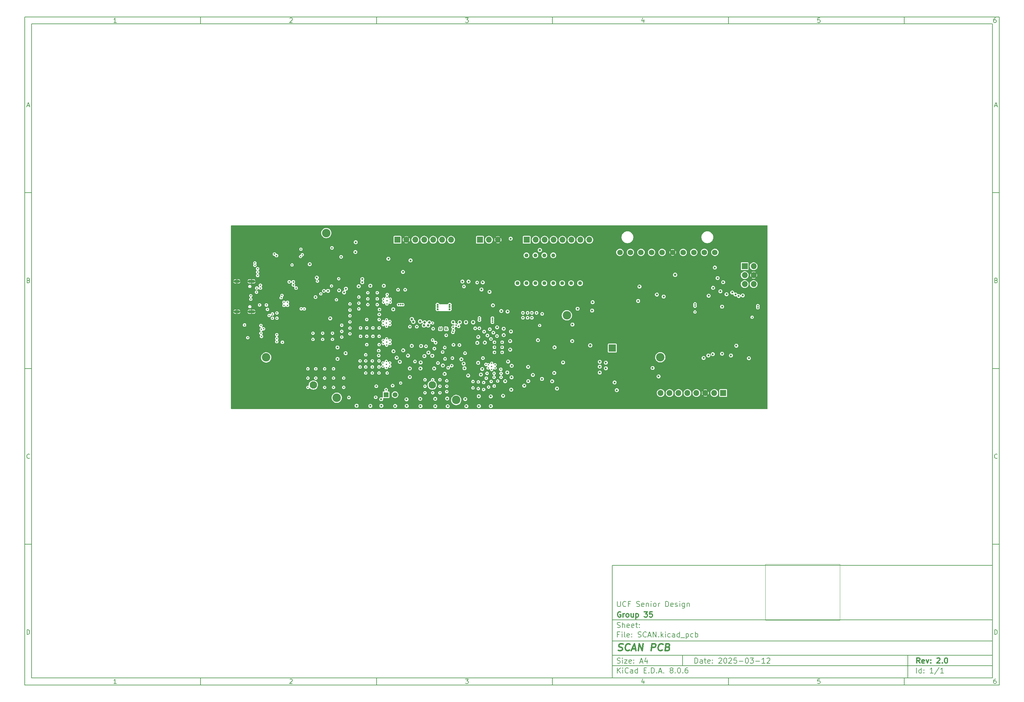
<source format=gbr>
G04 #@! TF.GenerationSoftware,KiCad,Pcbnew,8.0.6*
G04 #@! TF.CreationDate,2025-03-13T06:21:31-04:00*
G04 #@! TF.ProjectId,SCAN,5343414e-2e6b-4696-9361-645f70636258,2.0*
G04 #@! TF.SameCoordinates,Original*
G04 #@! TF.FileFunction,Copper,L2,Inr*
G04 #@! TF.FilePolarity,Positive*
%FSLAX46Y46*%
G04 Gerber Fmt 4.6, Leading zero omitted, Abs format (unit mm)*
G04 Created by KiCad (PCBNEW 8.0.6) date 2025-03-13 06:21:31*
%MOMM*%
%LPD*%
G01*
G04 APERTURE LIST*
%ADD10C,0.100000*%
%ADD11C,0.150000*%
%ADD12C,0.300000*%
%ADD13C,0.400000*%
G04 #@! TA.AperFunction,ComponentPad*
%ADD14C,1.574800*%
G04 #@! TD*
G04 #@! TA.AperFunction,ComponentPad*
%ADD15C,0.400000*%
G04 #@! TD*
G04 #@! TA.AperFunction,ComponentPad*
%ADD16R,2.000000X2.000000*%
G04 #@! TD*
G04 #@! TA.AperFunction,ComponentPad*
%ADD17C,2.000000*%
G04 #@! TD*
G04 #@! TA.AperFunction,ComponentPad*
%ADD18C,2.400000*%
G04 #@! TD*
G04 #@! TA.AperFunction,ComponentPad*
%ADD19R,1.700000X1.700000*%
G04 #@! TD*
G04 #@! TA.AperFunction,ComponentPad*
%ADD20O,1.700000X1.700000*%
G04 #@! TD*
G04 #@! TA.AperFunction,ComponentPad*
%ADD21R,2.100000X2.100000*%
G04 #@! TD*
G04 #@! TA.AperFunction,ComponentPad*
%ADD22C,2.100000*%
G04 #@! TD*
G04 #@! TA.AperFunction,ComponentPad*
%ADD23O,2.000000X0.900000*%
G04 #@! TD*
G04 #@! TA.AperFunction,ComponentPad*
%ADD24O,1.700000X0.900000*%
G04 #@! TD*
G04 #@! TA.AperFunction,ComponentPad*
%ADD25C,5.700000*%
G04 #@! TD*
G04 #@! TA.AperFunction,ComponentPad*
%ADD26R,1.416000X1.416000*%
G04 #@! TD*
G04 #@! TA.AperFunction,ComponentPad*
%ADD27C,1.416000*%
G04 #@! TD*
G04 #@! TA.AperFunction,ComponentPad*
%ADD28R,1.130000X1.130000*%
G04 #@! TD*
G04 #@! TA.AperFunction,ComponentPad*
%ADD29C,1.130000*%
G04 #@! TD*
G04 #@! TA.AperFunction,ViaPad*
%ADD30C,0.400000*%
G04 #@! TD*
G04 #@! TA.AperFunction,ViaPad*
%ADD31C,0.600000*%
G04 #@! TD*
G04 #@! TA.AperFunction,ViaPad*
%ADD32C,0.700000*%
G04 #@! TD*
G04 #@! TA.AperFunction,ViaPad*
%ADD33C,0.500000*%
G04 #@! TD*
G04 #@! TA.AperFunction,ViaPad*
%ADD34C,0.450000*%
G04 #@! TD*
G04 #@! TA.AperFunction,ViaPad*
%ADD35C,0.550000*%
G04 #@! TD*
G04 #@! TA.AperFunction,Conductor*
%ADD36C,0.350000*%
G04 #@! TD*
G04 APERTURE END LIST*
D10*
X220538867Y-165653700D02*
X220538867Y-181528700D01*
X241705533Y-181528700D01*
X241705533Y-165653700D01*
X220538867Y-165653700D01*
D11*
X177002200Y-166007200D02*
X285002200Y-166007200D01*
X285002200Y-198007200D01*
X177002200Y-198007200D01*
X177002200Y-166007200D01*
D10*
D11*
X10000000Y-10000000D02*
X287002200Y-10000000D01*
X287002200Y-200007200D01*
X10000000Y-200007200D01*
X10000000Y-10000000D01*
D10*
D11*
X12000000Y-12000000D02*
X285002200Y-12000000D01*
X285002200Y-198007200D01*
X12000000Y-198007200D01*
X12000000Y-12000000D01*
D10*
D11*
X60000000Y-12000000D02*
X60000000Y-10000000D01*
D10*
D11*
X110000000Y-12000000D02*
X110000000Y-10000000D01*
D10*
D11*
X160000000Y-12000000D02*
X160000000Y-10000000D01*
D10*
D11*
X210000000Y-12000000D02*
X210000000Y-10000000D01*
D10*
D11*
X260000000Y-12000000D02*
X260000000Y-10000000D01*
D10*
D11*
X36089160Y-11593604D02*
X35346303Y-11593604D01*
X35717731Y-11593604D02*
X35717731Y-10293604D01*
X35717731Y-10293604D02*
X35593922Y-10479319D01*
X35593922Y-10479319D02*
X35470112Y-10603128D01*
X35470112Y-10603128D02*
X35346303Y-10665033D01*
D10*
D11*
X85346303Y-10417414D02*
X85408207Y-10355509D01*
X85408207Y-10355509D02*
X85532017Y-10293604D01*
X85532017Y-10293604D02*
X85841541Y-10293604D01*
X85841541Y-10293604D02*
X85965350Y-10355509D01*
X85965350Y-10355509D02*
X86027255Y-10417414D01*
X86027255Y-10417414D02*
X86089160Y-10541223D01*
X86089160Y-10541223D02*
X86089160Y-10665033D01*
X86089160Y-10665033D02*
X86027255Y-10850747D01*
X86027255Y-10850747D02*
X85284398Y-11593604D01*
X85284398Y-11593604D02*
X86089160Y-11593604D01*
D10*
D11*
X135284398Y-10293604D02*
X136089160Y-10293604D01*
X136089160Y-10293604D02*
X135655826Y-10788842D01*
X135655826Y-10788842D02*
X135841541Y-10788842D01*
X135841541Y-10788842D02*
X135965350Y-10850747D01*
X135965350Y-10850747D02*
X136027255Y-10912652D01*
X136027255Y-10912652D02*
X136089160Y-11036461D01*
X136089160Y-11036461D02*
X136089160Y-11345985D01*
X136089160Y-11345985D02*
X136027255Y-11469795D01*
X136027255Y-11469795D02*
X135965350Y-11531700D01*
X135965350Y-11531700D02*
X135841541Y-11593604D01*
X135841541Y-11593604D02*
X135470112Y-11593604D01*
X135470112Y-11593604D02*
X135346303Y-11531700D01*
X135346303Y-11531700D02*
X135284398Y-11469795D01*
D10*
D11*
X185965350Y-10726938D02*
X185965350Y-11593604D01*
X185655826Y-10231700D02*
X185346303Y-11160271D01*
X185346303Y-11160271D02*
X186151064Y-11160271D01*
D10*
D11*
X236027255Y-10293604D02*
X235408207Y-10293604D01*
X235408207Y-10293604D02*
X235346303Y-10912652D01*
X235346303Y-10912652D02*
X235408207Y-10850747D01*
X235408207Y-10850747D02*
X235532017Y-10788842D01*
X235532017Y-10788842D02*
X235841541Y-10788842D01*
X235841541Y-10788842D02*
X235965350Y-10850747D01*
X235965350Y-10850747D02*
X236027255Y-10912652D01*
X236027255Y-10912652D02*
X236089160Y-11036461D01*
X236089160Y-11036461D02*
X236089160Y-11345985D01*
X236089160Y-11345985D02*
X236027255Y-11469795D01*
X236027255Y-11469795D02*
X235965350Y-11531700D01*
X235965350Y-11531700D02*
X235841541Y-11593604D01*
X235841541Y-11593604D02*
X235532017Y-11593604D01*
X235532017Y-11593604D02*
X235408207Y-11531700D01*
X235408207Y-11531700D02*
X235346303Y-11469795D01*
D10*
D11*
X285965350Y-10293604D02*
X285717731Y-10293604D01*
X285717731Y-10293604D02*
X285593922Y-10355509D01*
X285593922Y-10355509D02*
X285532017Y-10417414D01*
X285532017Y-10417414D02*
X285408207Y-10603128D01*
X285408207Y-10603128D02*
X285346303Y-10850747D01*
X285346303Y-10850747D02*
X285346303Y-11345985D01*
X285346303Y-11345985D02*
X285408207Y-11469795D01*
X285408207Y-11469795D02*
X285470112Y-11531700D01*
X285470112Y-11531700D02*
X285593922Y-11593604D01*
X285593922Y-11593604D02*
X285841541Y-11593604D01*
X285841541Y-11593604D02*
X285965350Y-11531700D01*
X285965350Y-11531700D02*
X286027255Y-11469795D01*
X286027255Y-11469795D02*
X286089160Y-11345985D01*
X286089160Y-11345985D02*
X286089160Y-11036461D01*
X286089160Y-11036461D02*
X286027255Y-10912652D01*
X286027255Y-10912652D02*
X285965350Y-10850747D01*
X285965350Y-10850747D02*
X285841541Y-10788842D01*
X285841541Y-10788842D02*
X285593922Y-10788842D01*
X285593922Y-10788842D02*
X285470112Y-10850747D01*
X285470112Y-10850747D02*
X285408207Y-10912652D01*
X285408207Y-10912652D02*
X285346303Y-11036461D01*
D10*
D11*
X60000000Y-198007200D02*
X60000000Y-200007200D01*
D10*
D11*
X110000000Y-198007200D02*
X110000000Y-200007200D01*
D10*
D11*
X160000000Y-198007200D02*
X160000000Y-200007200D01*
D10*
D11*
X210000000Y-198007200D02*
X210000000Y-200007200D01*
D10*
D11*
X260000000Y-198007200D02*
X260000000Y-200007200D01*
D10*
D11*
X36089160Y-199600804D02*
X35346303Y-199600804D01*
X35717731Y-199600804D02*
X35717731Y-198300804D01*
X35717731Y-198300804D02*
X35593922Y-198486519D01*
X35593922Y-198486519D02*
X35470112Y-198610328D01*
X35470112Y-198610328D02*
X35346303Y-198672233D01*
D10*
D11*
X85346303Y-198424614D02*
X85408207Y-198362709D01*
X85408207Y-198362709D02*
X85532017Y-198300804D01*
X85532017Y-198300804D02*
X85841541Y-198300804D01*
X85841541Y-198300804D02*
X85965350Y-198362709D01*
X85965350Y-198362709D02*
X86027255Y-198424614D01*
X86027255Y-198424614D02*
X86089160Y-198548423D01*
X86089160Y-198548423D02*
X86089160Y-198672233D01*
X86089160Y-198672233D02*
X86027255Y-198857947D01*
X86027255Y-198857947D02*
X85284398Y-199600804D01*
X85284398Y-199600804D02*
X86089160Y-199600804D01*
D10*
D11*
X135284398Y-198300804D02*
X136089160Y-198300804D01*
X136089160Y-198300804D02*
X135655826Y-198796042D01*
X135655826Y-198796042D02*
X135841541Y-198796042D01*
X135841541Y-198796042D02*
X135965350Y-198857947D01*
X135965350Y-198857947D02*
X136027255Y-198919852D01*
X136027255Y-198919852D02*
X136089160Y-199043661D01*
X136089160Y-199043661D02*
X136089160Y-199353185D01*
X136089160Y-199353185D02*
X136027255Y-199476995D01*
X136027255Y-199476995D02*
X135965350Y-199538900D01*
X135965350Y-199538900D02*
X135841541Y-199600804D01*
X135841541Y-199600804D02*
X135470112Y-199600804D01*
X135470112Y-199600804D02*
X135346303Y-199538900D01*
X135346303Y-199538900D02*
X135284398Y-199476995D01*
D10*
D11*
X185965350Y-198734138D02*
X185965350Y-199600804D01*
X185655826Y-198238900D02*
X185346303Y-199167471D01*
X185346303Y-199167471D02*
X186151064Y-199167471D01*
D10*
D11*
X236027255Y-198300804D02*
X235408207Y-198300804D01*
X235408207Y-198300804D02*
X235346303Y-198919852D01*
X235346303Y-198919852D02*
X235408207Y-198857947D01*
X235408207Y-198857947D02*
X235532017Y-198796042D01*
X235532017Y-198796042D02*
X235841541Y-198796042D01*
X235841541Y-198796042D02*
X235965350Y-198857947D01*
X235965350Y-198857947D02*
X236027255Y-198919852D01*
X236027255Y-198919852D02*
X236089160Y-199043661D01*
X236089160Y-199043661D02*
X236089160Y-199353185D01*
X236089160Y-199353185D02*
X236027255Y-199476995D01*
X236027255Y-199476995D02*
X235965350Y-199538900D01*
X235965350Y-199538900D02*
X235841541Y-199600804D01*
X235841541Y-199600804D02*
X235532017Y-199600804D01*
X235532017Y-199600804D02*
X235408207Y-199538900D01*
X235408207Y-199538900D02*
X235346303Y-199476995D01*
D10*
D11*
X285965350Y-198300804D02*
X285717731Y-198300804D01*
X285717731Y-198300804D02*
X285593922Y-198362709D01*
X285593922Y-198362709D02*
X285532017Y-198424614D01*
X285532017Y-198424614D02*
X285408207Y-198610328D01*
X285408207Y-198610328D02*
X285346303Y-198857947D01*
X285346303Y-198857947D02*
X285346303Y-199353185D01*
X285346303Y-199353185D02*
X285408207Y-199476995D01*
X285408207Y-199476995D02*
X285470112Y-199538900D01*
X285470112Y-199538900D02*
X285593922Y-199600804D01*
X285593922Y-199600804D02*
X285841541Y-199600804D01*
X285841541Y-199600804D02*
X285965350Y-199538900D01*
X285965350Y-199538900D02*
X286027255Y-199476995D01*
X286027255Y-199476995D02*
X286089160Y-199353185D01*
X286089160Y-199353185D02*
X286089160Y-199043661D01*
X286089160Y-199043661D02*
X286027255Y-198919852D01*
X286027255Y-198919852D02*
X285965350Y-198857947D01*
X285965350Y-198857947D02*
X285841541Y-198796042D01*
X285841541Y-198796042D02*
X285593922Y-198796042D01*
X285593922Y-198796042D02*
X285470112Y-198857947D01*
X285470112Y-198857947D02*
X285408207Y-198919852D01*
X285408207Y-198919852D02*
X285346303Y-199043661D01*
D10*
D11*
X10000000Y-60000000D02*
X12000000Y-60000000D01*
D10*
D11*
X10000000Y-110000000D02*
X12000000Y-110000000D01*
D10*
D11*
X10000000Y-160000000D02*
X12000000Y-160000000D01*
D10*
D11*
X10690476Y-35222176D02*
X11309523Y-35222176D01*
X10566666Y-35593604D02*
X10999999Y-34293604D01*
X10999999Y-34293604D02*
X11433333Y-35593604D01*
D10*
D11*
X11092857Y-84912652D02*
X11278571Y-84974557D01*
X11278571Y-84974557D02*
X11340476Y-85036461D01*
X11340476Y-85036461D02*
X11402380Y-85160271D01*
X11402380Y-85160271D02*
X11402380Y-85345985D01*
X11402380Y-85345985D02*
X11340476Y-85469795D01*
X11340476Y-85469795D02*
X11278571Y-85531700D01*
X11278571Y-85531700D02*
X11154761Y-85593604D01*
X11154761Y-85593604D02*
X10659523Y-85593604D01*
X10659523Y-85593604D02*
X10659523Y-84293604D01*
X10659523Y-84293604D02*
X11092857Y-84293604D01*
X11092857Y-84293604D02*
X11216666Y-84355509D01*
X11216666Y-84355509D02*
X11278571Y-84417414D01*
X11278571Y-84417414D02*
X11340476Y-84541223D01*
X11340476Y-84541223D02*
X11340476Y-84665033D01*
X11340476Y-84665033D02*
X11278571Y-84788842D01*
X11278571Y-84788842D02*
X11216666Y-84850747D01*
X11216666Y-84850747D02*
X11092857Y-84912652D01*
X11092857Y-84912652D02*
X10659523Y-84912652D01*
D10*
D11*
X11402380Y-135469795D02*
X11340476Y-135531700D01*
X11340476Y-135531700D02*
X11154761Y-135593604D01*
X11154761Y-135593604D02*
X11030952Y-135593604D01*
X11030952Y-135593604D02*
X10845238Y-135531700D01*
X10845238Y-135531700D02*
X10721428Y-135407890D01*
X10721428Y-135407890D02*
X10659523Y-135284080D01*
X10659523Y-135284080D02*
X10597619Y-135036461D01*
X10597619Y-135036461D02*
X10597619Y-134850747D01*
X10597619Y-134850747D02*
X10659523Y-134603128D01*
X10659523Y-134603128D02*
X10721428Y-134479319D01*
X10721428Y-134479319D02*
X10845238Y-134355509D01*
X10845238Y-134355509D02*
X11030952Y-134293604D01*
X11030952Y-134293604D02*
X11154761Y-134293604D01*
X11154761Y-134293604D02*
X11340476Y-134355509D01*
X11340476Y-134355509D02*
X11402380Y-134417414D01*
D10*
D11*
X10659523Y-185593604D02*
X10659523Y-184293604D01*
X10659523Y-184293604D02*
X10969047Y-184293604D01*
X10969047Y-184293604D02*
X11154761Y-184355509D01*
X11154761Y-184355509D02*
X11278571Y-184479319D01*
X11278571Y-184479319D02*
X11340476Y-184603128D01*
X11340476Y-184603128D02*
X11402380Y-184850747D01*
X11402380Y-184850747D02*
X11402380Y-185036461D01*
X11402380Y-185036461D02*
X11340476Y-185284080D01*
X11340476Y-185284080D02*
X11278571Y-185407890D01*
X11278571Y-185407890D02*
X11154761Y-185531700D01*
X11154761Y-185531700D02*
X10969047Y-185593604D01*
X10969047Y-185593604D02*
X10659523Y-185593604D01*
D10*
D11*
X287002200Y-60000000D02*
X285002200Y-60000000D01*
D10*
D11*
X287002200Y-110000000D02*
X285002200Y-110000000D01*
D10*
D11*
X287002200Y-160000000D02*
X285002200Y-160000000D01*
D10*
D11*
X285692676Y-35222176D02*
X286311723Y-35222176D01*
X285568866Y-35593604D02*
X286002199Y-34293604D01*
X286002199Y-34293604D02*
X286435533Y-35593604D01*
D10*
D11*
X286095057Y-84912652D02*
X286280771Y-84974557D01*
X286280771Y-84974557D02*
X286342676Y-85036461D01*
X286342676Y-85036461D02*
X286404580Y-85160271D01*
X286404580Y-85160271D02*
X286404580Y-85345985D01*
X286404580Y-85345985D02*
X286342676Y-85469795D01*
X286342676Y-85469795D02*
X286280771Y-85531700D01*
X286280771Y-85531700D02*
X286156961Y-85593604D01*
X286156961Y-85593604D02*
X285661723Y-85593604D01*
X285661723Y-85593604D02*
X285661723Y-84293604D01*
X285661723Y-84293604D02*
X286095057Y-84293604D01*
X286095057Y-84293604D02*
X286218866Y-84355509D01*
X286218866Y-84355509D02*
X286280771Y-84417414D01*
X286280771Y-84417414D02*
X286342676Y-84541223D01*
X286342676Y-84541223D02*
X286342676Y-84665033D01*
X286342676Y-84665033D02*
X286280771Y-84788842D01*
X286280771Y-84788842D02*
X286218866Y-84850747D01*
X286218866Y-84850747D02*
X286095057Y-84912652D01*
X286095057Y-84912652D02*
X285661723Y-84912652D01*
D10*
D11*
X286404580Y-135469795D02*
X286342676Y-135531700D01*
X286342676Y-135531700D02*
X286156961Y-135593604D01*
X286156961Y-135593604D02*
X286033152Y-135593604D01*
X286033152Y-135593604D02*
X285847438Y-135531700D01*
X285847438Y-135531700D02*
X285723628Y-135407890D01*
X285723628Y-135407890D02*
X285661723Y-135284080D01*
X285661723Y-135284080D02*
X285599819Y-135036461D01*
X285599819Y-135036461D02*
X285599819Y-134850747D01*
X285599819Y-134850747D02*
X285661723Y-134603128D01*
X285661723Y-134603128D02*
X285723628Y-134479319D01*
X285723628Y-134479319D02*
X285847438Y-134355509D01*
X285847438Y-134355509D02*
X286033152Y-134293604D01*
X286033152Y-134293604D02*
X286156961Y-134293604D01*
X286156961Y-134293604D02*
X286342676Y-134355509D01*
X286342676Y-134355509D02*
X286404580Y-134417414D01*
D10*
D11*
X285661723Y-185593604D02*
X285661723Y-184293604D01*
X285661723Y-184293604D02*
X285971247Y-184293604D01*
X285971247Y-184293604D02*
X286156961Y-184355509D01*
X286156961Y-184355509D02*
X286280771Y-184479319D01*
X286280771Y-184479319D02*
X286342676Y-184603128D01*
X286342676Y-184603128D02*
X286404580Y-184850747D01*
X286404580Y-184850747D02*
X286404580Y-185036461D01*
X286404580Y-185036461D02*
X286342676Y-185284080D01*
X286342676Y-185284080D02*
X286280771Y-185407890D01*
X286280771Y-185407890D02*
X286156961Y-185531700D01*
X286156961Y-185531700D02*
X285971247Y-185593604D01*
X285971247Y-185593604D02*
X285661723Y-185593604D01*
D10*
D11*
X200458026Y-193793328D02*
X200458026Y-192293328D01*
X200458026Y-192293328D02*
X200815169Y-192293328D01*
X200815169Y-192293328D02*
X201029455Y-192364757D01*
X201029455Y-192364757D02*
X201172312Y-192507614D01*
X201172312Y-192507614D02*
X201243741Y-192650471D01*
X201243741Y-192650471D02*
X201315169Y-192936185D01*
X201315169Y-192936185D02*
X201315169Y-193150471D01*
X201315169Y-193150471D02*
X201243741Y-193436185D01*
X201243741Y-193436185D02*
X201172312Y-193579042D01*
X201172312Y-193579042D02*
X201029455Y-193721900D01*
X201029455Y-193721900D02*
X200815169Y-193793328D01*
X200815169Y-193793328D02*
X200458026Y-193793328D01*
X202600884Y-193793328D02*
X202600884Y-193007614D01*
X202600884Y-193007614D02*
X202529455Y-192864757D01*
X202529455Y-192864757D02*
X202386598Y-192793328D01*
X202386598Y-192793328D02*
X202100884Y-192793328D01*
X202100884Y-192793328D02*
X201958026Y-192864757D01*
X202600884Y-193721900D02*
X202458026Y-193793328D01*
X202458026Y-193793328D02*
X202100884Y-193793328D01*
X202100884Y-193793328D02*
X201958026Y-193721900D01*
X201958026Y-193721900D02*
X201886598Y-193579042D01*
X201886598Y-193579042D02*
X201886598Y-193436185D01*
X201886598Y-193436185D02*
X201958026Y-193293328D01*
X201958026Y-193293328D02*
X202100884Y-193221900D01*
X202100884Y-193221900D02*
X202458026Y-193221900D01*
X202458026Y-193221900D02*
X202600884Y-193150471D01*
X203100884Y-192793328D02*
X203672312Y-192793328D01*
X203315169Y-192293328D02*
X203315169Y-193579042D01*
X203315169Y-193579042D02*
X203386598Y-193721900D01*
X203386598Y-193721900D02*
X203529455Y-193793328D01*
X203529455Y-193793328D02*
X203672312Y-193793328D01*
X204743741Y-193721900D02*
X204600884Y-193793328D01*
X204600884Y-193793328D02*
X204315170Y-193793328D01*
X204315170Y-193793328D02*
X204172312Y-193721900D01*
X204172312Y-193721900D02*
X204100884Y-193579042D01*
X204100884Y-193579042D02*
X204100884Y-193007614D01*
X204100884Y-193007614D02*
X204172312Y-192864757D01*
X204172312Y-192864757D02*
X204315170Y-192793328D01*
X204315170Y-192793328D02*
X204600884Y-192793328D01*
X204600884Y-192793328D02*
X204743741Y-192864757D01*
X204743741Y-192864757D02*
X204815170Y-193007614D01*
X204815170Y-193007614D02*
X204815170Y-193150471D01*
X204815170Y-193150471D02*
X204100884Y-193293328D01*
X205458026Y-193650471D02*
X205529455Y-193721900D01*
X205529455Y-193721900D02*
X205458026Y-193793328D01*
X205458026Y-193793328D02*
X205386598Y-193721900D01*
X205386598Y-193721900D02*
X205458026Y-193650471D01*
X205458026Y-193650471D02*
X205458026Y-193793328D01*
X205458026Y-192864757D02*
X205529455Y-192936185D01*
X205529455Y-192936185D02*
X205458026Y-193007614D01*
X205458026Y-193007614D02*
X205386598Y-192936185D01*
X205386598Y-192936185D02*
X205458026Y-192864757D01*
X205458026Y-192864757D02*
X205458026Y-193007614D01*
X207243741Y-192436185D02*
X207315169Y-192364757D01*
X207315169Y-192364757D02*
X207458027Y-192293328D01*
X207458027Y-192293328D02*
X207815169Y-192293328D01*
X207815169Y-192293328D02*
X207958027Y-192364757D01*
X207958027Y-192364757D02*
X208029455Y-192436185D01*
X208029455Y-192436185D02*
X208100884Y-192579042D01*
X208100884Y-192579042D02*
X208100884Y-192721900D01*
X208100884Y-192721900D02*
X208029455Y-192936185D01*
X208029455Y-192936185D02*
X207172312Y-193793328D01*
X207172312Y-193793328D02*
X208100884Y-193793328D01*
X209029455Y-192293328D02*
X209172312Y-192293328D01*
X209172312Y-192293328D02*
X209315169Y-192364757D01*
X209315169Y-192364757D02*
X209386598Y-192436185D01*
X209386598Y-192436185D02*
X209458026Y-192579042D01*
X209458026Y-192579042D02*
X209529455Y-192864757D01*
X209529455Y-192864757D02*
X209529455Y-193221900D01*
X209529455Y-193221900D02*
X209458026Y-193507614D01*
X209458026Y-193507614D02*
X209386598Y-193650471D01*
X209386598Y-193650471D02*
X209315169Y-193721900D01*
X209315169Y-193721900D02*
X209172312Y-193793328D01*
X209172312Y-193793328D02*
X209029455Y-193793328D01*
X209029455Y-193793328D02*
X208886598Y-193721900D01*
X208886598Y-193721900D02*
X208815169Y-193650471D01*
X208815169Y-193650471D02*
X208743740Y-193507614D01*
X208743740Y-193507614D02*
X208672312Y-193221900D01*
X208672312Y-193221900D02*
X208672312Y-192864757D01*
X208672312Y-192864757D02*
X208743740Y-192579042D01*
X208743740Y-192579042D02*
X208815169Y-192436185D01*
X208815169Y-192436185D02*
X208886598Y-192364757D01*
X208886598Y-192364757D02*
X209029455Y-192293328D01*
X210100883Y-192436185D02*
X210172311Y-192364757D01*
X210172311Y-192364757D02*
X210315169Y-192293328D01*
X210315169Y-192293328D02*
X210672311Y-192293328D01*
X210672311Y-192293328D02*
X210815169Y-192364757D01*
X210815169Y-192364757D02*
X210886597Y-192436185D01*
X210886597Y-192436185D02*
X210958026Y-192579042D01*
X210958026Y-192579042D02*
X210958026Y-192721900D01*
X210958026Y-192721900D02*
X210886597Y-192936185D01*
X210886597Y-192936185D02*
X210029454Y-193793328D01*
X210029454Y-193793328D02*
X210958026Y-193793328D01*
X212315168Y-192293328D02*
X211600882Y-192293328D01*
X211600882Y-192293328D02*
X211529454Y-193007614D01*
X211529454Y-193007614D02*
X211600882Y-192936185D01*
X211600882Y-192936185D02*
X211743740Y-192864757D01*
X211743740Y-192864757D02*
X212100882Y-192864757D01*
X212100882Y-192864757D02*
X212243740Y-192936185D01*
X212243740Y-192936185D02*
X212315168Y-193007614D01*
X212315168Y-193007614D02*
X212386597Y-193150471D01*
X212386597Y-193150471D02*
X212386597Y-193507614D01*
X212386597Y-193507614D02*
X212315168Y-193650471D01*
X212315168Y-193650471D02*
X212243740Y-193721900D01*
X212243740Y-193721900D02*
X212100882Y-193793328D01*
X212100882Y-193793328D02*
X211743740Y-193793328D01*
X211743740Y-193793328D02*
X211600882Y-193721900D01*
X211600882Y-193721900D02*
X211529454Y-193650471D01*
X213029453Y-193221900D02*
X214172311Y-193221900D01*
X215172311Y-192293328D02*
X215315168Y-192293328D01*
X215315168Y-192293328D02*
X215458025Y-192364757D01*
X215458025Y-192364757D02*
X215529454Y-192436185D01*
X215529454Y-192436185D02*
X215600882Y-192579042D01*
X215600882Y-192579042D02*
X215672311Y-192864757D01*
X215672311Y-192864757D02*
X215672311Y-193221900D01*
X215672311Y-193221900D02*
X215600882Y-193507614D01*
X215600882Y-193507614D02*
X215529454Y-193650471D01*
X215529454Y-193650471D02*
X215458025Y-193721900D01*
X215458025Y-193721900D02*
X215315168Y-193793328D01*
X215315168Y-193793328D02*
X215172311Y-193793328D01*
X215172311Y-193793328D02*
X215029454Y-193721900D01*
X215029454Y-193721900D02*
X214958025Y-193650471D01*
X214958025Y-193650471D02*
X214886596Y-193507614D01*
X214886596Y-193507614D02*
X214815168Y-193221900D01*
X214815168Y-193221900D02*
X214815168Y-192864757D01*
X214815168Y-192864757D02*
X214886596Y-192579042D01*
X214886596Y-192579042D02*
X214958025Y-192436185D01*
X214958025Y-192436185D02*
X215029454Y-192364757D01*
X215029454Y-192364757D02*
X215172311Y-192293328D01*
X216172310Y-192293328D02*
X217100882Y-192293328D01*
X217100882Y-192293328D02*
X216600882Y-192864757D01*
X216600882Y-192864757D02*
X216815167Y-192864757D01*
X216815167Y-192864757D02*
X216958025Y-192936185D01*
X216958025Y-192936185D02*
X217029453Y-193007614D01*
X217029453Y-193007614D02*
X217100882Y-193150471D01*
X217100882Y-193150471D02*
X217100882Y-193507614D01*
X217100882Y-193507614D02*
X217029453Y-193650471D01*
X217029453Y-193650471D02*
X216958025Y-193721900D01*
X216958025Y-193721900D02*
X216815167Y-193793328D01*
X216815167Y-193793328D02*
X216386596Y-193793328D01*
X216386596Y-193793328D02*
X216243739Y-193721900D01*
X216243739Y-193721900D02*
X216172310Y-193650471D01*
X217743738Y-193221900D02*
X218886596Y-193221900D01*
X220386596Y-193793328D02*
X219529453Y-193793328D01*
X219958024Y-193793328D02*
X219958024Y-192293328D01*
X219958024Y-192293328D02*
X219815167Y-192507614D01*
X219815167Y-192507614D02*
X219672310Y-192650471D01*
X219672310Y-192650471D02*
X219529453Y-192721900D01*
X220958024Y-192436185D02*
X221029452Y-192364757D01*
X221029452Y-192364757D02*
X221172310Y-192293328D01*
X221172310Y-192293328D02*
X221529452Y-192293328D01*
X221529452Y-192293328D02*
X221672310Y-192364757D01*
X221672310Y-192364757D02*
X221743738Y-192436185D01*
X221743738Y-192436185D02*
X221815167Y-192579042D01*
X221815167Y-192579042D02*
X221815167Y-192721900D01*
X221815167Y-192721900D02*
X221743738Y-192936185D01*
X221743738Y-192936185D02*
X220886595Y-193793328D01*
X220886595Y-193793328D02*
X221815167Y-193793328D01*
D10*
D11*
X177002200Y-194507200D02*
X285002200Y-194507200D01*
D10*
D11*
X178458026Y-196593328D02*
X178458026Y-195093328D01*
X179315169Y-196593328D02*
X178672312Y-195736185D01*
X179315169Y-195093328D02*
X178458026Y-195950471D01*
X179958026Y-196593328D02*
X179958026Y-195593328D01*
X179958026Y-195093328D02*
X179886598Y-195164757D01*
X179886598Y-195164757D02*
X179958026Y-195236185D01*
X179958026Y-195236185D02*
X180029455Y-195164757D01*
X180029455Y-195164757D02*
X179958026Y-195093328D01*
X179958026Y-195093328D02*
X179958026Y-195236185D01*
X181529455Y-196450471D02*
X181458027Y-196521900D01*
X181458027Y-196521900D02*
X181243741Y-196593328D01*
X181243741Y-196593328D02*
X181100884Y-196593328D01*
X181100884Y-196593328D02*
X180886598Y-196521900D01*
X180886598Y-196521900D02*
X180743741Y-196379042D01*
X180743741Y-196379042D02*
X180672312Y-196236185D01*
X180672312Y-196236185D02*
X180600884Y-195950471D01*
X180600884Y-195950471D02*
X180600884Y-195736185D01*
X180600884Y-195736185D02*
X180672312Y-195450471D01*
X180672312Y-195450471D02*
X180743741Y-195307614D01*
X180743741Y-195307614D02*
X180886598Y-195164757D01*
X180886598Y-195164757D02*
X181100884Y-195093328D01*
X181100884Y-195093328D02*
X181243741Y-195093328D01*
X181243741Y-195093328D02*
X181458027Y-195164757D01*
X181458027Y-195164757D02*
X181529455Y-195236185D01*
X182815170Y-196593328D02*
X182815170Y-195807614D01*
X182815170Y-195807614D02*
X182743741Y-195664757D01*
X182743741Y-195664757D02*
X182600884Y-195593328D01*
X182600884Y-195593328D02*
X182315170Y-195593328D01*
X182315170Y-195593328D02*
X182172312Y-195664757D01*
X182815170Y-196521900D02*
X182672312Y-196593328D01*
X182672312Y-196593328D02*
X182315170Y-196593328D01*
X182315170Y-196593328D02*
X182172312Y-196521900D01*
X182172312Y-196521900D02*
X182100884Y-196379042D01*
X182100884Y-196379042D02*
X182100884Y-196236185D01*
X182100884Y-196236185D02*
X182172312Y-196093328D01*
X182172312Y-196093328D02*
X182315170Y-196021900D01*
X182315170Y-196021900D02*
X182672312Y-196021900D01*
X182672312Y-196021900D02*
X182815170Y-195950471D01*
X184172313Y-196593328D02*
X184172313Y-195093328D01*
X184172313Y-196521900D02*
X184029455Y-196593328D01*
X184029455Y-196593328D02*
X183743741Y-196593328D01*
X183743741Y-196593328D02*
X183600884Y-196521900D01*
X183600884Y-196521900D02*
X183529455Y-196450471D01*
X183529455Y-196450471D02*
X183458027Y-196307614D01*
X183458027Y-196307614D02*
X183458027Y-195879042D01*
X183458027Y-195879042D02*
X183529455Y-195736185D01*
X183529455Y-195736185D02*
X183600884Y-195664757D01*
X183600884Y-195664757D02*
X183743741Y-195593328D01*
X183743741Y-195593328D02*
X184029455Y-195593328D01*
X184029455Y-195593328D02*
X184172313Y-195664757D01*
X186029455Y-195807614D02*
X186529455Y-195807614D01*
X186743741Y-196593328D02*
X186029455Y-196593328D01*
X186029455Y-196593328D02*
X186029455Y-195093328D01*
X186029455Y-195093328D02*
X186743741Y-195093328D01*
X187386598Y-196450471D02*
X187458027Y-196521900D01*
X187458027Y-196521900D02*
X187386598Y-196593328D01*
X187386598Y-196593328D02*
X187315170Y-196521900D01*
X187315170Y-196521900D02*
X187386598Y-196450471D01*
X187386598Y-196450471D02*
X187386598Y-196593328D01*
X188100884Y-196593328D02*
X188100884Y-195093328D01*
X188100884Y-195093328D02*
X188458027Y-195093328D01*
X188458027Y-195093328D02*
X188672313Y-195164757D01*
X188672313Y-195164757D02*
X188815170Y-195307614D01*
X188815170Y-195307614D02*
X188886599Y-195450471D01*
X188886599Y-195450471D02*
X188958027Y-195736185D01*
X188958027Y-195736185D02*
X188958027Y-195950471D01*
X188958027Y-195950471D02*
X188886599Y-196236185D01*
X188886599Y-196236185D02*
X188815170Y-196379042D01*
X188815170Y-196379042D02*
X188672313Y-196521900D01*
X188672313Y-196521900D02*
X188458027Y-196593328D01*
X188458027Y-196593328D02*
X188100884Y-196593328D01*
X189600884Y-196450471D02*
X189672313Y-196521900D01*
X189672313Y-196521900D02*
X189600884Y-196593328D01*
X189600884Y-196593328D02*
X189529456Y-196521900D01*
X189529456Y-196521900D02*
X189600884Y-196450471D01*
X189600884Y-196450471D02*
X189600884Y-196593328D01*
X190243742Y-196164757D02*
X190958028Y-196164757D01*
X190100885Y-196593328D02*
X190600885Y-195093328D01*
X190600885Y-195093328D02*
X191100885Y-196593328D01*
X191600884Y-196450471D02*
X191672313Y-196521900D01*
X191672313Y-196521900D02*
X191600884Y-196593328D01*
X191600884Y-196593328D02*
X191529456Y-196521900D01*
X191529456Y-196521900D02*
X191600884Y-196450471D01*
X191600884Y-196450471D02*
X191600884Y-196593328D01*
X193672313Y-195736185D02*
X193529456Y-195664757D01*
X193529456Y-195664757D02*
X193458027Y-195593328D01*
X193458027Y-195593328D02*
X193386599Y-195450471D01*
X193386599Y-195450471D02*
X193386599Y-195379042D01*
X193386599Y-195379042D02*
X193458027Y-195236185D01*
X193458027Y-195236185D02*
X193529456Y-195164757D01*
X193529456Y-195164757D02*
X193672313Y-195093328D01*
X193672313Y-195093328D02*
X193958027Y-195093328D01*
X193958027Y-195093328D02*
X194100885Y-195164757D01*
X194100885Y-195164757D02*
X194172313Y-195236185D01*
X194172313Y-195236185D02*
X194243742Y-195379042D01*
X194243742Y-195379042D02*
X194243742Y-195450471D01*
X194243742Y-195450471D02*
X194172313Y-195593328D01*
X194172313Y-195593328D02*
X194100885Y-195664757D01*
X194100885Y-195664757D02*
X193958027Y-195736185D01*
X193958027Y-195736185D02*
X193672313Y-195736185D01*
X193672313Y-195736185D02*
X193529456Y-195807614D01*
X193529456Y-195807614D02*
X193458027Y-195879042D01*
X193458027Y-195879042D02*
X193386599Y-196021900D01*
X193386599Y-196021900D02*
X193386599Y-196307614D01*
X193386599Y-196307614D02*
X193458027Y-196450471D01*
X193458027Y-196450471D02*
X193529456Y-196521900D01*
X193529456Y-196521900D02*
X193672313Y-196593328D01*
X193672313Y-196593328D02*
X193958027Y-196593328D01*
X193958027Y-196593328D02*
X194100885Y-196521900D01*
X194100885Y-196521900D02*
X194172313Y-196450471D01*
X194172313Y-196450471D02*
X194243742Y-196307614D01*
X194243742Y-196307614D02*
X194243742Y-196021900D01*
X194243742Y-196021900D02*
X194172313Y-195879042D01*
X194172313Y-195879042D02*
X194100885Y-195807614D01*
X194100885Y-195807614D02*
X193958027Y-195736185D01*
X194886598Y-196450471D02*
X194958027Y-196521900D01*
X194958027Y-196521900D02*
X194886598Y-196593328D01*
X194886598Y-196593328D02*
X194815170Y-196521900D01*
X194815170Y-196521900D02*
X194886598Y-196450471D01*
X194886598Y-196450471D02*
X194886598Y-196593328D01*
X195886599Y-195093328D02*
X196029456Y-195093328D01*
X196029456Y-195093328D02*
X196172313Y-195164757D01*
X196172313Y-195164757D02*
X196243742Y-195236185D01*
X196243742Y-195236185D02*
X196315170Y-195379042D01*
X196315170Y-195379042D02*
X196386599Y-195664757D01*
X196386599Y-195664757D02*
X196386599Y-196021900D01*
X196386599Y-196021900D02*
X196315170Y-196307614D01*
X196315170Y-196307614D02*
X196243742Y-196450471D01*
X196243742Y-196450471D02*
X196172313Y-196521900D01*
X196172313Y-196521900D02*
X196029456Y-196593328D01*
X196029456Y-196593328D02*
X195886599Y-196593328D01*
X195886599Y-196593328D02*
X195743742Y-196521900D01*
X195743742Y-196521900D02*
X195672313Y-196450471D01*
X195672313Y-196450471D02*
X195600884Y-196307614D01*
X195600884Y-196307614D02*
X195529456Y-196021900D01*
X195529456Y-196021900D02*
X195529456Y-195664757D01*
X195529456Y-195664757D02*
X195600884Y-195379042D01*
X195600884Y-195379042D02*
X195672313Y-195236185D01*
X195672313Y-195236185D02*
X195743742Y-195164757D01*
X195743742Y-195164757D02*
X195886599Y-195093328D01*
X197029455Y-196450471D02*
X197100884Y-196521900D01*
X197100884Y-196521900D02*
X197029455Y-196593328D01*
X197029455Y-196593328D02*
X196958027Y-196521900D01*
X196958027Y-196521900D02*
X197029455Y-196450471D01*
X197029455Y-196450471D02*
X197029455Y-196593328D01*
X198386599Y-195093328D02*
X198100884Y-195093328D01*
X198100884Y-195093328D02*
X197958027Y-195164757D01*
X197958027Y-195164757D02*
X197886599Y-195236185D01*
X197886599Y-195236185D02*
X197743741Y-195450471D01*
X197743741Y-195450471D02*
X197672313Y-195736185D01*
X197672313Y-195736185D02*
X197672313Y-196307614D01*
X197672313Y-196307614D02*
X197743741Y-196450471D01*
X197743741Y-196450471D02*
X197815170Y-196521900D01*
X197815170Y-196521900D02*
X197958027Y-196593328D01*
X197958027Y-196593328D02*
X198243741Y-196593328D01*
X198243741Y-196593328D02*
X198386599Y-196521900D01*
X198386599Y-196521900D02*
X198458027Y-196450471D01*
X198458027Y-196450471D02*
X198529456Y-196307614D01*
X198529456Y-196307614D02*
X198529456Y-195950471D01*
X198529456Y-195950471D02*
X198458027Y-195807614D01*
X198458027Y-195807614D02*
X198386599Y-195736185D01*
X198386599Y-195736185D02*
X198243741Y-195664757D01*
X198243741Y-195664757D02*
X197958027Y-195664757D01*
X197958027Y-195664757D02*
X197815170Y-195736185D01*
X197815170Y-195736185D02*
X197743741Y-195807614D01*
X197743741Y-195807614D02*
X197672313Y-195950471D01*
D10*
D11*
X177002200Y-191507200D02*
X285002200Y-191507200D01*
D10*
D12*
X264413853Y-193785528D02*
X263913853Y-193071242D01*
X263556710Y-193785528D02*
X263556710Y-192285528D01*
X263556710Y-192285528D02*
X264128139Y-192285528D01*
X264128139Y-192285528D02*
X264270996Y-192356957D01*
X264270996Y-192356957D02*
X264342425Y-192428385D01*
X264342425Y-192428385D02*
X264413853Y-192571242D01*
X264413853Y-192571242D02*
X264413853Y-192785528D01*
X264413853Y-192785528D02*
X264342425Y-192928385D01*
X264342425Y-192928385D02*
X264270996Y-192999814D01*
X264270996Y-192999814D02*
X264128139Y-193071242D01*
X264128139Y-193071242D02*
X263556710Y-193071242D01*
X265628139Y-193714100D02*
X265485282Y-193785528D01*
X265485282Y-193785528D02*
X265199568Y-193785528D01*
X265199568Y-193785528D02*
X265056710Y-193714100D01*
X265056710Y-193714100D02*
X264985282Y-193571242D01*
X264985282Y-193571242D02*
X264985282Y-192999814D01*
X264985282Y-192999814D02*
X265056710Y-192856957D01*
X265056710Y-192856957D02*
X265199568Y-192785528D01*
X265199568Y-192785528D02*
X265485282Y-192785528D01*
X265485282Y-192785528D02*
X265628139Y-192856957D01*
X265628139Y-192856957D02*
X265699568Y-192999814D01*
X265699568Y-192999814D02*
X265699568Y-193142671D01*
X265699568Y-193142671D02*
X264985282Y-193285528D01*
X266199567Y-192785528D02*
X266556710Y-193785528D01*
X266556710Y-193785528D02*
X266913853Y-192785528D01*
X267485281Y-193642671D02*
X267556710Y-193714100D01*
X267556710Y-193714100D02*
X267485281Y-193785528D01*
X267485281Y-193785528D02*
X267413853Y-193714100D01*
X267413853Y-193714100D02*
X267485281Y-193642671D01*
X267485281Y-193642671D02*
X267485281Y-193785528D01*
X267485281Y-192856957D02*
X267556710Y-192928385D01*
X267556710Y-192928385D02*
X267485281Y-192999814D01*
X267485281Y-192999814D02*
X267413853Y-192928385D01*
X267413853Y-192928385D02*
X267485281Y-192856957D01*
X267485281Y-192856957D02*
X267485281Y-192999814D01*
X269270996Y-192428385D02*
X269342424Y-192356957D01*
X269342424Y-192356957D02*
X269485282Y-192285528D01*
X269485282Y-192285528D02*
X269842424Y-192285528D01*
X269842424Y-192285528D02*
X269985282Y-192356957D01*
X269985282Y-192356957D02*
X270056710Y-192428385D01*
X270056710Y-192428385D02*
X270128139Y-192571242D01*
X270128139Y-192571242D02*
X270128139Y-192714100D01*
X270128139Y-192714100D02*
X270056710Y-192928385D01*
X270056710Y-192928385D02*
X269199567Y-193785528D01*
X269199567Y-193785528D02*
X270128139Y-193785528D01*
X270770995Y-193642671D02*
X270842424Y-193714100D01*
X270842424Y-193714100D02*
X270770995Y-193785528D01*
X270770995Y-193785528D02*
X270699567Y-193714100D01*
X270699567Y-193714100D02*
X270770995Y-193642671D01*
X270770995Y-193642671D02*
X270770995Y-193785528D01*
X271770996Y-192285528D02*
X271913853Y-192285528D01*
X271913853Y-192285528D02*
X272056710Y-192356957D01*
X272056710Y-192356957D02*
X272128139Y-192428385D01*
X272128139Y-192428385D02*
X272199567Y-192571242D01*
X272199567Y-192571242D02*
X272270996Y-192856957D01*
X272270996Y-192856957D02*
X272270996Y-193214100D01*
X272270996Y-193214100D02*
X272199567Y-193499814D01*
X272199567Y-193499814D02*
X272128139Y-193642671D01*
X272128139Y-193642671D02*
X272056710Y-193714100D01*
X272056710Y-193714100D02*
X271913853Y-193785528D01*
X271913853Y-193785528D02*
X271770996Y-193785528D01*
X271770996Y-193785528D02*
X271628139Y-193714100D01*
X271628139Y-193714100D02*
X271556710Y-193642671D01*
X271556710Y-193642671D02*
X271485281Y-193499814D01*
X271485281Y-193499814D02*
X271413853Y-193214100D01*
X271413853Y-193214100D02*
X271413853Y-192856957D01*
X271413853Y-192856957D02*
X271485281Y-192571242D01*
X271485281Y-192571242D02*
X271556710Y-192428385D01*
X271556710Y-192428385D02*
X271628139Y-192356957D01*
X271628139Y-192356957D02*
X271770996Y-192285528D01*
D10*
D11*
X178386598Y-193721900D02*
X178600884Y-193793328D01*
X178600884Y-193793328D02*
X178958026Y-193793328D01*
X178958026Y-193793328D02*
X179100884Y-193721900D01*
X179100884Y-193721900D02*
X179172312Y-193650471D01*
X179172312Y-193650471D02*
X179243741Y-193507614D01*
X179243741Y-193507614D02*
X179243741Y-193364757D01*
X179243741Y-193364757D02*
X179172312Y-193221900D01*
X179172312Y-193221900D02*
X179100884Y-193150471D01*
X179100884Y-193150471D02*
X178958026Y-193079042D01*
X178958026Y-193079042D02*
X178672312Y-193007614D01*
X178672312Y-193007614D02*
X178529455Y-192936185D01*
X178529455Y-192936185D02*
X178458026Y-192864757D01*
X178458026Y-192864757D02*
X178386598Y-192721900D01*
X178386598Y-192721900D02*
X178386598Y-192579042D01*
X178386598Y-192579042D02*
X178458026Y-192436185D01*
X178458026Y-192436185D02*
X178529455Y-192364757D01*
X178529455Y-192364757D02*
X178672312Y-192293328D01*
X178672312Y-192293328D02*
X179029455Y-192293328D01*
X179029455Y-192293328D02*
X179243741Y-192364757D01*
X179886597Y-193793328D02*
X179886597Y-192793328D01*
X179886597Y-192293328D02*
X179815169Y-192364757D01*
X179815169Y-192364757D02*
X179886597Y-192436185D01*
X179886597Y-192436185D02*
X179958026Y-192364757D01*
X179958026Y-192364757D02*
X179886597Y-192293328D01*
X179886597Y-192293328D02*
X179886597Y-192436185D01*
X180458026Y-192793328D02*
X181243741Y-192793328D01*
X181243741Y-192793328D02*
X180458026Y-193793328D01*
X180458026Y-193793328D02*
X181243741Y-193793328D01*
X182386598Y-193721900D02*
X182243741Y-193793328D01*
X182243741Y-193793328D02*
X181958027Y-193793328D01*
X181958027Y-193793328D02*
X181815169Y-193721900D01*
X181815169Y-193721900D02*
X181743741Y-193579042D01*
X181743741Y-193579042D02*
X181743741Y-193007614D01*
X181743741Y-193007614D02*
X181815169Y-192864757D01*
X181815169Y-192864757D02*
X181958027Y-192793328D01*
X181958027Y-192793328D02*
X182243741Y-192793328D01*
X182243741Y-192793328D02*
X182386598Y-192864757D01*
X182386598Y-192864757D02*
X182458027Y-193007614D01*
X182458027Y-193007614D02*
X182458027Y-193150471D01*
X182458027Y-193150471D02*
X181743741Y-193293328D01*
X183100883Y-193650471D02*
X183172312Y-193721900D01*
X183172312Y-193721900D02*
X183100883Y-193793328D01*
X183100883Y-193793328D02*
X183029455Y-193721900D01*
X183029455Y-193721900D02*
X183100883Y-193650471D01*
X183100883Y-193650471D02*
X183100883Y-193793328D01*
X183100883Y-192864757D02*
X183172312Y-192936185D01*
X183172312Y-192936185D02*
X183100883Y-193007614D01*
X183100883Y-193007614D02*
X183029455Y-192936185D01*
X183029455Y-192936185D02*
X183100883Y-192864757D01*
X183100883Y-192864757D02*
X183100883Y-193007614D01*
X184886598Y-193364757D02*
X185600884Y-193364757D01*
X184743741Y-193793328D02*
X185243741Y-192293328D01*
X185243741Y-192293328D02*
X185743741Y-193793328D01*
X186886598Y-192793328D02*
X186886598Y-193793328D01*
X186529455Y-192221900D02*
X186172312Y-193293328D01*
X186172312Y-193293328D02*
X187100883Y-193293328D01*
D10*
D11*
X263458026Y-196593328D02*
X263458026Y-195093328D01*
X264815170Y-196593328D02*
X264815170Y-195093328D01*
X264815170Y-196521900D02*
X264672312Y-196593328D01*
X264672312Y-196593328D02*
X264386598Y-196593328D01*
X264386598Y-196593328D02*
X264243741Y-196521900D01*
X264243741Y-196521900D02*
X264172312Y-196450471D01*
X264172312Y-196450471D02*
X264100884Y-196307614D01*
X264100884Y-196307614D02*
X264100884Y-195879042D01*
X264100884Y-195879042D02*
X264172312Y-195736185D01*
X264172312Y-195736185D02*
X264243741Y-195664757D01*
X264243741Y-195664757D02*
X264386598Y-195593328D01*
X264386598Y-195593328D02*
X264672312Y-195593328D01*
X264672312Y-195593328D02*
X264815170Y-195664757D01*
X265529455Y-196450471D02*
X265600884Y-196521900D01*
X265600884Y-196521900D02*
X265529455Y-196593328D01*
X265529455Y-196593328D02*
X265458027Y-196521900D01*
X265458027Y-196521900D02*
X265529455Y-196450471D01*
X265529455Y-196450471D02*
X265529455Y-196593328D01*
X265529455Y-195664757D02*
X265600884Y-195736185D01*
X265600884Y-195736185D02*
X265529455Y-195807614D01*
X265529455Y-195807614D02*
X265458027Y-195736185D01*
X265458027Y-195736185D02*
X265529455Y-195664757D01*
X265529455Y-195664757D02*
X265529455Y-195807614D01*
X268172313Y-196593328D02*
X267315170Y-196593328D01*
X267743741Y-196593328D02*
X267743741Y-195093328D01*
X267743741Y-195093328D02*
X267600884Y-195307614D01*
X267600884Y-195307614D02*
X267458027Y-195450471D01*
X267458027Y-195450471D02*
X267315170Y-195521900D01*
X269886598Y-195021900D02*
X268600884Y-196950471D01*
X271172313Y-196593328D02*
X270315170Y-196593328D01*
X270743741Y-196593328D02*
X270743741Y-195093328D01*
X270743741Y-195093328D02*
X270600884Y-195307614D01*
X270600884Y-195307614D02*
X270458027Y-195450471D01*
X270458027Y-195450471D02*
X270315170Y-195521900D01*
D10*
D11*
X177002200Y-187507200D02*
X285002200Y-187507200D01*
D10*
D13*
X178646309Y-190116400D02*
X178920118Y-190211638D01*
X178920118Y-190211638D02*
X179396309Y-190211638D01*
X179396309Y-190211638D02*
X179598690Y-190116400D01*
X179598690Y-190116400D02*
X179705833Y-190021161D01*
X179705833Y-190021161D02*
X179824880Y-189830685D01*
X179824880Y-189830685D02*
X179848690Y-189640209D01*
X179848690Y-189640209D02*
X179777261Y-189449733D01*
X179777261Y-189449733D02*
X179693928Y-189354495D01*
X179693928Y-189354495D02*
X179515357Y-189259257D01*
X179515357Y-189259257D02*
X179146309Y-189164019D01*
X179146309Y-189164019D02*
X178967737Y-189068780D01*
X178967737Y-189068780D02*
X178884404Y-188973542D01*
X178884404Y-188973542D02*
X178812976Y-188783066D01*
X178812976Y-188783066D02*
X178836785Y-188592590D01*
X178836785Y-188592590D02*
X178955833Y-188402114D01*
X178955833Y-188402114D02*
X179062976Y-188306876D01*
X179062976Y-188306876D02*
X179265357Y-188211638D01*
X179265357Y-188211638D02*
X179741547Y-188211638D01*
X179741547Y-188211638D02*
X180015357Y-188306876D01*
X181801071Y-190021161D02*
X181693928Y-190116400D01*
X181693928Y-190116400D02*
X181396309Y-190211638D01*
X181396309Y-190211638D02*
X181205833Y-190211638D01*
X181205833Y-190211638D02*
X180932023Y-190116400D01*
X180932023Y-190116400D02*
X180765357Y-189925923D01*
X180765357Y-189925923D02*
X180693928Y-189735447D01*
X180693928Y-189735447D02*
X180646309Y-189354495D01*
X180646309Y-189354495D02*
X180682023Y-189068780D01*
X180682023Y-189068780D02*
X180824880Y-188687828D01*
X180824880Y-188687828D02*
X180943928Y-188497352D01*
X180943928Y-188497352D02*
X181158214Y-188306876D01*
X181158214Y-188306876D02*
X181455833Y-188211638D01*
X181455833Y-188211638D02*
X181646309Y-188211638D01*
X181646309Y-188211638D02*
X181920119Y-188306876D01*
X181920119Y-188306876D02*
X182003452Y-188402114D01*
X182610595Y-189640209D02*
X183562976Y-189640209D01*
X182348690Y-190211638D02*
X183265357Y-188211638D01*
X183265357Y-188211638D02*
X183682023Y-190211638D01*
X184348690Y-190211638D02*
X184598690Y-188211638D01*
X184598690Y-188211638D02*
X185491547Y-190211638D01*
X185491547Y-190211638D02*
X185741547Y-188211638D01*
X187967738Y-190211638D02*
X188217738Y-188211638D01*
X188217738Y-188211638D02*
X188979643Y-188211638D01*
X188979643Y-188211638D02*
X189158214Y-188306876D01*
X189158214Y-188306876D02*
X189241548Y-188402114D01*
X189241548Y-188402114D02*
X189312976Y-188592590D01*
X189312976Y-188592590D02*
X189277262Y-188878304D01*
X189277262Y-188878304D02*
X189158214Y-189068780D01*
X189158214Y-189068780D02*
X189051072Y-189164019D01*
X189051072Y-189164019D02*
X188848691Y-189259257D01*
X188848691Y-189259257D02*
X188086786Y-189259257D01*
X191134405Y-190021161D02*
X191027262Y-190116400D01*
X191027262Y-190116400D02*
X190729643Y-190211638D01*
X190729643Y-190211638D02*
X190539167Y-190211638D01*
X190539167Y-190211638D02*
X190265357Y-190116400D01*
X190265357Y-190116400D02*
X190098691Y-189925923D01*
X190098691Y-189925923D02*
X190027262Y-189735447D01*
X190027262Y-189735447D02*
X189979643Y-189354495D01*
X189979643Y-189354495D02*
X190015357Y-189068780D01*
X190015357Y-189068780D02*
X190158214Y-188687828D01*
X190158214Y-188687828D02*
X190277262Y-188497352D01*
X190277262Y-188497352D02*
X190491548Y-188306876D01*
X190491548Y-188306876D02*
X190789167Y-188211638D01*
X190789167Y-188211638D02*
X190979643Y-188211638D01*
X190979643Y-188211638D02*
X191253453Y-188306876D01*
X191253453Y-188306876D02*
X191336786Y-188402114D01*
X192765357Y-189164019D02*
X193039167Y-189259257D01*
X193039167Y-189259257D02*
X193122500Y-189354495D01*
X193122500Y-189354495D02*
X193193929Y-189544971D01*
X193193929Y-189544971D02*
X193158214Y-189830685D01*
X193158214Y-189830685D02*
X193039167Y-190021161D01*
X193039167Y-190021161D02*
X192932024Y-190116400D01*
X192932024Y-190116400D02*
X192729643Y-190211638D01*
X192729643Y-190211638D02*
X191967738Y-190211638D01*
X191967738Y-190211638D02*
X192217738Y-188211638D01*
X192217738Y-188211638D02*
X192884405Y-188211638D01*
X192884405Y-188211638D02*
X193062976Y-188306876D01*
X193062976Y-188306876D02*
X193146310Y-188402114D01*
X193146310Y-188402114D02*
X193217738Y-188592590D01*
X193217738Y-188592590D02*
X193193929Y-188783066D01*
X193193929Y-188783066D02*
X193074881Y-188973542D01*
X193074881Y-188973542D02*
X192967738Y-189068780D01*
X192967738Y-189068780D02*
X192765357Y-189164019D01*
X192765357Y-189164019D02*
X192098691Y-189164019D01*
D10*
D11*
X178958026Y-185607614D02*
X178458026Y-185607614D01*
X178458026Y-186393328D02*
X178458026Y-184893328D01*
X178458026Y-184893328D02*
X179172312Y-184893328D01*
X179743740Y-186393328D02*
X179743740Y-185393328D01*
X179743740Y-184893328D02*
X179672312Y-184964757D01*
X179672312Y-184964757D02*
X179743740Y-185036185D01*
X179743740Y-185036185D02*
X179815169Y-184964757D01*
X179815169Y-184964757D02*
X179743740Y-184893328D01*
X179743740Y-184893328D02*
X179743740Y-185036185D01*
X180672312Y-186393328D02*
X180529455Y-186321900D01*
X180529455Y-186321900D02*
X180458026Y-186179042D01*
X180458026Y-186179042D02*
X180458026Y-184893328D01*
X181815169Y-186321900D02*
X181672312Y-186393328D01*
X181672312Y-186393328D02*
X181386598Y-186393328D01*
X181386598Y-186393328D02*
X181243740Y-186321900D01*
X181243740Y-186321900D02*
X181172312Y-186179042D01*
X181172312Y-186179042D02*
X181172312Y-185607614D01*
X181172312Y-185607614D02*
X181243740Y-185464757D01*
X181243740Y-185464757D02*
X181386598Y-185393328D01*
X181386598Y-185393328D02*
X181672312Y-185393328D01*
X181672312Y-185393328D02*
X181815169Y-185464757D01*
X181815169Y-185464757D02*
X181886598Y-185607614D01*
X181886598Y-185607614D02*
X181886598Y-185750471D01*
X181886598Y-185750471D02*
X181172312Y-185893328D01*
X182529454Y-186250471D02*
X182600883Y-186321900D01*
X182600883Y-186321900D02*
X182529454Y-186393328D01*
X182529454Y-186393328D02*
X182458026Y-186321900D01*
X182458026Y-186321900D02*
X182529454Y-186250471D01*
X182529454Y-186250471D02*
X182529454Y-186393328D01*
X182529454Y-185464757D02*
X182600883Y-185536185D01*
X182600883Y-185536185D02*
X182529454Y-185607614D01*
X182529454Y-185607614D02*
X182458026Y-185536185D01*
X182458026Y-185536185D02*
X182529454Y-185464757D01*
X182529454Y-185464757D02*
X182529454Y-185607614D01*
X184315169Y-186321900D02*
X184529455Y-186393328D01*
X184529455Y-186393328D02*
X184886597Y-186393328D01*
X184886597Y-186393328D02*
X185029455Y-186321900D01*
X185029455Y-186321900D02*
X185100883Y-186250471D01*
X185100883Y-186250471D02*
X185172312Y-186107614D01*
X185172312Y-186107614D02*
X185172312Y-185964757D01*
X185172312Y-185964757D02*
X185100883Y-185821900D01*
X185100883Y-185821900D02*
X185029455Y-185750471D01*
X185029455Y-185750471D02*
X184886597Y-185679042D01*
X184886597Y-185679042D02*
X184600883Y-185607614D01*
X184600883Y-185607614D02*
X184458026Y-185536185D01*
X184458026Y-185536185D02*
X184386597Y-185464757D01*
X184386597Y-185464757D02*
X184315169Y-185321900D01*
X184315169Y-185321900D02*
X184315169Y-185179042D01*
X184315169Y-185179042D02*
X184386597Y-185036185D01*
X184386597Y-185036185D02*
X184458026Y-184964757D01*
X184458026Y-184964757D02*
X184600883Y-184893328D01*
X184600883Y-184893328D02*
X184958026Y-184893328D01*
X184958026Y-184893328D02*
X185172312Y-184964757D01*
X186672311Y-186250471D02*
X186600883Y-186321900D01*
X186600883Y-186321900D02*
X186386597Y-186393328D01*
X186386597Y-186393328D02*
X186243740Y-186393328D01*
X186243740Y-186393328D02*
X186029454Y-186321900D01*
X186029454Y-186321900D02*
X185886597Y-186179042D01*
X185886597Y-186179042D02*
X185815168Y-186036185D01*
X185815168Y-186036185D02*
X185743740Y-185750471D01*
X185743740Y-185750471D02*
X185743740Y-185536185D01*
X185743740Y-185536185D02*
X185815168Y-185250471D01*
X185815168Y-185250471D02*
X185886597Y-185107614D01*
X185886597Y-185107614D02*
X186029454Y-184964757D01*
X186029454Y-184964757D02*
X186243740Y-184893328D01*
X186243740Y-184893328D02*
X186386597Y-184893328D01*
X186386597Y-184893328D02*
X186600883Y-184964757D01*
X186600883Y-184964757D02*
X186672311Y-185036185D01*
X187243740Y-185964757D02*
X187958026Y-185964757D01*
X187100883Y-186393328D02*
X187600883Y-184893328D01*
X187600883Y-184893328D02*
X188100883Y-186393328D01*
X188600882Y-186393328D02*
X188600882Y-184893328D01*
X188600882Y-184893328D02*
X189458025Y-186393328D01*
X189458025Y-186393328D02*
X189458025Y-184893328D01*
X190172311Y-186250471D02*
X190243740Y-186321900D01*
X190243740Y-186321900D02*
X190172311Y-186393328D01*
X190172311Y-186393328D02*
X190100883Y-186321900D01*
X190100883Y-186321900D02*
X190172311Y-186250471D01*
X190172311Y-186250471D02*
X190172311Y-186393328D01*
X190886597Y-186393328D02*
X190886597Y-184893328D01*
X191029455Y-185821900D02*
X191458026Y-186393328D01*
X191458026Y-185393328D02*
X190886597Y-185964757D01*
X192100883Y-186393328D02*
X192100883Y-185393328D01*
X192100883Y-184893328D02*
X192029455Y-184964757D01*
X192029455Y-184964757D02*
X192100883Y-185036185D01*
X192100883Y-185036185D02*
X192172312Y-184964757D01*
X192172312Y-184964757D02*
X192100883Y-184893328D01*
X192100883Y-184893328D02*
X192100883Y-185036185D01*
X193458027Y-186321900D02*
X193315169Y-186393328D01*
X193315169Y-186393328D02*
X193029455Y-186393328D01*
X193029455Y-186393328D02*
X192886598Y-186321900D01*
X192886598Y-186321900D02*
X192815169Y-186250471D01*
X192815169Y-186250471D02*
X192743741Y-186107614D01*
X192743741Y-186107614D02*
X192743741Y-185679042D01*
X192743741Y-185679042D02*
X192815169Y-185536185D01*
X192815169Y-185536185D02*
X192886598Y-185464757D01*
X192886598Y-185464757D02*
X193029455Y-185393328D01*
X193029455Y-185393328D02*
X193315169Y-185393328D01*
X193315169Y-185393328D02*
X193458027Y-185464757D01*
X194743741Y-186393328D02*
X194743741Y-185607614D01*
X194743741Y-185607614D02*
X194672312Y-185464757D01*
X194672312Y-185464757D02*
X194529455Y-185393328D01*
X194529455Y-185393328D02*
X194243741Y-185393328D01*
X194243741Y-185393328D02*
X194100883Y-185464757D01*
X194743741Y-186321900D02*
X194600883Y-186393328D01*
X194600883Y-186393328D02*
X194243741Y-186393328D01*
X194243741Y-186393328D02*
X194100883Y-186321900D01*
X194100883Y-186321900D02*
X194029455Y-186179042D01*
X194029455Y-186179042D02*
X194029455Y-186036185D01*
X194029455Y-186036185D02*
X194100883Y-185893328D01*
X194100883Y-185893328D02*
X194243741Y-185821900D01*
X194243741Y-185821900D02*
X194600883Y-185821900D01*
X194600883Y-185821900D02*
X194743741Y-185750471D01*
X196100884Y-186393328D02*
X196100884Y-184893328D01*
X196100884Y-186321900D02*
X195958026Y-186393328D01*
X195958026Y-186393328D02*
X195672312Y-186393328D01*
X195672312Y-186393328D02*
X195529455Y-186321900D01*
X195529455Y-186321900D02*
X195458026Y-186250471D01*
X195458026Y-186250471D02*
X195386598Y-186107614D01*
X195386598Y-186107614D02*
X195386598Y-185679042D01*
X195386598Y-185679042D02*
X195458026Y-185536185D01*
X195458026Y-185536185D02*
X195529455Y-185464757D01*
X195529455Y-185464757D02*
X195672312Y-185393328D01*
X195672312Y-185393328D02*
X195958026Y-185393328D01*
X195958026Y-185393328D02*
X196100884Y-185464757D01*
X196458027Y-186536185D02*
X197600884Y-186536185D01*
X197958026Y-185393328D02*
X197958026Y-186893328D01*
X197958026Y-185464757D02*
X198100884Y-185393328D01*
X198100884Y-185393328D02*
X198386598Y-185393328D01*
X198386598Y-185393328D02*
X198529455Y-185464757D01*
X198529455Y-185464757D02*
X198600884Y-185536185D01*
X198600884Y-185536185D02*
X198672312Y-185679042D01*
X198672312Y-185679042D02*
X198672312Y-186107614D01*
X198672312Y-186107614D02*
X198600884Y-186250471D01*
X198600884Y-186250471D02*
X198529455Y-186321900D01*
X198529455Y-186321900D02*
X198386598Y-186393328D01*
X198386598Y-186393328D02*
X198100884Y-186393328D01*
X198100884Y-186393328D02*
X197958026Y-186321900D01*
X199958027Y-186321900D02*
X199815169Y-186393328D01*
X199815169Y-186393328D02*
X199529455Y-186393328D01*
X199529455Y-186393328D02*
X199386598Y-186321900D01*
X199386598Y-186321900D02*
X199315169Y-186250471D01*
X199315169Y-186250471D02*
X199243741Y-186107614D01*
X199243741Y-186107614D02*
X199243741Y-185679042D01*
X199243741Y-185679042D02*
X199315169Y-185536185D01*
X199315169Y-185536185D02*
X199386598Y-185464757D01*
X199386598Y-185464757D02*
X199529455Y-185393328D01*
X199529455Y-185393328D02*
X199815169Y-185393328D01*
X199815169Y-185393328D02*
X199958027Y-185464757D01*
X200600883Y-186393328D02*
X200600883Y-184893328D01*
X200600883Y-185464757D02*
X200743741Y-185393328D01*
X200743741Y-185393328D02*
X201029455Y-185393328D01*
X201029455Y-185393328D02*
X201172312Y-185464757D01*
X201172312Y-185464757D02*
X201243741Y-185536185D01*
X201243741Y-185536185D02*
X201315169Y-185679042D01*
X201315169Y-185679042D02*
X201315169Y-186107614D01*
X201315169Y-186107614D02*
X201243741Y-186250471D01*
X201243741Y-186250471D02*
X201172312Y-186321900D01*
X201172312Y-186321900D02*
X201029455Y-186393328D01*
X201029455Y-186393328D02*
X200743741Y-186393328D01*
X200743741Y-186393328D02*
X200600883Y-186321900D01*
D10*
D11*
X177002200Y-181507200D02*
X285002200Y-181507200D01*
D10*
D11*
X178386598Y-183621900D02*
X178600884Y-183693328D01*
X178600884Y-183693328D02*
X178958026Y-183693328D01*
X178958026Y-183693328D02*
X179100884Y-183621900D01*
X179100884Y-183621900D02*
X179172312Y-183550471D01*
X179172312Y-183550471D02*
X179243741Y-183407614D01*
X179243741Y-183407614D02*
X179243741Y-183264757D01*
X179243741Y-183264757D02*
X179172312Y-183121900D01*
X179172312Y-183121900D02*
X179100884Y-183050471D01*
X179100884Y-183050471D02*
X178958026Y-182979042D01*
X178958026Y-182979042D02*
X178672312Y-182907614D01*
X178672312Y-182907614D02*
X178529455Y-182836185D01*
X178529455Y-182836185D02*
X178458026Y-182764757D01*
X178458026Y-182764757D02*
X178386598Y-182621900D01*
X178386598Y-182621900D02*
X178386598Y-182479042D01*
X178386598Y-182479042D02*
X178458026Y-182336185D01*
X178458026Y-182336185D02*
X178529455Y-182264757D01*
X178529455Y-182264757D02*
X178672312Y-182193328D01*
X178672312Y-182193328D02*
X179029455Y-182193328D01*
X179029455Y-182193328D02*
X179243741Y-182264757D01*
X179886597Y-183693328D02*
X179886597Y-182193328D01*
X180529455Y-183693328D02*
X180529455Y-182907614D01*
X180529455Y-182907614D02*
X180458026Y-182764757D01*
X180458026Y-182764757D02*
X180315169Y-182693328D01*
X180315169Y-182693328D02*
X180100883Y-182693328D01*
X180100883Y-182693328D02*
X179958026Y-182764757D01*
X179958026Y-182764757D02*
X179886597Y-182836185D01*
X181815169Y-183621900D02*
X181672312Y-183693328D01*
X181672312Y-183693328D02*
X181386598Y-183693328D01*
X181386598Y-183693328D02*
X181243740Y-183621900D01*
X181243740Y-183621900D02*
X181172312Y-183479042D01*
X181172312Y-183479042D02*
X181172312Y-182907614D01*
X181172312Y-182907614D02*
X181243740Y-182764757D01*
X181243740Y-182764757D02*
X181386598Y-182693328D01*
X181386598Y-182693328D02*
X181672312Y-182693328D01*
X181672312Y-182693328D02*
X181815169Y-182764757D01*
X181815169Y-182764757D02*
X181886598Y-182907614D01*
X181886598Y-182907614D02*
X181886598Y-183050471D01*
X181886598Y-183050471D02*
X181172312Y-183193328D01*
X183100883Y-183621900D02*
X182958026Y-183693328D01*
X182958026Y-183693328D02*
X182672312Y-183693328D01*
X182672312Y-183693328D02*
X182529454Y-183621900D01*
X182529454Y-183621900D02*
X182458026Y-183479042D01*
X182458026Y-183479042D02*
X182458026Y-182907614D01*
X182458026Y-182907614D02*
X182529454Y-182764757D01*
X182529454Y-182764757D02*
X182672312Y-182693328D01*
X182672312Y-182693328D02*
X182958026Y-182693328D01*
X182958026Y-182693328D02*
X183100883Y-182764757D01*
X183100883Y-182764757D02*
X183172312Y-182907614D01*
X183172312Y-182907614D02*
X183172312Y-183050471D01*
X183172312Y-183050471D02*
X182458026Y-183193328D01*
X183600883Y-182693328D02*
X184172311Y-182693328D01*
X183815168Y-182193328D02*
X183815168Y-183479042D01*
X183815168Y-183479042D02*
X183886597Y-183621900D01*
X183886597Y-183621900D02*
X184029454Y-183693328D01*
X184029454Y-183693328D02*
X184172311Y-183693328D01*
X184672311Y-183550471D02*
X184743740Y-183621900D01*
X184743740Y-183621900D02*
X184672311Y-183693328D01*
X184672311Y-183693328D02*
X184600883Y-183621900D01*
X184600883Y-183621900D02*
X184672311Y-183550471D01*
X184672311Y-183550471D02*
X184672311Y-183693328D01*
X184672311Y-182764757D02*
X184743740Y-182836185D01*
X184743740Y-182836185D02*
X184672311Y-182907614D01*
X184672311Y-182907614D02*
X184600883Y-182836185D01*
X184600883Y-182836185D02*
X184672311Y-182764757D01*
X184672311Y-182764757D02*
X184672311Y-182907614D01*
D10*
D12*
X179342425Y-179256957D02*
X179199568Y-179185528D01*
X179199568Y-179185528D02*
X178985282Y-179185528D01*
X178985282Y-179185528D02*
X178770996Y-179256957D01*
X178770996Y-179256957D02*
X178628139Y-179399814D01*
X178628139Y-179399814D02*
X178556710Y-179542671D01*
X178556710Y-179542671D02*
X178485282Y-179828385D01*
X178485282Y-179828385D02*
X178485282Y-180042671D01*
X178485282Y-180042671D02*
X178556710Y-180328385D01*
X178556710Y-180328385D02*
X178628139Y-180471242D01*
X178628139Y-180471242D02*
X178770996Y-180614100D01*
X178770996Y-180614100D02*
X178985282Y-180685528D01*
X178985282Y-180685528D02*
X179128139Y-180685528D01*
X179128139Y-180685528D02*
X179342425Y-180614100D01*
X179342425Y-180614100D02*
X179413853Y-180542671D01*
X179413853Y-180542671D02*
X179413853Y-180042671D01*
X179413853Y-180042671D02*
X179128139Y-180042671D01*
X180056710Y-180685528D02*
X180056710Y-179685528D01*
X180056710Y-179971242D02*
X180128139Y-179828385D01*
X180128139Y-179828385D02*
X180199568Y-179756957D01*
X180199568Y-179756957D02*
X180342425Y-179685528D01*
X180342425Y-179685528D02*
X180485282Y-179685528D01*
X181199567Y-180685528D02*
X181056710Y-180614100D01*
X181056710Y-180614100D02*
X180985281Y-180542671D01*
X180985281Y-180542671D02*
X180913853Y-180399814D01*
X180913853Y-180399814D02*
X180913853Y-179971242D01*
X180913853Y-179971242D02*
X180985281Y-179828385D01*
X180985281Y-179828385D02*
X181056710Y-179756957D01*
X181056710Y-179756957D02*
X181199567Y-179685528D01*
X181199567Y-179685528D02*
X181413853Y-179685528D01*
X181413853Y-179685528D02*
X181556710Y-179756957D01*
X181556710Y-179756957D02*
X181628139Y-179828385D01*
X181628139Y-179828385D02*
X181699567Y-179971242D01*
X181699567Y-179971242D02*
X181699567Y-180399814D01*
X181699567Y-180399814D02*
X181628139Y-180542671D01*
X181628139Y-180542671D02*
X181556710Y-180614100D01*
X181556710Y-180614100D02*
X181413853Y-180685528D01*
X181413853Y-180685528D02*
X181199567Y-180685528D01*
X182985282Y-179685528D02*
X182985282Y-180685528D01*
X182342424Y-179685528D02*
X182342424Y-180471242D01*
X182342424Y-180471242D02*
X182413853Y-180614100D01*
X182413853Y-180614100D02*
X182556710Y-180685528D01*
X182556710Y-180685528D02*
X182770996Y-180685528D01*
X182770996Y-180685528D02*
X182913853Y-180614100D01*
X182913853Y-180614100D02*
X182985282Y-180542671D01*
X183699567Y-179685528D02*
X183699567Y-181185528D01*
X183699567Y-179756957D02*
X183842425Y-179685528D01*
X183842425Y-179685528D02*
X184128139Y-179685528D01*
X184128139Y-179685528D02*
X184270996Y-179756957D01*
X184270996Y-179756957D02*
X184342425Y-179828385D01*
X184342425Y-179828385D02*
X184413853Y-179971242D01*
X184413853Y-179971242D02*
X184413853Y-180399814D01*
X184413853Y-180399814D02*
X184342425Y-180542671D01*
X184342425Y-180542671D02*
X184270996Y-180614100D01*
X184270996Y-180614100D02*
X184128139Y-180685528D01*
X184128139Y-180685528D02*
X183842425Y-180685528D01*
X183842425Y-180685528D02*
X183699567Y-180614100D01*
X186056710Y-179185528D02*
X186985282Y-179185528D01*
X186985282Y-179185528D02*
X186485282Y-179756957D01*
X186485282Y-179756957D02*
X186699567Y-179756957D01*
X186699567Y-179756957D02*
X186842425Y-179828385D01*
X186842425Y-179828385D02*
X186913853Y-179899814D01*
X186913853Y-179899814D02*
X186985282Y-180042671D01*
X186985282Y-180042671D02*
X186985282Y-180399814D01*
X186985282Y-180399814D02*
X186913853Y-180542671D01*
X186913853Y-180542671D02*
X186842425Y-180614100D01*
X186842425Y-180614100D02*
X186699567Y-180685528D01*
X186699567Y-180685528D02*
X186270996Y-180685528D01*
X186270996Y-180685528D02*
X186128139Y-180614100D01*
X186128139Y-180614100D02*
X186056710Y-180542671D01*
X188342424Y-179185528D02*
X187628138Y-179185528D01*
X187628138Y-179185528D02*
X187556710Y-179899814D01*
X187556710Y-179899814D02*
X187628138Y-179828385D01*
X187628138Y-179828385D02*
X187770996Y-179756957D01*
X187770996Y-179756957D02*
X188128138Y-179756957D01*
X188128138Y-179756957D02*
X188270996Y-179828385D01*
X188270996Y-179828385D02*
X188342424Y-179899814D01*
X188342424Y-179899814D02*
X188413853Y-180042671D01*
X188413853Y-180042671D02*
X188413853Y-180399814D01*
X188413853Y-180399814D02*
X188342424Y-180542671D01*
X188342424Y-180542671D02*
X188270996Y-180614100D01*
X188270996Y-180614100D02*
X188128138Y-180685528D01*
X188128138Y-180685528D02*
X187770996Y-180685528D01*
X187770996Y-180685528D02*
X187628138Y-180614100D01*
X187628138Y-180614100D02*
X187556710Y-180542671D01*
D10*
D11*
X178458026Y-176193328D02*
X178458026Y-177407614D01*
X178458026Y-177407614D02*
X178529455Y-177550471D01*
X178529455Y-177550471D02*
X178600884Y-177621900D01*
X178600884Y-177621900D02*
X178743741Y-177693328D01*
X178743741Y-177693328D02*
X179029455Y-177693328D01*
X179029455Y-177693328D02*
X179172312Y-177621900D01*
X179172312Y-177621900D02*
X179243741Y-177550471D01*
X179243741Y-177550471D02*
X179315169Y-177407614D01*
X179315169Y-177407614D02*
X179315169Y-176193328D01*
X180886598Y-177550471D02*
X180815170Y-177621900D01*
X180815170Y-177621900D02*
X180600884Y-177693328D01*
X180600884Y-177693328D02*
X180458027Y-177693328D01*
X180458027Y-177693328D02*
X180243741Y-177621900D01*
X180243741Y-177621900D02*
X180100884Y-177479042D01*
X180100884Y-177479042D02*
X180029455Y-177336185D01*
X180029455Y-177336185D02*
X179958027Y-177050471D01*
X179958027Y-177050471D02*
X179958027Y-176836185D01*
X179958027Y-176836185D02*
X180029455Y-176550471D01*
X180029455Y-176550471D02*
X180100884Y-176407614D01*
X180100884Y-176407614D02*
X180243741Y-176264757D01*
X180243741Y-176264757D02*
X180458027Y-176193328D01*
X180458027Y-176193328D02*
X180600884Y-176193328D01*
X180600884Y-176193328D02*
X180815170Y-176264757D01*
X180815170Y-176264757D02*
X180886598Y-176336185D01*
X182029455Y-176907614D02*
X181529455Y-176907614D01*
X181529455Y-177693328D02*
X181529455Y-176193328D01*
X181529455Y-176193328D02*
X182243741Y-176193328D01*
X183886598Y-177621900D02*
X184100884Y-177693328D01*
X184100884Y-177693328D02*
X184458026Y-177693328D01*
X184458026Y-177693328D02*
X184600884Y-177621900D01*
X184600884Y-177621900D02*
X184672312Y-177550471D01*
X184672312Y-177550471D02*
X184743741Y-177407614D01*
X184743741Y-177407614D02*
X184743741Y-177264757D01*
X184743741Y-177264757D02*
X184672312Y-177121900D01*
X184672312Y-177121900D02*
X184600884Y-177050471D01*
X184600884Y-177050471D02*
X184458026Y-176979042D01*
X184458026Y-176979042D02*
X184172312Y-176907614D01*
X184172312Y-176907614D02*
X184029455Y-176836185D01*
X184029455Y-176836185D02*
X183958026Y-176764757D01*
X183958026Y-176764757D02*
X183886598Y-176621900D01*
X183886598Y-176621900D02*
X183886598Y-176479042D01*
X183886598Y-176479042D02*
X183958026Y-176336185D01*
X183958026Y-176336185D02*
X184029455Y-176264757D01*
X184029455Y-176264757D02*
X184172312Y-176193328D01*
X184172312Y-176193328D02*
X184529455Y-176193328D01*
X184529455Y-176193328D02*
X184743741Y-176264757D01*
X185958026Y-177621900D02*
X185815169Y-177693328D01*
X185815169Y-177693328D02*
X185529455Y-177693328D01*
X185529455Y-177693328D02*
X185386597Y-177621900D01*
X185386597Y-177621900D02*
X185315169Y-177479042D01*
X185315169Y-177479042D02*
X185315169Y-176907614D01*
X185315169Y-176907614D02*
X185386597Y-176764757D01*
X185386597Y-176764757D02*
X185529455Y-176693328D01*
X185529455Y-176693328D02*
X185815169Y-176693328D01*
X185815169Y-176693328D02*
X185958026Y-176764757D01*
X185958026Y-176764757D02*
X186029455Y-176907614D01*
X186029455Y-176907614D02*
X186029455Y-177050471D01*
X186029455Y-177050471D02*
X185315169Y-177193328D01*
X186672311Y-176693328D02*
X186672311Y-177693328D01*
X186672311Y-176836185D02*
X186743740Y-176764757D01*
X186743740Y-176764757D02*
X186886597Y-176693328D01*
X186886597Y-176693328D02*
X187100883Y-176693328D01*
X187100883Y-176693328D02*
X187243740Y-176764757D01*
X187243740Y-176764757D02*
X187315169Y-176907614D01*
X187315169Y-176907614D02*
X187315169Y-177693328D01*
X188029454Y-177693328D02*
X188029454Y-176693328D01*
X188029454Y-176193328D02*
X187958026Y-176264757D01*
X187958026Y-176264757D02*
X188029454Y-176336185D01*
X188029454Y-176336185D02*
X188100883Y-176264757D01*
X188100883Y-176264757D02*
X188029454Y-176193328D01*
X188029454Y-176193328D02*
X188029454Y-176336185D01*
X188958026Y-177693328D02*
X188815169Y-177621900D01*
X188815169Y-177621900D02*
X188743740Y-177550471D01*
X188743740Y-177550471D02*
X188672312Y-177407614D01*
X188672312Y-177407614D02*
X188672312Y-176979042D01*
X188672312Y-176979042D02*
X188743740Y-176836185D01*
X188743740Y-176836185D02*
X188815169Y-176764757D01*
X188815169Y-176764757D02*
X188958026Y-176693328D01*
X188958026Y-176693328D02*
X189172312Y-176693328D01*
X189172312Y-176693328D02*
X189315169Y-176764757D01*
X189315169Y-176764757D02*
X189386598Y-176836185D01*
X189386598Y-176836185D02*
X189458026Y-176979042D01*
X189458026Y-176979042D02*
X189458026Y-177407614D01*
X189458026Y-177407614D02*
X189386598Y-177550471D01*
X189386598Y-177550471D02*
X189315169Y-177621900D01*
X189315169Y-177621900D02*
X189172312Y-177693328D01*
X189172312Y-177693328D02*
X188958026Y-177693328D01*
X190100883Y-177693328D02*
X190100883Y-176693328D01*
X190100883Y-176979042D02*
X190172312Y-176836185D01*
X190172312Y-176836185D02*
X190243741Y-176764757D01*
X190243741Y-176764757D02*
X190386598Y-176693328D01*
X190386598Y-176693328D02*
X190529455Y-176693328D01*
X192172311Y-177693328D02*
X192172311Y-176193328D01*
X192172311Y-176193328D02*
X192529454Y-176193328D01*
X192529454Y-176193328D02*
X192743740Y-176264757D01*
X192743740Y-176264757D02*
X192886597Y-176407614D01*
X192886597Y-176407614D02*
X192958026Y-176550471D01*
X192958026Y-176550471D02*
X193029454Y-176836185D01*
X193029454Y-176836185D02*
X193029454Y-177050471D01*
X193029454Y-177050471D02*
X192958026Y-177336185D01*
X192958026Y-177336185D02*
X192886597Y-177479042D01*
X192886597Y-177479042D02*
X192743740Y-177621900D01*
X192743740Y-177621900D02*
X192529454Y-177693328D01*
X192529454Y-177693328D02*
X192172311Y-177693328D01*
X194243740Y-177621900D02*
X194100883Y-177693328D01*
X194100883Y-177693328D02*
X193815169Y-177693328D01*
X193815169Y-177693328D02*
X193672311Y-177621900D01*
X193672311Y-177621900D02*
X193600883Y-177479042D01*
X193600883Y-177479042D02*
X193600883Y-176907614D01*
X193600883Y-176907614D02*
X193672311Y-176764757D01*
X193672311Y-176764757D02*
X193815169Y-176693328D01*
X193815169Y-176693328D02*
X194100883Y-176693328D01*
X194100883Y-176693328D02*
X194243740Y-176764757D01*
X194243740Y-176764757D02*
X194315169Y-176907614D01*
X194315169Y-176907614D02*
X194315169Y-177050471D01*
X194315169Y-177050471D02*
X193600883Y-177193328D01*
X194886597Y-177621900D02*
X195029454Y-177693328D01*
X195029454Y-177693328D02*
X195315168Y-177693328D01*
X195315168Y-177693328D02*
X195458025Y-177621900D01*
X195458025Y-177621900D02*
X195529454Y-177479042D01*
X195529454Y-177479042D02*
X195529454Y-177407614D01*
X195529454Y-177407614D02*
X195458025Y-177264757D01*
X195458025Y-177264757D02*
X195315168Y-177193328D01*
X195315168Y-177193328D02*
X195100883Y-177193328D01*
X195100883Y-177193328D02*
X194958025Y-177121900D01*
X194958025Y-177121900D02*
X194886597Y-176979042D01*
X194886597Y-176979042D02*
X194886597Y-176907614D01*
X194886597Y-176907614D02*
X194958025Y-176764757D01*
X194958025Y-176764757D02*
X195100883Y-176693328D01*
X195100883Y-176693328D02*
X195315168Y-176693328D01*
X195315168Y-176693328D02*
X195458025Y-176764757D01*
X196172311Y-177693328D02*
X196172311Y-176693328D01*
X196172311Y-176193328D02*
X196100883Y-176264757D01*
X196100883Y-176264757D02*
X196172311Y-176336185D01*
X196172311Y-176336185D02*
X196243740Y-176264757D01*
X196243740Y-176264757D02*
X196172311Y-176193328D01*
X196172311Y-176193328D02*
X196172311Y-176336185D01*
X197529455Y-176693328D02*
X197529455Y-177907614D01*
X197529455Y-177907614D02*
X197458026Y-178050471D01*
X197458026Y-178050471D02*
X197386597Y-178121900D01*
X197386597Y-178121900D02*
X197243740Y-178193328D01*
X197243740Y-178193328D02*
X197029455Y-178193328D01*
X197029455Y-178193328D02*
X196886597Y-178121900D01*
X197529455Y-177621900D02*
X197386597Y-177693328D01*
X197386597Y-177693328D02*
X197100883Y-177693328D01*
X197100883Y-177693328D02*
X196958026Y-177621900D01*
X196958026Y-177621900D02*
X196886597Y-177550471D01*
X196886597Y-177550471D02*
X196815169Y-177407614D01*
X196815169Y-177407614D02*
X196815169Y-176979042D01*
X196815169Y-176979042D02*
X196886597Y-176836185D01*
X196886597Y-176836185D02*
X196958026Y-176764757D01*
X196958026Y-176764757D02*
X197100883Y-176693328D01*
X197100883Y-176693328D02*
X197386597Y-176693328D01*
X197386597Y-176693328D02*
X197529455Y-176764757D01*
X198243740Y-176693328D02*
X198243740Y-177693328D01*
X198243740Y-176836185D02*
X198315169Y-176764757D01*
X198315169Y-176764757D02*
X198458026Y-176693328D01*
X198458026Y-176693328D02*
X198672312Y-176693328D01*
X198672312Y-176693328D02*
X198815169Y-176764757D01*
X198815169Y-176764757D02*
X198886598Y-176907614D01*
X198886598Y-176907614D02*
X198886598Y-177693328D01*
D10*
D11*
X197002200Y-191507200D02*
X197002200Y-194507200D01*
D10*
D11*
X261002200Y-191507200D02*
X261002200Y-198007200D01*
D14*
X206149992Y-76970000D03*
X203149993Y-76970000D03*
X200149994Y-76970000D03*
X197149995Y-76970000D03*
X194149996Y-76970000D03*
X191149997Y-76970000D03*
X188149998Y-76970000D03*
X185149998Y-76970000D03*
X182149999Y-76970000D03*
X179150000Y-76970000D03*
D15*
X112872500Y-103362000D03*
X111897500Y-102910000D03*
X113847500Y-102910000D03*
X112872500Y-102457000D03*
X111897500Y-102005000D03*
X113847500Y-102005000D03*
X112872500Y-101552000D03*
X112845000Y-96148000D03*
X113820000Y-96600000D03*
X111870000Y-96600000D03*
X112845000Y-97053000D03*
X113820000Y-97505000D03*
X111870000Y-97505000D03*
X112845000Y-97958000D03*
X112940000Y-91617000D03*
X111965000Y-91165000D03*
X113915000Y-91165000D03*
X112940000Y-90712000D03*
X111965000Y-90260000D03*
X113915000Y-90260000D03*
X112940000Y-89807000D03*
X112777500Y-107948000D03*
X113752500Y-108400000D03*
X111802500Y-108400000D03*
X112777500Y-108853000D03*
X113752500Y-109305000D03*
X111802500Y-109305000D03*
X112777500Y-109758000D03*
D16*
X177000000Y-104170000D03*
D17*
X177000000Y-96570000D03*
D18*
X164090000Y-94860000D03*
X79590000Y-113940000D03*
D19*
X152685000Y-73380000D03*
D20*
X155225000Y-73380000D03*
X157765000Y-73380000D03*
X160305000Y-73380000D03*
X162845000Y-73380000D03*
X165385000Y-73380000D03*
X167925000Y-73380000D03*
X170465000Y-73380000D03*
D19*
X214620000Y-80910000D03*
D20*
X217160000Y-80910000D03*
X214620000Y-83450000D03*
X217160000Y-83450000D03*
X214620000Y-85990000D03*
X217160000Y-85990000D03*
D18*
X98700000Y-118300000D03*
X78630000Y-106830000D03*
D21*
X87050000Y-114680000D03*
D22*
X92050000Y-114680000D03*
D21*
X120830000Y-114680000D03*
D22*
X125830000Y-114680000D03*
D23*
X74480000Y-85195000D03*
X74480000Y-93845000D03*
D24*
X70310000Y-85195000D03*
X70310000Y-93845000D03*
D18*
X190640000Y-106790000D03*
X95720000Y-71470000D03*
D25*
X216440000Y-73280000D03*
X73140000Y-117310000D03*
D18*
X132640000Y-118940000D03*
D26*
X112720000Y-117450000D03*
D27*
X115260000Y-117450000D03*
D18*
X197010000Y-86660000D03*
D25*
X216440000Y-117310000D03*
D19*
X115930000Y-73380000D03*
D20*
X118470000Y-73380000D03*
X121010000Y-73380000D03*
X123550000Y-73380000D03*
X126090000Y-73380000D03*
X128630000Y-73380000D03*
X131170000Y-73380000D03*
D19*
X139407500Y-73380000D03*
D20*
X141947500Y-73380000D03*
X144487500Y-73380000D03*
D28*
X167845000Y-77800000D03*
D29*
X165305000Y-77800000D03*
X162765000Y-77800000D03*
X160225000Y-77800000D03*
X157685000Y-77800000D03*
X155145000Y-77800000D03*
X152605000Y-77800000D03*
X150065000Y-77800000D03*
X150065000Y-85740000D03*
X152605000Y-85740000D03*
X155145000Y-85740000D03*
X157685000Y-85740000D03*
X160225000Y-85740000D03*
X162765000Y-85740000D03*
X165305000Y-85740000D03*
X167845000Y-85740000D03*
D25*
X73140000Y-73280000D03*
D19*
X208520000Y-116960000D03*
D20*
X205980000Y-116960000D03*
X203440000Y-116960000D03*
X200900000Y-116960000D03*
X198360000Y-116960000D03*
X195820000Y-116960000D03*
X193280000Y-116960000D03*
X190740000Y-116960000D03*
D30*
X143680000Y-108940000D03*
X142700000Y-109400000D03*
X142700000Y-108490000D03*
X141730000Y-108940000D03*
X142700000Y-110300000D03*
X141730000Y-109840000D03*
X143680000Y-109840000D03*
D31*
X195900000Y-103320000D03*
X196970000Y-95140000D03*
X70050000Y-109800000D03*
X175300000Y-77400000D03*
D32*
X134860000Y-90760000D03*
D31*
X192410000Y-112220000D03*
X176830000Y-70760000D03*
D33*
X117580000Y-100810000D03*
X124290000Y-93310000D03*
X137050000Y-93030000D03*
D32*
X134440000Y-89700000D03*
D31*
X219880000Y-99787500D03*
X141580000Y-70760000D03*
X132820000Y-70760000D03*
X211850000Y-96990000D03*
D33*
X88097500Y-81050000D03*
D31*
X72750000Y-92830000D03*
D33*
X134075000Y-100400000D03*
D31*
X207020000Y-98380000D03*
X85690000Y-70770000D03*
X177670000Y-108990000D03*
X213900000Y-97610000D03*
X211710000Y-78100000D03*
X198710000Y-90110000D03*
X88630000Y-105520000D03*
D34*
X71140000Y-83705000D03*
D33*
X137525000Y-100400000D03*
D31*
X147360000Y-120690000D03*
X173710000Y-80410000D03*
X199950000Y-70760000D03*
X192470000Y-72450000D03*
X172380000Y-77400000D03*
X194110000Y-70760000D03*
X207570000Y-80570000D03*
X214520000Y-98250000D03*
D32*
X141120000Y-91510000D03*
D31*
X195220000Y-109440000D03*
X218040000Y-103890000D03*
X210020000Y-119290000D03*
D33*
X123250000Y-99420000D03*
D31*
X178210000Y-72830000D03*
X179750000Y-70760000D03*
D33*
X87790000Y-90920000D03*
D31*
X211850000Y-98240000D03*
D33*
X159210000Y-101470000D03*
D31*
X115100000Y-70770000D03*
X201380000Y-89670000D03*
D33*
X133110000Y-93010000D03*
D31*
X94530000Y-74760000D03*
X219880000Y-96885000D03*
X213900000Y-100280000D03*
D32*
X128980000Y-100200000D03*
D31*
X150340000Y-70760000D03*
D33*
X89517500Y-82250000D03*
D31*
X70050000Y-112720000D03*
X219940000Y-89790000D03*
X182680000Y-120700000D03*
X200530000Y-108840000D03*
X98080000Y-83830000D03*
D33*
X83667500Y-75980000D03*
X157560000Y-101470000D03*
D31*
X180880000Y-106040000D03*
D33*
X122410000Y-93310000D03*
D32*
X135120000Y-91730000D03*
D31*
X187340000Y-120680000D03*
X216120000Y-102430000D03*
X151540000Y-119380000D03*
X81180000Y-117770000D03*
X185260000Y-74380000D03*
X88640000Y-107710000D03*
X94310000Y-103900000D03*
X126980000Y-70760000D03*
X157553332Y-120690000D03*
X219640000Y-78092500D03*
X123860000Y-70770000D03*
D33*
X134740000Y-100400000D03*
D31*
X195090000Y-89090000D03*
X94200000Y-120170000D03*
X129900000Y-70760000D03*
X188270000Y-70760000D03*
D34*
X71140000Y-82570000D03*
D31*
X214440000Y-110180000D03*
D32*
X129760000Y-95500000D03*
D31*
X94310000Y-106010000D03*
D32*
X139350000Y-91500000D03*
D31*
X164760000Y-89240000D03*
X191190000Y-70760000D03*
X103420000Y-70770000D03*
X218040000Y-98085000D03*
X187370000Y-117090000D03*
X94310000Y-108130000D03*
D33*
X166290000Y-107200000D03*
D31*
X212650000Y-98880000D03*
X177583332Y-120700000D03*
X218040000Y-95182500D03*
D34*
X71140000Y-81435000D03*
D31*
X198500000Y-93820000D03*
X219270000Y-89780000D03*
X82770000Y-70770000D03*
D33*
X96170000Y-105100000D03*
D31*
X91820000Y-106990000D03*
X135740000Y-70760000D03*
X152456666Y-120690000D03*
X171690000Y-105970000D03*
X192436666Y-120680000D03*
X92580000Y-93410000D03*
X173280000Y-94340000D03*
X75210000Y-110040000D03*
X213900000Y-96190000D03*
X78290000Y-72660000D03*
X158680000Y-109490000D03*
X215630000Y-78090000D03*
D33*
X92250000Y-75350000D03*
D31*
X198310000Y-72450000D03*
D33*
X137570000Y-93600000D03*
D31*
X96580000Y-107080000D03*
X88610000Y-70770000D03*
X189550000Y-72450000D03*
D33*
X84787500Y-77150000D03*
D32*
X128130000Y-95510000D03*
D31*
X219190000Y-107200000D03*
D33*
X89800000Y-77950000D03*
D31*
X193020000Y-92590000D03*
X78260000Y-117770000D03*
X91280000Y-120170000D03*
X211630000Y-70760000D03*
X219880000Y-93982500D03*
D33*
X134860000Y-93030000D03*
X120420000Y-93310000D03*
D31*
X153290000Y-83100000D03*
X159310000Y-70760000D03*
X209910000Y-98300000D03*
D33*
X84787500Y-76000000D03*
D31*
X134220000Y-73790000D03*
X195390000Y-72450000D03*
X153500000Y-97490000D03*
X70050000Y-106880000D03*
X219880000Y-105592500D03*
X212650000Y-96200000D03*
X88360000Y-120170000D03*
D33*
X84787500Y-78210000D03*
D31*
X172486666Y-120700000D03*
X219640000Y-80995000D03*
X213270000Y-99490000D03*
D32*
X121270000Y-89510000D03*
X124610000Y-88880000D03*
D31*
X215150000Y-96200000D03*
X105340000Y-71970000D03*
X212060000Y-116480000D03*
X160410000Y-97720000D03*
X177000000Y-94270000D03*
X193930000Y-98600000D03*
X72360000Y-105540000D03*
D32*
X122440000Y-92510000D03*
D31*
X216180000Y-105200000D03*
X185880000Y-119000000D03*
X200380000Y-83410000D03*
X173270000Y-97110000D03*
X183620000Y-103320000D03*
D33*
X83667500Y-78190000D03*
D31*
X175240000Y-92130000D03*
X138660000Y-70760000D03*
X219200000Y-109790000D03*
X91740000Y-93970000D03*
D33*
X85897500Y-76010000D03*
D31*
X80360000Y-84990000D03*
X70010000Y-92380000D03*
D33*
X87790000Y-89910000D03*
D31*
X208460000Y-99380000D03*
D32*
X124950000Y-92690000D03*
D31*
X219880000Y-102690000D03*
X75210000Y-107120000D03*
D33*
X85897500Y-78220000D03*
D31*
X161020000Y-96310000D03*
X194020000Y-74380000D03*
X173880000Y-74990000D03*
X80610000Y-75950000D03*
X84100000Y-117770000D03*
X212650000Y-100290000D03*
X75210000Y-112960000D03*
X89940000Y-117770000D03*
X197533332Y-120680000D03*
D33*
X82600000Y-79780000D03*
D31*
X219640000Y-86800000D03*
X103740000Y-78960000D03*
X156300000Y-111150000D03*
D33*
X119560000Y-100810000D03*
D31*
X76930000Y-70770000D03*
X100500000Y-70770000D03*
X153260000Y-70760000D03*
X199860000Y-74380000D03*
X186630000Y-72450000D03*
D32*
X128960000Y-95480000D03*
D31*
X219640000Y-83897500D03*
X203810000Y-83080000D03*
X94420000Y-94900000D03*
X87480000Y-92830000D03*
X215950000Y-96990000D03*
X215950000Y-98240000D03*
X92860000Y-117770000D03*
X168540000Y-105040000D03*
X72360000Y-108460000D03*
X72360000Y-111380000D03*
X175290000Y-72830000D03*
D32*
X134330000Y-88680000D03*
D31*
X220080000Y-112490000D03*
D33*
X166290000Y-107950000D03*
D31*
X82760000Y-107620000D03*
D32*
X120610000Y-90680000D03*
D31*
X85990000Y-108600000D03*
X197030000Y-70760000D03*
D32*
X123740000Y-92520000D03*
D31*
X194320000Y-94200000D03*
X70010000Y-89460000D03*
X215150000Y-97620000D03*
X198460000Y-107500000D03*
D33*
X121520000Y-100810000D03*
D31*
X79600000Y-120170000D03*
D30*
X78190000Y-88990000D03*
D31*
X215150000Y-98880000D03*
X103080000Y-86060000D03*
X215950000Y-99480000D03*
X91820000Y-104830000D03*
X172410000Y-85880000D03*
X219380000Y-92110000D03*
X173910000Y-70760000D03*
D33*
X166290000Y-106450000D03*
D31*
X196940000Y-74380000D03*
X186560000Y-108470000D03*
X200530000Y-106150000D03*
D33*
X91510000Y-76020000D03*
D31*
X220060000Y-92120000D03*
X183430000Y-94730000D03*
X144500000Y-70760000D03*
X203380000Y-86370000D03*
X215150000Y-100290000D03*
D33*
X124890000Y-99440000D03*
D31*
X87020000Y-117770000D03*
X212650000Y-97620000D03*
D33*
X138480000Y-105540000D03*
X85897500Y-77160000D03*
D32*
X129660000Y-99770000D03*
D31*
X118020000Y-70770000D03*
X213900000Y-98870000D03*
D33*
X87790000Y-88840000D03*
X135390000Y-100400000D03*
D31*
X214640000Y-112230000D03*
X79850000Y-70770000D03*
X205790000Y-70760000D03*
X211850000Y-99480000D03*
X176800000Y-74990000D03*
X167390000Y-120700000D03*
X112080000Y-78960000D03*
D32*
X121310000Y-91720000D03*
D31*
X168070000Y-70760000D03*
X78270000Y-77330000D03*
X218040000Y-100987500D03*
D32*
X124600000Y-91790000D03*
D31*
X108440000Y-75420000D03*
X188180000Y-74380000D03*
X165600000Y-113770000D03*
X220090000Y-109810000D03*
X213270000Y-98250000D03*
X198900000Y-98650000D03*
X196880000Y-111730000D03*
X212466666Y-120690000D03*
X85440000Y-120170000D03*
X187370000Y-114370000D03*
D33*
X83667500Y-77130000D03*
D31*
X148790000Y-110740000D03*
X70050000Y-103960000D03*
X162650000Y-120690000D03*
X120940000Y-70770000D03*
X156390000Y-70760000D03*
D33*
X106610000Y-113410000D03*
D31*
X208710000Y-70760000D03*
X169290000Y-117800000D03*
X70010000Y-86540000D03*
X72750000Y-94830000D03*
X72865000Y-80290000D03*
X91530000Y-70770000D03*
D32*
X128280000Y-99770000D03*
D33*
X158370000Y-101470000D03*
D31*
X214520000Y-99490000D03*
X76920000Y-75020000D03*
X82520000Y-120170000D03*
X165150000Y-70760000D03*
X214520000Y-97000000D03*
X82760000Y-110540000D03*
X162230000Y-70760000D03*
X191100000Y-74380000D03*
X207370000Y-120690000D03*
X80020000Y-80080000D03*
X202630000Y-120680000D03*
X97732222Y-94900000D03*
X70010000Y-77780000D03*
X173490000Y-113770000D03*
D35*
X128980000Y-99240000D03*
D31*
X169850000Y-113770000D03*
X219900000Y-107200000D03*
X210860000Y-110540000D03*
X213270000Y-97000000D03*
X149380000Y-113360000D03*
X147420000Y-70760000D03*
X170990000Y-70760000D03*
X185350000Y-70760000D03*
X80350000Y-83220000D03*
D33*
X160940000Y-107010000D03*
X116847501Y-91844999D03*
X116257501Y-91844999D03*
D32*
X120040000Y-95930000D03*
X122370000Y-96600000D03*
X123660000Y-96890000D03*
D33*
X118140000Y-87580000D03*
D32*
X120470000Y-96700000D03*
D33*
X116120000Y-87600000D03*
D32*
X124960000Y-96890000D03*
D33*
X117437501Y-91844999D03*
X124030000Y-103675000D03*
X135150000Y-105640000D03*
X142920000Y-96827500D03*
D32*
X135410000Y-96840000D03*
X131790000Y-96840000D03*
X137460000Y-96840000D03*
D33*
X142920000Y-96250000D03*
D32*
X133640000Y-96840000D03*
D33*
X142920000Y-95672500D03*
X139250000Y-95640000D03*
X139240000Y-96230000D03*
D31*
X101200000Y-105630000D03*
D33*
X102160000Y-118250000D03*
X126440000Y-104330000D03*
D31*
X122540000Y-108260000D03*
X146150000Y-98660000D03*
X125850000Y-106380000D03*
D33*
X109760000Y-118180000D03*
D31*
X139820000Y-87510000D03*
D33*
X114580000Y-114870000D03*
X112730000Y-116030000D03*
D31*
X142100000Y-88190000D03*
X139060000Y-117880000D03*
X146550000Y-113600000D03*
X142460000Y-117920000D03*
X122490000Y-109980000D03*
X147980000Y-104610000D03*
X120010000Y-103560000D03*
X100780000Y-88350000D03*
X135220000Y-118680000D03*
X138640000Y-102700000D03*
X126680000Y-120700000D03*
X128870000Y-109140000D03*
X116620000Y-108090000D03*
X147980000Y-102170000D03*
X139660000Y-111710000D03*
X145460000Y-93630000D03*
X122660000Y-103580000D03*
X130230000Y-120700000D03*
D33*
X133570000Y-103320000D03*
D31*
X126380000Y-109980000D03*
X115730000Y-106900000D03*
X108240000Y-120630000D03*
X135530000Y-120700000D03*
X140050000Y-110120000D03*
X147170000Y-111120000D03*
X134110000Y-107350000D03*
X139090000Y-120680000D03*
X147370000Y-108000000D03*
X119460000Y-112410000D03*
D33*
X129460000Y-107250000D03*
D31*
X138880000Y-108360000D03*
X144280000Y-98280000D03*
X101290000Y-87310000D03*
X118510000Y-118760000D03*
X117590000Y-104830000D03*
X119460000Y-109980000D03*
X143080000Y-92040000D03*
X140790000Y-102610000D03*
X112060000Y-86460000D03*
X148280000Y-116020000D03*
X148430000Y-109230000D03*
X111380000Y-120590000D03*
X145970000Y-117750000D03*
D33*
X129365000Y-104025000D03*
D31*
X147240000Y-93790000D03*
X108240000Y-86460000D03*
X148370000Y-112490000D03*
X98910000Y-107270000D03*
X136030000Y-111980000D03*
X104330000Y-120580000D03*
X98910000Y-104010000D03*
X122430000Y-118620000D03*
X126680000Y-118620000D03*
X124750000Y-105470000D03*
X135000000Y-109920000D03*
X115290000Y-120640000D03*
X122480000Y-120680000D03*
X118570000Y-120630000D03*
X123600000Y-106450000D03*
X146150000Y-100500000D03*
X134410000Y-85260000D03*
X104930000Y-86620000D03*
X118940000Y-106310000D03*
X136140000Y-85260000D03*
X130070000Y-118530000D03*
X138910000Y-100980000D03*
X111320000Y-118720000D03*
X142460000Y-120680000D03*
X129340000Y-111520000D03*
D33*
X127450000Y-108420000D03*
D34*
X105330000Y-109545000D03*
X113030000Y-111270000D03*
X106930000Y-107820000D03*
X106930000Y-109545000D03*
X110690000Y-111270000D03*
X105330000Y-107820000D03*
X106930000Y-106080000D03*
X110690000Y-107820000D03*
D33*
X125955000Y-101900000D03*
D34*
X110690000Y-109545000D03*
X108810000Y-109545000D03*
X106930000Y-111270000D03*
X108810000Y-111270000D03*
X108810000Y-107820000D03*
D33*
X120910000Y-108000000D03*
X143500000Y-105400000D03*
X145700000Y-102520000D03*
X143190000Y-99790000D03*
X142490000Y-101590000D03*
X144240000Y-100750000D03*
X131770000Y-98260000D03*
X143500000Y-102520000D03*
X145700000Y-105400000D03*
X145700000Y-103950000D03*
X143500000Y-103950000D03*
X139200000Y-98560000D03*
X142190000Y-98820000D03*
X138010000Y-98570000D03*
X133310000Y-98005000D03*
X141520000Y-100600000D03*
X140560000Y-99500000D03*
D34*
X81650000Y-101490000D03*
D33*
X86350000Y-85340000D03*
D34*
X81650000Y-102360000D03*
D33*
X85180000Y-85340000D03*
X86360000Y-86220000D03*
D34*
X83250000Y-102530000D03*
X81650000Y-100390000D03*
X107530000Y-91800000D03*
X110200000Y-90180000D03*
X102450000Y-91620000D03*
X102450000Y-93370000D03*
X102450000Y-94990000D03*
X113040000Y-88940000D03*
X104960000Y-93030000D03*
X91930000Y-101700000D03*
X110200000Y-91800000D03*
X100110000Y-101050000D03*
X102450000Y-100100000D03*
X100110000Y-99430000D03*
X104960000Y-91410000D03*
X102450000Y-96730000D03*
X104960000Y-89660000D03*
X97480000Y-101700000D03*
X110200000Y-88430000D03*
X94690000Y-101700000D03*
X107530000Y-90180000D03*
X94690000Y-99950000D03*
X97480000Y-99950000D03*
X100110000Y-97680000D03*
X102450000Y-98480000D03*
X107530000Y-88430000D03*
D33*
X126795000Y-102625000D03*
D34*
X91930000Y-99950000D03*
D31*
X175160000Y-109930000D03*
X208500000Y-85450000D03*
X184340000Y-90790000D03*
X173420000Y-111140000D03*
D33*
X218350000Y-92140000D03*
X200500000Y-91670000D03*
X200500000Y-92220000D03*
D31*
X148120000Y-73060000D03*
D33*
X218350000Y-92700000D03*
D31*
X140190000Y-85490000D03*
X184720000Y-86670000D03*
X175160000Y-108330000D03*
X93020000Y-84140000D03*
X119670000Y-79240000D03*
X188440000Y-109830000D03*
X173420000Y-109460000D03*
X173420000Y-108080000D03*
D33*
X119470000Y-98090000D03*
D34*
X110740000Y-98451666D03*
D33*
X121440000Y-98090000D03*
D34*
X105460000Y-98448334D03*
X108980000Y-100825000D03*
X110740000Y-96075000D03*
X110740000Y-100828332D03*
X108980000Y-98448334D03*
X107220000Y-98448334D03*
D32*
X123480000Y-97730000D03*
D34*
X107220000Y-96075000D03*
X105460000Y-100825000D03*
X107220000Y-100825000D03*
X107220000Y-103201668D03*
X110740000Y-103205000D03*
D32*
X124670000Y-97730000D03*
D31*
X134750000Y-108600000D03*
D33*
X132590000Y-97670000D03*
X129790000Y-100560000D03*
X131860000Y-103250000D03*
D30*
X116870000Y-114120000D03*
D33*
X131560000Y-107040000D03*
D31*
X189670000Y-88960000D03*
D33*
X131350000Y-109170000D03*
D31*
X214070000Y-89200000D03*
X206140000Y-81270000D03*
X191610000Y-89520000D03*
D33*
X130370000Y-109780000D03*
D30*
X200510000Y-93900000D03*
X216740000Y-95410000D03*
D31*
X104080000Y-74090000D03*
X210720000Y-106290000D03*
D30*
X74260000Y-89270000D03*
X74260000Y-90270000D03*
D34*
X80405000Y-94480000D03*
X81680000Y-94180000D03*
X84700000Y-91140000D03*
X81680000Y-95680000D03*
X75430000Y-80640000D03*
X76210000Y-81590000D03*
X75960000Y-87120000D03*
X76210000Y-82565000D03*
X78700000Y-91930000D03*
X83700000Y-91140000D03*
X79470000Y-94920000D03*
X76760000Y-91913500D03*
X76210000Y-83540000D03*
X83700000Y-92020000D03*
X77000000Y-86290000D03*
X80405000Y-95680000D03*
X84700000Y-92020000D03*
X75420000Y-79980000D03*
D31*
X96220000Y-87920000D03*
D34*
X79010000Y-93190000D03*
X77000000Y-87120000D03*
D30*
X128400000Y-98905000D03*
D31*
X127340000Y-93140000D03*
X127340000Y-92495000D03*
X127340000Y-91850000D03*
D30*
X128450000Y-98475000D03*
X127950000Y-98905000D03*
X127980000Y-98485000D03*
D33*
X126080000Y-98670000D03*
X131700710Y-99690710D03*
D31*
X130790000Y-91850000D03*
X130790000Y-93140000D03*
D30*
X129560000Y-98905000D03*
X130030000Y-98910000D03*
X129500000Y-98475000D03*
D31*
X130790000Y-92495000D03*
D30*
X129940000Y-98500000D03*
D33*
X109930000Y-115030000D03*
X128790000Y-105305000D03*
D30*
X125920000Y-97050000D03*
D33*
X134850000Y-86660000D03*
D31*
X171410000Y-91130000D03*
X105950000Y-84560000D03*
X117520000Y-82530000D03*
X171270000Y-93500000D03*
X204300000Y-106290000D03*
X212245000Y-103505000D03*
X105940000Y-85460000D03*
X167145000Y-92985000D03*
X215810000Y-107070000D03*
X205560000Y-105920000D03*
X204380000Y-89290000D03*
X103990000Y-76870000D03*
X113370000Y-78780000D03*
X202940000Y-106990000D03*
X208190000Y-105790000D03*
X205650000Y-87050000D03*
D30*
X82880000Y-89870000D03*
D34*
X75890000Y-88270000D03*
D30*
X83130000Y-89170000D03*
D34*
X89460000Y-93040000D03*
X88605000Y-93020000D03*
D31*
X96830000Y-95730000D03*
D35*
X95050000Y-87910000D03*
X99370000Y-87770000D03*
D30*
X93200000Y-85150000D03*
X99242500Y-84467500D03*
D34*
X73400000Y-101225000D03*
X77155000Y-99955000D03*
X77900000Y-98680000D03*
X77310000Y-100870000D03*
X77270000Y-98870000D03*
X77145000Y-97775000D03*
D33*
X87120000Y-87110000D03*
D31*
X161280000Y-115680000D03*
X160510000Y-111260000D03*
X159920000Y-113620000D03*
D32*
X194850000Y-83350000D03*
D31*
X177650000Y-113960000D03*
X157010000Y-112960000D03*
X153120000Y-113580000D03*
X178270000Y-116150000D03*
X154430000Y-111810000D03*
D32*
X170740000Y-103420000D03*
D31*
X148190000Y-99460000D03*
X151980000Y-114870000D03*
X165660000Y-97490000D03*
X91030000Y-80330000D03*
X153090000Y-109520000D03*
X163020000Y-108270000D03*
D32*
X156415000Y-76300000D03*
D33*
X81590000Y-77880000D03*
X81010000Y-77450000D03*
D30*
X85978750Y-80521250D03*
X88920000Y-77630000D03*
D31*
X208190000Y-92390000D03*
X190150000Y-112230000D03*
D30*
X88510000Y-76070000D03*
D31*
X206920000Y-84270000D03*
D30*
X88410000Y-78140000D03*
D34*
X72490000Y-97620000D03*
D35*
X92660000Y-89680000D03*
D30*
X94170000Y-88750000D03*
D33*
X131875000Y-99115000D03*
D31*
X207720000Y-88030000D03*
X209460000Y-88870000D03*
X160590000Y-103960000D03*
X155880000Y-101950000D03*
D33*
X110825000Y-93205000D03*
D31*
X114745000Y-93165000D03*
D33*
X110795000Y-94605000D03*
D31*
X114815000Y-105085000D03*
D33*
X110635000Y-106292500D03*
X110635000Y-104892500D03*
X140237500Y-107040000D03*
X138590000Y-85540000D03*
D30*
X98600000Y-90420000D03*
D34*
X140430000Y-113970000D03*
X143410000Y-112470000D03*
X138910000Y-113800000D03*
X141180000Y-112750000D03*
X142580000Y-113690000D03*
X145310000Y-110220000D03*
X143410000Y-111360000D03*
X143440000Y-114970000D03*
X145400000Y-111360000D03*
X141850000Y-115260000D03*
X138910000Y-115680000D03*
X145400000Y-112470000D03*
X140430000Y-115960000D03*
X141410000Y-111360000D03*
X137410000Y-113700000D03*
X141100000Y-108820000D03*
X137410000Y-115500000D03*
X144430000Y-113550000D03*
D33*
X99920000Y-78240000D03*
X97340000Y-75690000D03*
D30*
X97210000Y-86520000D03*
D31*
X212000000Y-88940000D03*
X211090000Y-88370000D03*
X212910000Y-89370000D03*
D33*
X155470000Y-94160000D03*
X154160000Y-94160000D03*
X152930000Y-94160000D03*
D31*
X165625000Y-102185000D03*
D33*
X152930000Y-95540000D03*
X157060000Y-94440000D03*
X154160000Y-95540000D03*
D30*
X156350000Y-97730000D03*
D33*
X151620000Y-95540000D03*
X151620000Y-94160000D03*
D34*
X129960000Y-116570000D03*
X128010000Y-116890000D03*
X123770000Y-115040000D03*
X125970000Y-113190000D03*
X129960000Y-115040000D03*
X123770000Y-113190000D03*
X128010000Y-113190000D03*
X128010000Y-115040000D03*
X129960000Y-113470000D03*
X123770000Y-116890000D03*
X125970000Y-116890000D03*
X97770000Y-115350000D03*
X95250000Y-115355000D03*
X97770000Y-110060000D03*
X100670000Y-112705000D03*
X90490000Y-110065000D03*
X95250000Y-110065000D03*
X92730000Y-110070000D03*
X90490000Y-115355000D03*
X92730000Y-112715000D03*
X100670000Y-115350000D03*
X97770000Y-112705000D03*
X95250000Y-112710000D03*
X90490000Y-112710000D03*
D36*
X128980000Y-99240000D02*
X128980000Y-97700000D01*
G04 #@! TA.AperFunction,Conductor*
G36*
X221074836Y-69319391D02*
G01*
X221118746Y-69370066D01*
X221129500Y-69419500D01*
X221129500Y-121380500D01*
X221110609Y-121444836D01*
X221059934Y-121488746D01*
X221010500Y-121499500D01*
X68729500Y-121499500D01*
X68665164Y-121480609D01*
X68621254Y-121429934D01*
X68610500Y-121380500D01*
X68610500Y-120580000D01*
X103774750Y-120580000D01*
X103793669Y-120723707D01*
X103793670Y-120723711D01*
X103818522Y-120783709D01*
X103849139Y-120857625D01*
X103937379Y-120972621D01*
X104052375Y-121060861D01*
X104129052Y-121092621D01*
X104186288Y-121116329D01*
X104186289Y-121116329D01*
X104186291Y-121116330D01*
X104330000Y-121135250D01*
X104473709Y-121116330D01*
X104607625Y-121060861D01*
X104722621Y-120972621D01*
X104810861Y-120857625D01*
X104866330Y-120723709D01*
X104878667Y-120630000D01*
X107684750Y-120630000D01*
X107703669Y-120773707D01*
X107703670Y-120773711D01*
X107732665Y-120843711D01*
X107759139Y-120907625D01*
X107847379Y-121022621D01*
X107962375Y-121110861D01*
X108045399Y-121145250D01*
X108096288Y-121166329D01*
X108096289Y-121166329D01*
X108096291Y-121166330D01*
X108240000Y-121185250D01*
X108383709Y-121166330D01*
X108517625Y-121110861D01*
X108632621Y-121022621D01*
X108720861Y-120907625D01*
X108776330Y-120773709D01*
X108795250Y-120630000D01*
X108789984Y-120590000D01*
X110824750Y-120590000D01*
X110843669Y-120733707D01*
X110843670Y-120733711D01*
X110864380Y-120783709D01*
X110899139Y-120867625D01*
X110937505Y-120917624D01*
X110983544Y-120977624D01*
X110987379Y-120982621D01*
X111102375Y-121070861D01*
X111198943Y-121110860D01*
X111236288Y-121126329D01*
X111236289Y-121126329D01*
X111236291Y-121126330D01*
X111380000Y-121145250D01*
X111523709Y-121126330D01*
X111657625Y-121070861D01*
X111772621Y-120982621D01*
X111860861Y-120867625D01*
X111916330Y-120733709D01*
X111928667Y-120640000D01*
X114734750Y-120640000D01*
X114753669Y-120783707D01*
X114753670Y-120783711D01*
X114788428Y-120867624D01*
X114809139Y-120917625D01*
X114897379Y-121032621D01*
X115012375Y-121120861D01*
X115108943Y-121160860D01*
X115146288Y-121176329D01*
X115146289Y-121176329D01*
X115146291Y-121176330D01*
X115290000Y-121195250D01*
X115433709Y-121176330D01*
X115567625Y-121120861D01*
X115682621Y-121032621D01*
X115770861Y-120917625D01*
X115826330Y-120783709D01*
X115845250Y-120640000D01*
X115843933Y-120630000D01*
X118014750Y-120630000D01*
X118033669Y-120773707D01*
X118033670Y-120773711D01*
X118062665Y-120843711D01*
X118089139Y-120907625D01*
X118177379Y-121022621D01*
X118292375Y-121110861D01*
X118375399Y-121145250D01*
X118426288Y-121166329D01*
X118426289Y-121166329D01*
X118426291Y-121166330D01*
X118570000Y-121185250D01*
X118713709Y-121166330D01*
X118847625Y-121110861D01*
X118962621Y-121022621D01*
X119050861Y-120907625D01*
X119106330Y-120773709D01*
X119118667Y-120680000D01*
X121924750Y-120680000D01*
X121943669Y-120823707D01*
X121943670Y-120823711D01*
X121961860Y-120867625D01*
X121999139Y-120957625D01*
X122087379Y-121072621D01*
X122202375Y-121160861D01*
X122285399Y-121195250D01*
X122336288Y-121216329D01*
X122336289Y-121216329D01*
X122336291Y-121216330D01*
X122480000Y-121235250D01*
X122623709Y-121216330D01*
X122757625Y-121160861D01*
X122872621Y-121072621D01*
X122960861Y-120957625D01*
X123016330Y-120823709D01*
X123032617Y-120700000D01*
X126124750Y-120700000D01*
X126143669Y-120843707D01*
X126143670Y-120843711D01*
X126180649Y-120932986D01*
X126199139Y-120977625D01*
X126287379Y-121092621D01*
X126402375Y-121180861D01*
X126510141Y-121225498D01*
X126536288Y-121236329D01*
X126536289Y-121236329D01*
X126536291Y-121236330D01*
X126680000Y-121255250D01*
X126823709Y-121236330D01*
X126957625Y-121180861D01*
X127072621Y-121092621D01*
X127160861Y-120977625D01*
X127216330Y-120843709D01*
X127235250Y-120700000D01*
X129674750Y-120700000D01*
X129693669Y-120843707D01*
X129693670Y-120843711D01*
X129730649Y-120932986D01*
X129749139Y-120977625D01*
X129837379Y-121092621D01*
X129952375Y-121180861D01*
X130060141Y-121225498D01*
X130086288Y-121236329D01*
X130086289Y-121236329D01*
X130086291Y-121236330D01*
X130230000Y-121255250D01*
X130373709Y-121236330D01*
X130507625Y-121180861D01*
X130622621Y-121092621D01*
X130710861Y-120977625D01*
X130766330Y-120843709D01*
X130785250Y-120700000D01*
X134974750Y-120700000D01*
X134993669Y-120843707D01*
X134993670Y-120843711D01*
X135030649Y-120932986D01*
X135049139Y-120977625D01*
X135137379Y-121092621D01*
X135252375Y-121180861D01*
X135360141Y-121225498D01*
X135386288Y-121236329D01*
X135386289Y-121236329D01*
X135386291Y-121236330D01*
X135530000Y-121255250D01*
X135673709Y-121236330D01*
X135807625Y-121180861D01*
X135922621Y-121092621D01*
X136010861Y-120977625D01*
X136066330Y-120843709D01*
X136085250Y-120700000D01*
X136082617Y-120680000D01*
X138534750Y-120680000D01*
X138553669Y-120823707D01*
X138553670Y-120823711D01*
X138571860Y-120867625D01*
X138609139Y-120957625D01*
X138697379Y-121072621D01*
X138812375Y-121160861D01*
X138895399Y-121195250D01*
X138946288Y-121216329D01*
X138946289Y-121216329D01*
X138946291Y-121216330D01*
X139090000Y-121235250D01*
X139233709Y-121216330D01*
X139367625Y-121160861D01*
X139482621Y-121072621D01*
X139570861Y-120957625D01*
X139626330Y-120823709D01*
X139645250Y-120680000D01*
X141904750Y-120680000D01*
X141923669Y-120823707D01*
X141923670Y-120823711D01*
X141941860Y-120867625D01*
X141979139Y-120957625D01*
X142067379Y-121072621D01*
X142182375Y-121160861D01*
X142265399Y-121195250D01*
X142316288Y-121216329D01*
X142316289Y-121216329D01*
X142316291Y-121216330D01*
X142460000Y-121235250D01*
X142603709Y-121216330D01*
X142737625Y-121160861D01*
X142852621Y-121072621D01*
X142940861Y-120957625D01*
X142996330Y-120823709D01*
X143015250Y-120680000D01*
X142996330Y-120536291D01*
X142940861Y-120402375D01*
X142852621Y-120287379D01*
X142737625Y-120199139D01*
X142692986Y-120180649D01*
X142603711Y-120143670D01*
X142603707Y-120143669D01*
X142460000Y-120124750D01*
X142316292Y-120143669D01*
X142316288Y-120143670D01*
X142182375Y-120199139D01*
X142067379Y-120287378D01*
X142067378Y-120287379D01*
X141979139Y-120402375D01*
X141923670Y-120536288D01*
X141923669Y-120536292D01*
X141904750Y-120680000D01*
X139645250Y-120680000D01*
X139626330Y-120536291D01*
X139570861Y-120402375D01*
X139482621Y-120287379D01*
X139367625Y-120199139D01*
X139322986Y-120180649D01*
X139233711Y-120143670D01*
X139233707Y-120143669D01*
X139090000Y-120124750D01*
X138946292Y-120143669D01*
X138946288Y-120143670D01*
X138812375Y-120199139D01*
X138697379Y-120287378D01*
X138697378Y-120287379D01*
X138609139Y-120402375D01*
X138553670Y-120536288D01*
X138553669Y-120536292D01*
X138534750Y-120680000D01*
X136082617Y-120680000D01*
X136066330Y-120556291D01*
X136010861Y-120422375D01*
X135922621Y-120307379D01*
X135807625Y-120219139D01*
X135755089Y-120197378D01*
X135673711Y-120163670D01*
X135673707Y-120163669D01*
X135530000Y-120144750D01*
X135386292Y-120163669D01*
X135386288Y-120163670D01*
X135252375Y-120219139D01*
X135137379Y-120307378D01*
X135137378Y-120307379D01*
X135049139Y-120422375D01*
X134993670Y-120556288D01*
X134993669Y-120556292D01*
X134974750Y-120700000D01*
X130785250Y-120700000D01*
X130766330Y-120556291D01*
X130710861Y-120422375D01*
X130622621Y-120307379D01*
X130507625Y-120219139D01*
X130455089Y-120197378D01*
X130373711Y-120163670D01*
X130373707Y-120163669D01*
X130230000Y-120144750D01*
X130086292Y-120163669D01*
X130086288Y-120163670D01*
X129952375Y-120219139D01*
X129837379Y-120307378D01*
X129837378Y-120307379D01*
X129749139Y-120422375D01*
X129693670Y-120556288D01*
X129693669Y-120556292D01*
X129674750Y-120700000D01*
X127235250Y-120700000D01*
X127216330Y-120556291D01*
X127160861Y-120422375D01*
X127072621Y-120307379D01*
X126957625Y-120219139D01*
X126905089Y-120197378D01*
X126823711Y-120163670D01*
X126823707Y-120163669D01*
X126680000Y-120144750D01*
X126536292Y-120163669D01*
X126536288Y-120163670D01*
X126402375Y-120219139D01*
X126287379Y-120307378D01*
X126287378Y-120307379D01*
X126199139Y-120422375D01*
X126143670Y-120556288D01*
X126143669Y-120556292D01*
X126124750Y-120700000D01*
X123032617Y-120700000D01*
X123035250Y-120680000D01*
X123016330Y-120536291D01*
X122960861Y-120402375D01*
X122872621Y-120287379D01*
X122757625Y-120199139D01*
X122712986Y-120180649D01*
X122623711Y-120143670D01*
X122623707Y-120143669D01*
X122480000Y-120124750D01*
X122336292Y-120143669D01*
X122336288Y-120143670D01*
X122202375Y-120199139D01*
X122087379Y-120287378D01*
X122087378Y-120287379D01*
X121999139Y-120402375D01*
X121943670Y-120536288D01*
X121943669Y-120536292D01*
X121924750Y-120680000D01*
X119118667Y-120680000D01*
X119125250Y-120630000D01*
X119106330Y-120486291D01*
X119050861Y-120352375D01*
X118962621Y-120237379D01*
X118847625Y-120149139D01*
X118788744Y-120124750D01*
X118713711Y-120093670D01*
X118713707Y-120093669D01*
X118570000Y-120074750D01*
X118426292Y-120093669D01*
X118426288Y-120093670D01*
X118292375Y-120149139D01*
X118177379Y-120237378D01*
X118177378Y-120237379D01*
X118089139Y-120352375D01*
X118033670Y-120486288D01*
X118033669Y-120486292D01*
X118014750Y-120630000D01*
X115843933Y-120630000D01*
X115826330Y-120496291D01*
X115770861Y-120362375D01*
X115682621Y-120247379D01*
X115567625Y-120159139D01*
X115522986Y-120140649D01*
X115433711Y-120103670D01*
X115433707Y-120103669D01*
X115290000Y-120084750D01*
X115146292Y-120103669D01*
X115146288Y-120103670D01*
X115012375Y-120159139D01*
X114897379Y-120247378D01*
X114897378Y-120247379D01*
X114809139Y-120362375D01*
X114753670Y-120496288D01*
X114753669Y-120496292D01*
X114734750Y-120640000D01*
X111928667Y-120640000D01*
X111935250Y-120590000D01*
X111916330Y-120446291D01*
X111860861Y-120312375D01*
X111772621Y-120197379D01*
X111657625Y-120109139D01*
X111598744Y-120084750D01*
X111523711Y-120053670D01*
X111523707Y-120053669D01*
X111380000Y-120034750D01*
X111236292Y-120053669D01*
X111236288Y-120053670D01*
X111102375Y-120109139D01*
X110987379Y-120197378D01*
X110987378Y-120197379D01*
X110899139Y-120312375D01*
X110843670Y-120446288D01*
X110843669Y-120446292D01*
X110824750Y-120590000D01*
X108789984Y-120590000D01*
X108776330Y-120486291D01*
X108720861Y-120352375D01*
X108632621Y-120237379D01*
X108517625Y-120149139D01*
X108458744Y-120124750D01*
X108383711Y-120093670D01*
X108383707Y-120093669D01*
X108240000Y-120074750D01*
X108096292Y-120093669D01*
X108096288Y-120093670D01*
X107962375Y-120149139D01*
X107847379Y-120237378D01*
X107847378Y-120237379D01*
X107759139Y-120352375D01*
X107703670Y-120486288D01*
X107703669Y-120486292D01*
X107684750Y-120630000D01*
X104878667Y-120630000D01*
X104885250Y-120580000D01*
X104866330Y-120436291D01*
X104810861Y-120302375D01*
X104722621Y-120187379D01*
X104607625Y-120099139D01*
X104548744Y-120074750D01*
X104473711Y-120043670D01*
X104473707Y-120043669D01*
X104330000Y-120024750D01*
X104186292Y-120043669D01*
X104186288Y-120043670D01*
X104052375Y-120099139D01*
X103937379Y-120187378D01*
X103937378Y-120187379D01*
X103849139Y-120302375D01*
X103793670Y-120436288D01*
X103793669Y-120436292D01*
X103774750Y-120580000D01*
X68610500Y-120580000D01*
X68610500Y-118300000D01*
X97244529Y-118300000D01*
X97264380Y-118539563D01*
X97323390Y-118772591D01*
X97323391Y-118772593D01*
X97419951Y-118992729D01*
X97490598Y-119100861D01*
X97529798Y-119160861D01*
X97551430Y-119193970D01*
X97551432Y-119193973D01*
X97714231Y-119370821D01*
X97903933Y-119518472D01*
X98115336Y-119632878D01*
X98115338Y-119632878D01*
X98115344Y-119632882D01*
X98342703Y-119710934D01*
X98579808Y-119750500D01*
X98579809Y-119750500D01*
X98820191Y-119750500D01*
X98820192Y-119750500D01*
X99057297Y-119710934D01*
X99284656Y-119632882D01*
X99496067Y-119518472D01*
X99685764Y-119370825D01*
X99848571Y-119193969D01*
X99980049Y-118992728D01*
X100076610Y-118772591D01*
X100135620Y-118539563D01*
X100155471Y-118300000D01*
X100151328Y-118250000D01*
X101654353Y-118250000D01*
X101674834Y-118392456D01*
X101734623Y-118523374D01*
X101734625Y-118523376D01*
X101815136Y-118616291D01*
X101828872Y-118632143D01*
X101828874Y-118632144D01*
X101828875Y-118632145D01*
X101949943Y-118709951D01*
X101949945Y-118709952D01*
X101949947Y-118709953D01*
X102030636Y-118733645D01*
X102088038Y-118750500D01*
X102088039Y-118750500D01*
X102231962Y-118750500D01*
X102272509Y-118738594D01*
X102335835Y-118720000D01*
X110764750Y-118720000D01*
X110783669Y-118863707D01*
X110783670Y-118863711D01*
X110797718Y-118897625D01*
X110839139Y-118997625D01*
X110927379Y-119112621D01*
X111042375Y-119200861D01*
X111125399Y-119235250D01*
X111176288Y-119256329D01*
X111176289Y-119256329D01*
X111176291Y-119256330D01*
X111320000Y-119275250D01*
X111463709Y-119256330D01*
X111597625Y-119200861D01*
X111712621Y-119112621D01*
X111800861Y-118997625D01*
X111856330Y-118863709D01*
X111869984Y-118760000D01*
X117954750Y-118760000D01*
X117973669Y-118903707D01*
X117973670Y-118903711D01*
X117981503Y-118922621D01*
X118029139Y-119037625D01*
X118117379Y-119152621D01*
X118232375Y-119240861D01*
X118315399Y-119275250D01*
X118366288Y-119296329D01*
X118366289Y-119296329D01*
X118366291Y-119296330D01*
X118510000Y-119315250D01*
X118653709Y-119296330D01*
X118787625Y-119240861D01*
X118902621Y-119152621D01*
X118990861Y-119037625D01*
X119046330Y-118903709D01*
X119065250Y-118760000D01*
X119046818Y-118620000D01*
X121874750Y-118620000D01*
X121893669Y-118763707D01*
X121893670Y-118763711D01*
X121918522Y-118823709D01*
X121949139Y-118897625D01*
X122037379Y-119012621D01*
X122152375Y-119100861D01*
X122260141Y-119145498D01*
X122286288Y-119156329D01*
X122286289Y-119156329D01*
X122286291Y-119156330D01*
X122430000Y-119175250D01*
X122573709Y-119156330D01*
X122707625Y-119100861D01*
X122822621Y-119012621D01*
X122910861Y-118897625D01*
X122966330Y-118763709D01*
X122985250Y-118620000D01*
X126124750Y-118620000D01*
X126143669Y-118763707D01*
X126143670Y-118763711D01*
X126168522Y-118823709D01*
X126199139Y-118897625D01*
X126287379Y-119012621D01*
X126402375Y-119100861D01*
X126510141Y-119145498D01*
X126536288Y-119156329D01*
X126536289Y-119156329D01*
X126536291Y-119156330D01*
X126680000Y-119175250D01*
X126823709Y-119156330D01*
X126957625Y-119100861D01*
X127072621Y-119012621D01*
X127160861Y-118897625D01*
X127216330Y-118763709D01*
X127235250Y-118620000D01*
X127223401Y-118530000D01*
X129514750Y-118530000D01*
X129533669Y-118673707D01*
X129533670Y-118673711D01*
X129552844Y-118720000D01*
X129589139Y-118807625D01*
X129677379Y-118922621D01*
X129792375Y-119010861D01*
X129900141Y-119055498D01*
X129926288Y-119066329D01*
X129926289Y-119066329D01*
X129926291Y-119066330D01*
X130070000Y-119085250D01*
X130213709Y-119066330D01*
X130347625Y-119010861D01*
X130439972Y-118940000D01*
X131184529Y-118940000D01*
X131204380Y-119179563D01*
X131263390Y-119412591D01*
X131263391Y-119412593D01*
X131359951Y-119632729D01*
X131491430Y-119833970D01*
X131491432Y-119833973D01*
X131654231Y-120010821D01*
X131843933Y-120158472D01*
X132055336Y-120272878D01*
X132055338Y-120272878D01*
X132055344Y-120272882D01*
X132282703Y-120350934D01*
X132519808Y-120390500D01*
X132519809Y-120390500D01*
X132760191Y-120390500D01*
X132760192Y-120390500D01*
X132997297Y-120350934D01*
X133224656Y-120272882D01*
X133436067Y-120158472D01*
X133625764Y-120010825D01*
X133788571Y-119833969D01*
X133920049Y-119632728D01*
X134016610Y-119412591D01*
X134075620Y-119179563D01*
X134095471Y-118940000D01*
X134075620Y-118700437D01*
X134070445Y-118680000D01*
X134664750Y-118680000D01*
X134683669Y-118823707D01*
X134683670Y-118823711D01*
X134716806Y-118903707D01*
X134739139Y-118957625D01*
X134827379Y-119072621D01*
X134942375Y-119160861D01*
X135022316Y-119193973D01*
X135076288Y-119216329D01*
X135076289Y-119216329D01*
X135076291Y-119216330D01*
X135220000Y-119235250D01*
X135363709Y-119216330D01*
X135497625Y-119160861D01*
X135612621Y-119072621D01*
X135700861Y-118957625D01*
X135756330Y-118823709D01*
X135775250Y-118680000D01*
X135756330Y-118536291D01*
X135700861Y-118402375D01*
X135612621Y-118287379D01*
X135601882Y-118279139D01*
X135567003Y-118252375D01*
X135497625Y-118199139D01*
X135451419Y-118180000D01*
X135363711Y-118143670D01*
X135363707Y-118143669D01*
X135220000Y-118124750D01*
X135076292Y-118143669D01*
X135076288Y-118143670D01*
X134942375Y-118199139D01*
X134827379Y-118287378D01*
X134827378Y-118287379D01*
X134739139Y-118402375D01*
X134683670Y-118536288D01*
X134683669Y-118536292D01*
X134664750Y-118680000D01*
X134070445Y-118680000D01*
X134016610Y-118467409D01*
X133920049Y-118247272D01*
X133919682Y-118246711D01*
X133844108Y-118131037D01*
X133788571Y-118046031D01*
X133788568Y-118046028D01*
X133788567Y-118046026D01*
X133635730Y-117880000D01*
X138504750Y-117880000D01*
X138523669Y-118023707D01*
X138523670Y-118023711D01*
X138538909Y-118060500D01*
X138579139Y-118157625D01*
X138667379Y-118272621D01*
X138782375Y-118360861D01*
X138863907Y-118394632D01*
X138916288Y-118416329D01*
X138916289Y-118416329D01*
X138916291Y-118416330D01*
X139060000Y-118435250D01*
X139203709Y-118416330D01*
X139337625Y-118360861D01*
X139452621Y-118272621D01*
X139540861Y-118157625D01*
X139596330Y-118023709D01*
X139609984Y-117920000D01*
X141904750Y-117920000D01*
X141923669Y-118063707D01*
X141923670Y-118063711D01*
X141956356Y-118142621D01*
X141979139Y-118197625D01*
X142036685Y-118272620D01*
X142057694Y-118300000D01*
X142067379Y-118312621D01*
X142182375Y-118400861D01*
X142265399Y-118435250D01*
X142316288Y-118456329D01*
X142316289Y-118456329D01*
X142316291Y-118456330D01*
X142460000Y-118475250D01*
X142603709Y-118456330D01*
X142737625Y-118400861D01*
X142852621Y-118312621D01*
X142940861Y-118197625D01*
X142996330Y-118063709D01*
X143015250Y-117920000D01*
X142996330Y-117776291D01*
X142985440Y-117750000D01*
X145414750Y-117750000D01*
X145433669Y-117893707D01*
X145433670Y-117893711D01*
X145463132Y-117964838D01*
X145489139Y-118027625D01*
X145532144Y-118083670D01*
X145573356Y-118137379D01*
X145577379Y-118142621D01*
X145692375Y-118230861D01*
X145793192Y-118272620D01*
X145826288Y-118286329D01*
X145826289Y-118286329D01*
X145826291Y-118286330D01*
X145970000Y-118305250D01*
X146113709Y-118286330D01*
X146247625Y-118230861D01*
X146362621Y-118142621D01*
X146450861Y-118027625D01*
X146506330Y-117893709D01*
X146525250Y-117750000D01*
X146506330Y-117606291D01*
X146450861Y-117472375D01*
X146362621Y-117357379D01*
X146247625Y-117269139D01*
X146202986Y-117250649D01*
X146113711Y-117213670D01*
X146113707Y-117213669D01*
X145970000Y-117194750D01*
X145826292Y-117213669D01*
X145826288Y-117213670D01*
X145692375Y-117269139D01*
X145577379Y-117357378D01*
X145577378Y-117357379D01*
X145489139Y-117472375D01*
X145433670Y-117606288D01*
X145433669Y-117606292D01*
X145414750Y-117750000D01*
X142985440Y-117750000D01*
X142940861Y-117642375D01*
X142852621Y-117527379D01*
X142737625Y-117439139D01*
X142692986Y-117420649D01*
X142603711Y-117383670D01*
X142603707Y-117383669D01*
X142460000Y-117364750D01*
X142316292Y-117383669D01*
X142316288Y-117383670D01*
X142182375Y-117439139D01*
X142067379Y-117527378D01*
X142067378Y-117527379D01*
X141979139Y-117642375D01*
X141923670Y-117776288D01*
X141923669Y-117776292D01*
X141904750Y-117920000D01*
X139609984Y-117920000D01*
X139615250Y-117880000D01*
X139596330Y-117736291D01*
X139540861Y-117602375D01*
X139452621Y-117487379D01*
X139337625Y-117399139D01*
X139292986Y-117380649D01*
X139203711Y-117343670D01*
X139203707Y-117343669D01*
X139060000Y-117324750D01*
X138916292Y-117343669D01*
X138916288Y-117343670D01*
X138782375Y-117399139D01*
X138667379Y-117487378D01*
X138667378Y-117487379D01*
X138579139Y-117602375D01*
X138523670Y-117736288D01*
X138523669Y-117736292D01*
X138504750Y-117880000D01*
X133635730Y-117880000D01*
X133625768Y-117869178D01*
X133436066Y-117721527D01*
X133224663Y-117607121D01*
X133224657Y-117607119D01*
X133224656Y-117607118D01*
X133206437Y-117600863D01*
X132997299Y-117529066D01*
X132997292Y-117529065D01*
X132879179Y-117509355D01*
X132760192Y-117489500D01*
X132519808Y-117489500D01*
X132440580Y-117502720D01*
X132282707Y-117529065D01*
X132282700Y-117529066D01*
X132055349Y-117607116D01*
X132055336Y-117607121D01*
X131843933Y-117721527D01*
X131654231Y-117869178D01*
X131491432Y-118046026D01*
X131491430Y-118046029D01*
X131359951Y-118247270D01*
X131263391Y-118467406D01*
X131263390Y-118467409D01*
X131225689Y-118616288D01*
X131204380Y-118700436D01*
X131203591Y-118709953D01*
X131184529Y-118940000D01*
X130439972Y-118940000D01*
X130462621Y-118922621D01*
X130550861Y-118807625D01*
X130606330Y-118673709D01*
X130625250Y-118530000D01*
X130606330Y-118386291D01*
X130550861Y-118252375D01*
X130462621Y-118137379D01*
X130347625Y-118049139D01*
X130295685Y-118027625D01*
X130213711Y-117993670D01*
X130213707Y-117993669D01*
X130070000Y-117974750D01*
X129926292Y-117993669D01*
X129926288Y-117993670D01*
X129792375Y-118049139D01*
X129677379Y-118137378D01*
X129677378Y-118137379D01*
X129589139Y-118252375D01*
X129533670Y-118386288D01*
X129533669Y-118386292D01*
X129514750Y-118530000D01*
X127223401Y-118530000D01*
X127216330Y-118476291D01*
X127215898Y-118475249D01*
X127202282Y-118442375D01*
X127160861Y-118342375D01*
X127072621Y-118227379D01*
X127067787Y-118223670D01*
X127028154Y-118193258D01*
X126957625Y-118139139D01*
X126912986Y-118120649D01*
X126823711Y-118083670D01*
X126823707Y-118083669D01*
X126680000Y-118064750D01*
X126536292Y-118083669D01*
X126536288Y-118083670D01*
X126402375Y-118139139D01*
X126287379Y-118227378D01*
X126287378Y-118227379D01*
X126199139Y-118342375D01*
X126143670Y-118476288D01*
X126143669Y-118476292D01*
X126124750Y-118620000D01*
X122985250Y-118620000D01*
X122966330Y-118476291D01*
X122965898Y-118475249D01*
X122952282Y-118442375D01*
X122910861Y-118342375D01*
X122822621Y-118227379D01*
X122817787Y-118223670D01*
X122778154Y-118193258D01*
X122707625Y-118139139D01*
X122662986Y-118120649D01*
X122573711Y-118083670D01*
X122573707Y-118083669D01*
X122430000Y-118064750D01*
X122286292Y-118083669D01*
X122286288Y-118083670D01*
X122152375Y-118139139D01*
X122037379Y-118227378D01*
X122037378Y-118227379D01*
X121949139Y-118342375D01*
X121893670Y-118476288D01*
X121893669Y-118476292D01*
X121874750Y-118620000D01*
X119046818Y-118620000D01*
X119046330Y-118616291D01*
X118990861Y-118482375D01*
X118902621Y-118367379D01*
X118894125Y-118360860D01*
X118866711Y-118339824D01*
X118787625Y-118279139D01*
X118719256Y-118250820D01*
X118653711Y-118223670D01*
X118653707Y-118223669D01*
X118510000Y-118204750D01*
X118366292Y-118223669D01*
X118366288Y-118223670D01*
X118232375Y-118279139D01*
X118117379Y-118367378D01*
X118117378Y-118367379D01*
X118029139Y-118482375D01*
X117973670Y-118616288D01*
X117973669Y-118616292D01*
X117954750Y-118760000D01*
X111869984Y-118760000D01*
X111875250Y-118720000D01*
X111856330Y-118576291D01*
X111856328Y-118576285D01*
X111854024Y-118570722D01*
X111846857Y-118504054D01*
X111876871Y-118444094D01*
X111934538Y-118409880D01*
X111981438Y-118408627D01*
X111981508Y-118407927D01*
X111987090Y-118408476D01*
X111987195Y-118408474D01*
X111987326Y-118408500D01*
X111987328Y-118408500D01*
X113452674Y-118408500D01*
X113525740Y-118393966D01*
X113608601Y-118338601D01*
X113663966Y-118255740D01*
X113678500Y-118182674D01*
X113678500Y-117450000D01*
X114296862Y-117450000D01*
X114315367Y-117637895D01*
X114315368Y-117637902D01*
X114370174Y-117818570D01*
X114370175Y-117818573D01*
X114370176Y-117818576D01*
X114370177Y-117818577D01*
X114459180Y-117985091D01*
X114578959Y-118131041D01*
X114724909Y-118250820D01*
X114891423Y-118339823D01*
X114891425Y-118339823D01*
X114891426Y-118339824D01*
X114891429Y-118339825D01*
X115072097Y-118394631D01*
X115072098Y-118394631D01*
X115072101Y-118394632D01*
X115260000Y-118413138D01*
X115447899Y-118394632D01*
X115628577Y-118339823D01*
X115795091Y-118250820D01*
X115941041Y-118131041D01*
X116060820Y-117985091D01*
X116149823Y-117818577D01*
X116204632Y-117637899D01*
X116223138Y-117450000D01*
X116204632Y-117262101D01*
X116201888Y-117253057D01*
X116149825Y-117081429D01*
X116149824Y-117081426D01*
X116149823Y-117081425D01*
X116149823Y-117081423D01*
X116060820Y-116914909D01*
X116040378Y-116890000D01*
X123289610Y-116890000D01*
X123309068Y-117025342D01*
X123365868Y-117149716D01*
X123365872Y-117149721D01*
X123455408Y-117253052D01*
X123455411Y-117253055D01*
X123455413Y-117253056D01*
X123455414Y-117253057D01*
X123570435Y-117326976D01*
X123570436Y-117326976D01*
X123570439Y-117326978D01*
X123701633Y-117365500D01*
X123838367Y-117365500D01*
X123969561Y-117326978D01*
X124084589Y-117253055D01*
X124174130Y-117149718D01*
X124205320Y-117081423D01*
X124230931Y-117025342D01*
X124233571Y-117006978D01*
X124250390Y-116890000D01*
X125489610Y-116890000D01*
X125509068Y-117025342D01*
X125565868Y-117149716D01*
X125565872Y-117149721D01*
X125655408Y-117253052D01*
X125655411Y-117253055D01*
X125655413Y-117253056D01*
X125655414Y-117253057D01*
X125770435Y-117326976D01*
X125770436Y-117326976D01*
X125770439Y-117326978D01*
X125901633Y-117365500D01*
X126038367Y-117365500D01*
X126169561Y-117326978D01*
X126284589Y-117253055D01*
X126374130Y-117149718D01*
X126405320Y-117081423D01*
X126430931Y-117025342D01*
X126433571Y-117006978D01*
X126450390Y-116890000D01*
X127529610Y-116890000D01*
X127549068Y-117025342D01*
X127605868Y-117149716D01*
X127605872Y-117149721D01*
X127695408Y-117253052D01*
X127695411Y-117253055D01*
X127695413Y-117253056D01*
X127695414Y-117253057D01*
X127810435Y-117326976D01*
X127810436Y-117326976D01*
X127810439Y-117326978D01*
X127941633Y-117365500D01*
X128078367Y-117365500D01*
X128209561Y-117326978D01*
X128324589Y-117253055D01*
X128414130Y-117149718D01*
X128445320Y-117081423D01*
X128470931Y-117025342D01*
X128473571Y-117006978D01*
X128490390Y-116890000D01*
X128472987Y-116768956D01*
X128470931Y-116754657D01*
X128414131Y-116630283D01*
X128414127Y-116630278D01*
X128361896Y-116570000D01*
X129479610Y-116570000D01*
X129499068Y-116705342D01*
X129555868Y-116829716D01*
X129555872Y-116829721D01*
X129645408Y-116933052D01*
X129645411Y-116933055D01*
X129645413Y-116933056D01*
X129645414Y-116933057D01*
X129760435Y-117006976D01*
X129760436Y-117006976D01*
X129760439Y-117006978D01*
X129891633Y-117045500D01*
X130028367Y-117045500D01*
X130159561Y-117006978D01*
X130232669Y-116959995D01*
X189634785Y-116959995D01*
X189634785Y-116960004D01*
X189653601Y-117163072D01*
X189653604Y-117163089D01*
X189709417Y-117359249D01*
X189800323Y-117541814D01*
X189800333Y-117541830D01*
X189923232Y-117704575D01*
X189923237Y-117704581D01*
X190073955Y-117841978D01*
X190073963Y-117841984D01*
X190157503Y-117893709D01*
X190241198Y-117945531D01*
X190247365Y-117949349D01*
X190353847Y-117990600D01*
X190437544Y-118023024D01*
X190638024Y-118060500D01*
X190638027Y-118060500D01*
X190841973Y-118060500D01*
X190841976Y-118060500D01*
X191042456Y-118023024D01*
X191232637Y-117949348D01*
X191406041Y-117841981D01*
X191496474Y-117759539D01*
X191556762Y-117704581D01*
X191556767Y-117704575D01*
X191630363Y-117607118D01*
X191679673Y-117541821D01*
X191770582Y-117359250D01*
X191826397Y-117163083D01*
X191833963Y-117081429D01*
X191845215Y-116960004D01*
X191845215Y-116959995D01*
X192174785Y-116959995D01*
X192174785Y-116960004D01*
X192193601Y-117163072D01*
X192193604Y-117163089D01*
X192249417Y-117359249D01*
X192340323Y-117541814D01*
X192340333Y-117541830D01*
X192463232Y-117704575D01*
X192463237Y-117704581D01*
X192613955Y-117841978D01*
X192613963Y-117841984D01*
X192697503Y-117893709D01*
X192781198Y-117945531D01*
X192787365Y-117949349D01*
X192893847Y-117990600D01*
X192977544Y-118023024D01*
X193178024Y-118060500D01*
X193178027Y-118060500D01*
X193381973Y-118060500D01*
X193381976Y-118060500D01*
X193582456Y-118023024D01*
X193772637Y-117949348D01*
X193946041Y-117841981D01*
X194036474Y-117759539D01*
X194096762Y-117704581D01*
X194096767Y-117704575D01*
X194170363Y-117607118D01*
X194219673Y-117541821D01*
X194310582Y-117359250D01*
X194366397Y-117163083D01*
X194373963Y-117081429D01*
X194385215Y-116960004D01*
X194385215Y-116959995D01*
X194714785Y-116959995D01*
X194714785Y-116960004D01*
X194733601Y-117163072D01*
X194733604Y-117163089D01*
X194789417Y-117359249D01*
X194880323Y-117541814D01*
X194880333Y-117541830D01*
X195003232Y-117704575D01*
X195003237Y-117704581D01*
X195153955Y-117841978D01*
X195153963Y-117841984D01*
X195237503Y-117893709D01*
X195321198Y-117945531D01*
X195327365Y-117949349D01*
X195433847Y-117990600D01*
X195517544Y-118023024D01*
X195718024Y-118060500D01*
X195718027Y-118060500D01*
X195921973Y-118060500D01*
X195921976Y-118060500D01*
X196122456Y-118023024D01*
X196312637Y-117949348D01*
X196486041Y-117841981D01*
X196576474Y-117759539D01*
X196636762Y-117704581D01*
X196636767Y-117704575D01*
X196710363Y-117607118D01*
X196759673Y-117541821D01*
X196850582Y-117359250D01*
X196906397Y-117163083D01*
X196913963Y-117081429D01*
X196925215Y-116960004D01*
X196925215Y-116959995D01*
X197254785Y-116959995D01*
X197254785Y-116960004D01*
X197273601Y-117163072D01*
X197273604Y-117163089D01*
X197329417Y-117359249D01*
X197420323Y-117541814D01*
X197420333Y-117541830D01*
X197543232Y-117704575D01*
X197543237Y-117704581D01*
X197693955Y-117841978D01*
X197693963Y-117841984D01*
X197777503Y-117893709D01*
X197861198Y-117945531D01*
X197867365Y-117949349D01*
X197973847Y-117990600D01*
X198057544Y-118023024D01*
X198258024Y-118060500D01*
X198258027Y-118060500D01*
X198461973Y-118060500D01*
X198461976Y-118060500D01*
X198662456Y-118023024D01*
X198852637Y-117949348D01*
X199026041Y-117841981D01*
X199116474Y-117759539D01*
X199176762Y-117704581D01*
X199176767Y-117704575D01*
X199250363Y-117607118D01*
X199299673Y-117541821D01*
X199390582Y-117359250D01*
X199446397Y-117163083D01*
X199453963Y-117081429D01*
X199465215Y-116960004D01*
X199465215Y-116959995D01*
X199794785Y-116959995D01*
X199794785Y-116960004D01*
X199813601Y-117163072D01*
X199813604Y-117163089D01*
X199869417Y-117359249D01*
X199960323Y-117541814D01*
X199960333Y-117541830D01*
X200083232Y-117704575D01*
X200083237Y-117704581D01*
X200233955Y-117841978D01*
X200233963Y-117841984D01*
X200317503Y-117893709D01*
X200401198Y-117945531D01*
X200407365Y-117949349D01*
X200513847Y-117990600D01*
X200597544Y-118023024D01*
X200798024Y-118060500D01*
X200798027Y-118060500D01*
X201001973Y-118060500D01*
X201001976Y-118060500D01*
X201202456Y-118023024D01*
X201392637Y-117949348D01*
X201566041Y-117841981D01*
X201656474Y-117759539D01*
X201716762Y-117704581D01*
X201716767Y-117704575D01*
X201790363Y-117607118D01*
X201839673Y-117541821D01*
X201930582Y-117359250D01*
X201986397Y-117163083D01*
X201993963Y-117081429D01*
X202005215Y-116960004D01*
X202005215Y-116960000D01*
X202435161Y-116960000D01*
X202454468Y-117156032D01*
X202511648Y-117344531D01*
X202577923Y-117468522D01*
X202957037Y-117089408D01*
X202974075Y-117152993D01*
X203039901Y-117267007D01*
X203132993Y-117360099D01*
X203247007Y-117425925D01*
X203310589Y-117442962D01*
X202931476Y-117822076D01*
X203055464Y-117888349D01*
X203055469Y-117888351D01*
X203243967Y-117945531D01*
X203440000Y-117964838D01*
X203636032Y-117945531D01*
X203824530Y-117888351D01*
X203824539Y-117888347D01*
X203948522Y-117822076D01*
X203569408Y-117442962D01*
X203632993Y-117425925D01*
X203747007Y-117360099D01*
X203840099Y-117267007D01*
X203905925Y-117152993D01*
X203922962Y-117089408D01*
X204302076Y-117468522D01*
X204368347Y-117344539D01*
X204368351Y-117344530D01*
X204425531Y-117156032D01*
X204444838Y-116960000D01*
X204444838Y-116959995D01*
X204874785Y-116959995D01*
X204874785Y-116960004D01*
X204893601Y-117163072D01*
X204893604Y-117163089D01*
X204949417Y-117359249D01*
X205040323Y-117541814D01*
X205040333Y-117541830D01*
X205163232Y-117704575D01*
X205163237Y-117704581D01*
X205313955Y-117841978D01*
X205313963Y-117841984D01*
X205397503Y-117893709D01*
X205481198Y-117945531D01*
X205487365Y-117949349D01*
X205593847Y-117990600D01*
X205677544Y-118023024D01*
X205878024Y-118060500D01*
X205878027Y-118060500D01*
X206081973Y-118060500D01*
X206081976Y-118060500D01*
X206282456Y-118023024D01*
X206472637Y-117949348D01*
X206646041Y-117841981D01*
X206736474Y-117759539D01*
X206796762Y-117704581D01*
X206796767Y-117704575D01*
X206870363Y-117607118D01*
X206919673Y-117541821D01*
X207010582Y-117359250D01*
X207066397Y-117163083D01*
X207073963Y-117081429D01*
X207085215Y-116960004D01*
X207085215Y-116959995D01*
X207066398Y-116756927D01*
X207066397Y-116756926D01*
X207066397Y-116756917D01*
X207010582Y-116560750D01*
X206976100Y-116491500D01*
X206919676Y-116378185D01*
X206919675Y-116378184D01*
X206919673Y-116378179D01*
X206919668Y-116378173D01*
X206919666Y-116378169D01*
X206796767Y-116215424D01*
X206796762Y-116215418D01*
X206654052Y-116085321D01*
X207419500Y-116085321D01*
X207419500Y-117834678D01*
X207434033Y-117907738D01*
X207434033Y-117907739D01*
X207434034Y-117907740D01*
X207489399Y-117990601D01*
X207572260Y-118045966D01*
X207645326Y-118060500D01*
X209394674Y-118060500D01*
X209467740Y-118045966D01*
X209550601Y-117990601D01*
X209605966Y-117907740D01*
X209620500Y-117834674D01*
X209620500Y-116085326D01*
X209605966Y-116012260D01*
X209550601Y-115929399D01*
X209467740Y-115874034D01*
X209467739Y-115874033D01*
X209467738Y-115874033D01*
X209394678Y-115859500D01*
X209394674Y-115859500D01*
X207645326Y-115859500D01*
X207645321Y-115859500D01*
X207572261Y-115874033D01*
X207489399Y-115929399D01*
X207434033Y-116012261D01*
X207419500Y-116085321D01*
X206654052Y-116085321D01*
X206646044Y-116078021D01*
X206646036Y-116078015D01*
X206472634Y-115970650D01*
X206282465Y-115896979D01*
X206282453Y-115896975D01*
X206081980Y-115859500D01*
X206081976Y-115859500D01*
X205878024Y-115859500D01*
X205878019Y-115859500D01*
X205677546Y-115896975D01*
X205677534Y-115896979D01*
X205487365Y-115970650D01*
X205313963Y-116078015D01*
X205313955Y-116078021D01*
X205163237Y-116215418D01*
X205163232Y-116215424D01*
X205040333Y-116378169D01*
X205040323Y-116378185D01*
X204949417Y-116560750D01*
X204893604Y-116756910D01*
X204893601Y-116756927D01*
X204874785Y-116959995D01*
X204444838Y-116959995D01*
X204425531Y-116763967D01*
X204368351Y-116575469D01*
X204368349Y-116575464D01*
X204302076Y-116451476D01*
X203922962Y-116830589D01*
X203905925Y-116767007D01*
X203840099Y-116652993D01*
X203747007Y-116559901D01*
X203632993Y-116494075D01*
X203569408Y-116477037D01*
X203948522Y-116097923D01*
X203824531Y-116031648D01*
X203636032Y-115974468D01*
X203440000Y-115955161D01*
X203243967Y-115974468D01*
X203055464Y-116031650D01*
X202931476Y-116097922D01*
X203310591Y-116477037D01*
X203247007Y-116494075D01*
X203132993Y-116559901D01*
X203039901Y-116652993D01*
X202974075Y-116767007D01*
X202957037Y-116830591D01*
X202577922Y-116451476D01*
X202511650Y-116575464D01*
X202454468Y-116763967D01*
X202435161Y-116960000D01*
X202005215Y-116960000D01*
X202005215Y-116959995D01*
X201986398Y-116756927D01*
X201986397Y-116756926D01*
X201986397Y-116756917D01*
X201930582Y-116560750D01*
X201896100Y-116491500D01*
X201839676Y-116378185D01*
X201839675Y-116378184D01*
X201839673Y-116378179D01*
X201839668Y-116378173D01*
X201839666Y-116378169D01*
X201716767Y-116215424D01*
X201716762Y-116215418D01*
X201566044Y-116078021D01*
X201566036Y-116078015D01*
X201392634Y-115970650D01*
X201202465Y-115896979D01*
X201202453Y-115896975D01*
X201001980Y-115859500D01*
X201001976Y-115859500D01*
X200798024Y-115859500D01*
X200798019Y-115859500D01*
X200597546Y-115896975D01*
X200597534Y-115896979D01*
X200407365Y-115970650D01*
X200233963Y-116078015D01*
X200233955Y-116078021D01*
X200083237Y-116215418D01*
X200083232Y-116215424D01*
X199960333Y-116378169D01*
X199960323Y-116378185D01*
X199869417Y-116560750D01*
X199813604Y-116756910D01*
X199813601Y-116756927D01*
X199794785Y-116959995D01*
X199465215Y-116959995D01*
X199446398Y-116756927D01*
X199446397Y-116756926D01*
X199446397Y-116756917D01*
X199390582Y-116560750D01*
X199356100Y-116491500D01*
X199299676Y-116378185D01*
X199299675Y-116378184D01*
X199299673Y-116378179D01*
X199299668Y-116378173D01*
X199299666Y-116378169D01*
X199176767Y-116215424D01*
X199176762Y-116215418D01*
X199026044Y-116078021D01*
X199026036Y-116078015D01*
X198852634Y-115970650D01*
X198662465Y-115896979D01*
X198662453Y-115896975D01*
X198461980Y-115859500D01*
X198461976Y-115859500D01*
X198258024Y-115859500D01*
X198258019Y-115859500D01*
X198057546Y-115896975D01*
X198057534Y-115896979D01*
X197867365Y-115970650D01*
X197693963Y-116078015D01*
X197693955Y-116078021D01*
X197543237Y-116215418D01*
X197543232Y-116215424D01*
X197420333Y-116378169D01*
X197420323Y-116378185D01*
X197329417Y-116560750D01*
X197273604Y-116756910D01*
X197273601Y-116756927D01*
X197254785Y-116959995D01*
X196925215Y-116959995D01*
X196906398Y-116756927D01*
X196906397Y-116756926D01*
X196906397Y-116756917D01*
X196850582Y-116560750D01*
X196816100Y-116491500D01*
X196759676Y-116378185D01*
X196759675Y-116378184D01*
X196759673Y-116378179D01*
X196759668Y-116378173D01*
X196759666Y-116378169D01*
X196636767Y-116215424D01*
X196636762Y-116215418D01*
X196486044Y-116078021D01*
X196486036Y-116078015D01*
X196312634Y-115970650D01*
X196122465Y-115896979D01*
X196122453Y-115896975D01*
X195921980Y-115859500D01*
X195921976Y-115859500D01*
X195718024Y-115859500D01*
X195718019Y-115859500D01*
X195517546Y-115896975D01*
X195517534Y-115896979D01*
X195327365Y-115970650D01*
X195153963Y-116078015D01*
X195153955Y-116078021D01*
X195003237Y-116215418D01*
X195003232Y-116215424D01*
X194880333Y-116378169D01*
X194880323Y-116378185D01*
X194789417Y-116560750D01*
X194733604Y-116756910D01*
X194733601Y-116756927D01*
X194714785Y-116959995D01*
X194385215Y-116959995D01*
X194366398Y-116756927D01*
X194366397Y-116756926D01*
X194366397Y-116756917D01*
X194310582Y-116560750D01*
X194276100Y-116491500D01*
X194219676Y-116378185D01*
X194219675Y-116378184D01*
X194219673Y-116378179D01*
X194219668Y-116378173D01*
X194219666Y-116378169D01*
X194096767Y-116215424D01*
X194096762Y-116215418D01*
X193946044Y-116078021D01*
X193946036Y-116078015D01*
X193772634Y-115970650D01*
X193582465Y-115896979D01*
X193582453Y-115896975D01*
X193381980Y-115859500D01*
X193381976Y-115859500D01*
X193178024Y-115859500D01*
X193178019Y-115859500D01*
X192977546Y-115896975D01*
X192977534Y-115896979D01*
X192787365Y-115970650D01*
X192613963Y-116078015D01*
X192613955Y-116078021D01*
X192463237Y-116215418D01*
X192463232Y-116215424D01*
X192340333Y-116378169D01*
X192340323Y-116378185D01*
X192249417Y-116560750D01*
X192193604Y-116756910D01*
X192193601Y-116756927D01*
X192174785Y-116959995D01*
X191845215Y-116959995D01*
X191826398Y-116756927D01*
X191826397Y-116756926D01*
X191826397Y-116756917D01*
X191770582Y-116560750D01*
X191736100Y-116491500D01*
X191679676Y-116378185D01*
X191679675Y-116378184D01*
X191679673Y-116378179D01*
X191679668Y-116378173D01*
X191679666Y-116378169D01*
X191556767Y-116215424D01*
X191556762Y-116215418D01*
X191406044Y-116078021D01*
X191406036Y-116078015D01*
X191232634Y-115970650D01*
X191042465Y-115896979D01*
X191042453Y-115896975D01*
X190841980Y-115859500D01*
X190841976Y-115859500D01*
X190638024Y-115859500D01*
X190638019Y-115859500D01*
X190437546Y-115896975D01*
X190437534Y-115896979D01*
X190247365Y-115970650D01*
X190073963Y-116078015D01*
X190073955Y-116078021D01*
X189923237Y-116215418D01*
X189923232Y-116215424D01*
X189800333Y-116378169D01*
X189800323Y-116378185D01*
X189709417Y-116560750D01*
X189653604Y-116756910D01*
X189653601Y-116756927D01*
X189634785Y-116959995D01*
X130232669Y-116959995D01*
X130274589Y-116933055D01*
X130364130Y-116829718D01*
X130420931Y-116705342D01*
X130440390Y-116570000D01*
X130420931Y-116434658D01*
X130420931Y-116434657D01*
X130364131Y-116310283D01*
X130364127Y-116310278D01*
X130274591Y-116206947D01*
X130274585Y-116206942D01*
X130159564Y-116133023D01*
X130028367Y-116094500D01*
X129891633Y-116094500D01*
X129760436Y-116133023D01*
X129760435Y-116133023D01*
X129645414Y-116206942D01*
X129645408Y-116206947D01*
X129555872Y-116310278D01*
X129555868Y-116310283D01*
X129499068Y-116434657D01*
X129479610Y-116570000D01*
X128361896Y-116570000D01*
X128324591Y-116526947D01*
X128324585Y-116526942D01*
X128209564Y-116453023D01*
X128204295Y-116451476D01*
X128078367Y-116414500D01*
X127941633Y-116414500D01*
X127815705Y-116451476D01*
X127810436Y-116453023D01*
X127810435Y-116453023D01*
X127695414Y-116526942D01*
X127695408Y-116526947D01*
X127605872Y-116630278D01*
X127605868Y-116630283D01*
X127549068Y-116754657D01*
X127529610Y-116890000D01*
X126450390Y-116890000D01*
X126432987Y-116768956D01*
X126430931Y-116754657D01*
X126374131Y-116630283D01*
X126374127Y-116630278D01*
X126284591Y-116526947D01*
X126284585Y-116526942D01*
X126169564Y-116453023D01*
X126164295Y-116451476D01*
X126038367Y-116414500D01*
X125901633Y-116414500D01*
X125775705Y-116451476D01*
X125770436Y-116453023D01*
X125770435Y-116453023D01*
X125655414Y-116526942D01*
X125655408Y-116526947D01*
X125565872Y-116630278D01*
X125565868Y-116630283D01*
X125509068Y-116754657D01*
X125489610Y-116890000D01*
X124250390Y-116890000D01*
X124232987Y-116768956D01*
X124230931Y-116754657D01*
X124174131Y-116630283D01*
X124174127Y-116630278D01*
X124084591Y-116526947D01*
X124084585Y-116526942D01*
X123969564Y-116453023D01*
X123964295Y-116451476D01*
X123838367Y-116414500D01*
X123701633Y-116414500D01*
X123575705Y-116451476D01*
X123570436Y-116453023D01*
X123570435Y-116453023D01*
X123455414Y-116526942D01*
X123455408Y-116526947D01*
X123365872Y-116630278D01*
X123365868Y-116630283D01*
X123309068Y-116754657D01*
X123289610Y-116890000D01*
X116040378Y-116890000D01*
X115941041Y-116768959D01*
X115795091Y-116649180D01*
X115628577Y-116560177D01*
X115628576Y-116560176D01*
X115628573Y-116560175D01*
X115628570Y-116560174D01*
X115447902Y-116505368D01*
X115447895Y-116505367D01*
X115260000Y-116486862D01*
X115072104Y-116505367D01*
X115072097Y-116505368D01*
X114891429Y-116560174D01*
X114891426Y-116560175D01*
X114724908Y-116649180D01*
X114724907Y-116649181D01*
X114578962Y-116768956D01*
X114578956Y-116768962D01*
X114459181Y-116914907D01*
X114459180Y-116914908D01*
X114370175Y-117081426D01*
X114370174Y-117081429D01*
X114315368Y-117262097D01*
X114315367Y-117262104D01*
X114296862Y-117450000D01*
X113678500Y-117450000D01*
X113678500Y-116717326D01*
X113663966Y-116644260D01*
X113608601Y-116561399D01*
X113525740Y-116506034D01*
X113525739Y-116506033D01*
X113525738Y-116506033D01*
X113452678Y-116491500D01*
X113452674Y-116491500D01*
X113252407Y-116491500D01*
X113188071Y-116472609D01*
X113144161Y-116421934D01*
X113134618Y-116355565D01*
X113152299Y-116308163D01*
X113155375Y-116303376D01*
X113155375Y-116303374D01*
X113155377Y-116303373D01*
X113215165Y-116172457D01*
X113235647Y-116030000D01*
X113215165Y-115887543D01*
X113155377Y-115756627D01*
X113155376Y-115756626D01*
X113155376Y-115756625D01*
X113155374Y-115756623D01*
X113061130Y-115647859D01*
X113061124Y-115647854D01*
X112940056Y-115570048D01*
X112940054Y-115570047D01*
X112801962Y-115529500D01*
X112801961Y-115529500D01*
X112658039Y-115529500D01*
X112658038Y-115529500D01*
X112519945Y-115570047D01*
X112519943Y-115570048D01*
X112398875Y-115647854D01*
X112398869Y-115647859D01*
X112304625Y-115756623D01*
X112304623Y-115756625D01*
X112244834Y-115887543D01*
X112224353Y-116030000D01*
X112244834Y-116172456D01*
X112304624Y-116303376D01*
X112307701Y-116308163D01*
X112326593Y-116372499D01*
X112307703Y-116436835D01*
X112257029Y-116480746D01*
X112207593Y-116491500D01*
X111987321Y-116491500D01*
X111914261Y-116506033D01*
X111831399Y-116561399D01*
X111776033Y-116644261D01*
X111761500Y-116717321D01*
X111761500Y-118128922D01*
X111742609Y-118193258D01*
X111691934Y-118237168D01*
X111625565Y-118246711D01*
X111596961Y-118238864D01*
X111592866Y-118237168D01*
X111577640Y-118230861D01*
X111463711Y-118183670D01*
X111463707Y-118183669D01*
X111320000Y-118164750D01*
X111176292Y-118183669D01*
X111176288Y-118183670D01*
X111042375Y-118239139D01*
X110927379Y-118327378D01*
X110927378Y-118327379D01*
X110839139Y-118442375D01*
X110783670Y-118576288D01*
X110783669Y-118576292D01*
X110764750Y-118720000D01*
X102335835Y-118720000D01*
X102370053Y-118709953D01*
X102491128Y-118632143D01*
X102585377Y-118523373D01*
X102645165Y-118392457D01*
X102665647Y-118250000D01*
X102655583Y-118180000D01*
X109254353Y-118180000D01*
X109274834Y-118322456D01*
X109334623Y-118453374D01*
X109334625Y-118453376D01*
X109406471Y-118536291D01*
X109428872Y-118562143D01*
X109428874Y-118562144D01*
X109428875Y-118562145D01*
X109549943Y-118639951D01*
X109549945Y-118639952D01*
X109549947Y-118639953D01*
X109630636Y-118663645D01*
X109688038Y-118680500D01*
X109688039Y-118680500D01*
X109831962Y-118680500D01*
X109872509Y-118668594D01*
X109970053Y-118639953D01*
X110091128Y-118562143D01*
X110185377Y-118453373D01*
X110245165Y-118322457D01*
X110265647Y-118180000D01*
X110245165Y-118037543D01*
X110185377Y-117906627D01*
X110185376Y-117906626D01*
X110185376Y-117906625D01*
X110185374Y-117906623D01*
X110091130Y-117797859D01*
X110091124Y-117797854D01*
X109970056Y-117720048D01*
X109970054Y-117720047D01*
X109831962Y-117679500D01*
X109831961Y-117679500D01*
X109688039Y-117679500D01*
X109688038Y-117679500D01*
X109549945Y-117720047D01*
X109549943Y-117720048D01*
X109428875Y-117797854D01*
X109428869Y-117797859D01*
X109334625Y-117906623D01*
X109334623Y-117906625D01*
X109274834Y-118037543D01*
X109254353Y-118180000D01*
X102655583Y-118180000D01*
X102645165Y-118107543D01*
X102585377Y-117976627D01*
X102585376Y-117976626D01*
X102585376Y-117976625D01*
X102585374Y-117976623D01*
X102491130Y-117867859D01*
X102491124Y-117867854D01*
X102370056Y-117790048D01*
X102370054Y-117790047D01*
X102231962Y-117749500D01*
X102231961Y-117749500D01*
X102088039Y-117749500D01*
X102088038Y-117749500D01*
X101949945Y-117790047D01*
X101949943Y-117790048D01*
X101828875Y-117867854D01*
X101828869Y-117867859D01*
X101734625Y-117976623D01*
X101734623Y-117976625D01*
X101674834Y-118107543D01*
X101654353Y-118250000D01*
X100151328Y-118250000D01*
X100135620Y-118060437D01*
X100076610Y-117827409D01*
X99980049Y-117607272D01*
X99979950Y-117607121D01*
X99937293Y-117541830D01*
X99848571Y-117406031D01*
X99848568Y-117406028D01*
X99848567Y-117406026D01*
X99685768Y-117229178D01*
X99496066Y-117081527D01*
X99284663Y-116967121D01*
X99284657Y-116967119D01*
X99284656Y-116967118D01*
X99263907Y-116959995D01*
X99057299Y-116889066D01*
X99057292Y-116889065D01*
X98939179Y-116869355D01*
X98820192Y-116849500D01*
X98579808Y-116849500D01*
X98500580Y-116862720D01*
X98342707Y-116889065D01*
X98342700Y-116889066D01*
X98115349Y-116967116D01*
X98115336Y-116967121D01*
X97903933Y-117081527D01*
X97714231Y-117229178D01*
X97551432Y-117406026D01*
X97551430Y-117406029D01*
X97419951Y-117607270D01*
X97327264Y-117818577D01*
X97323390Y-117827409D01*
X97303331Y-117906623D01*
X97264380Y-118060436D01*
X97258529Y-118131043D01*
X97244529Y-118300000D01*
X68610500Y-118300000D01*
X68610500Y-115355000D01*
X90009610Y-115355000D01*
X90029068Y-115490342D01*
X90085868Y-115614716D01*
X90085872Y-115614721D01*
X90171080Y-115713057D01*
X90175411Y-115718055D01*
X90175413Y-115718056D01*
X90175414Y-115718057D01*
X90290435Y-115791976D01*
X90290436Y-115791976D01*
X90290439Y-115791978D01*
X90421633Y-115830500D01*
X90558367Y-115830500D01*
X90689561Y-115791978D01*
X90804589Y-115718055D01*
X90894130Y-115614718D01*
X90901748Y-115598038D01*
X90945657Y-115547363D01*
X91009993Y-115528472D01*
X91074330Y-115547362D01*
X91094140Y-115563326D01*
X91210861Y-115680047D01*
X91397264Y-115810567D01*
X91397266Y-115810568D01*
X91603504Y-115906739D01*
X91823308Y-115965635D01*
X92001918Y-115981261D01*
X92049998Y-115985468D01*
X92050000Y-115985468D01*
X92050002Y-115985468D01*
X92089668Y-115981997D01*
X92276692Y-115965635D01*
X92496496Y-115906739D01*
X92702734Y-115810568D01*
X92889139Y-115680047D01*
X93050047Y-115519139D01*
X93164977Y-115355000D01*
X94769610Y-115355000D01*
X94789068Y-115490342D01*
X94845868Y-115614716D01*
X94845872Y-115614721D01*
X94931080Y-115713057D01*
X94935411Y-115718055D01*
X94935413Y-115718056D01*
X94935414Y-115718057D01*
X95050435Y-115791976D01*
X95050436Y-115791976D01*
X95050439Y-115791978D01*
X95181633Y-115830500D01*
X95318367Y-115830500D01*
X95449561Y-115791978D01*
X95564589Y-115718055D01*
X95654130Y-115614718D01*
X95656414Y-115609718D01*
X95710931Y-115490342D01*
X95712853Y-115476976D01*
X95730390Y-115355000D01*
X95729671Y-115350000D01*
X97289610Y-115350000D01*
X97309068Y-115485342D01*
X97365868Y-115609716D01*
X97365872Y-115609721D01*
X97444343Y-115700282D01*
X97455411Y-115713055D01*
X97455413Y-115713056D01*
X97455414Y-115713057D01*
X97570435Y-115786976D01*
X97570436Y-115786976D01*
X97570439Y-115786978D01*
X97701633Y-115825500D01*
X97838367Y-115825500D01*
X97969561Y-115786978D01*
X98084589Y-115713055D01*
X98174130Y-115609718D01*
X98230931Y-115485342D01*
X98250390Y-115350000D01*
X100189610Y-115350000D01*
X100209068Y-115485342D01*
X100265868Y-115609716D01*
X100265872Y-115609721D01*
X100344343Y-115700282D01*
X100355411Y-115713055D01*
X100355413Y-115713056D01*
X100355414Y-115713057D01*
X100470435Y-115786976D01*
X100470436Y-115786976D01*
X100470439Y-115786978D01*
X100601633Y-115825500D01*
X100738367Y-115825500D01*
X100869561Y-115786978D01*
X100984589Y-115713055D01*
X101074130Y-115609718D01*
X101130931Y-115485342D01*
X101150390Y-115350000D01*
X101130931Y-115214658D01*
X101112976Y-115175342D01*
X101074131Y-115090283D01*
X101074127Y-115090278D01*
X101021896Y-115030000D01*
X109424353Y-115030000D01*
X109444834Y-115172456D01*
X109504623Y-115303374D01*
X109504625Y-115303376D01*
X109598869Y-115412140D01*
X109598872Y-115412143D01*
X109598874Y-115412144D01*
X109598875Y-115412145D01*
X109719943Y-115489951D01*
X109719945Y-115489952D01*
X109719947Y-115489953D01*
X109800636Y-115513645D01*
X109858038Y-115530500D01*
X109858039Y-115530500D01*
X110001962Y-115530500D01*
X110053047Y-115515500D01*
X110140053Y-115489953D01*
X110261128Y-115412143D01*
X110355377Y-115303373D01*
X110415165Y-115172457D01*
X110435647Y-115030000D01*
X110415165Y-114887543D01*
X110407153Y-114870000D01*
X114074353Y-114870000D01*
X114094834Y-115012456D01*
X114154623Y-115143374D01*
X114154625Y-115143376D01*
X114248869Y-115252140D01*
X114248872Y-115252143D01*
X114248874Y-115252144D01*
X114248875Y-115252145D01*
X114369943Y-115329951D01*
X114369945Y-115329952D01*
X114369947Y-115329953D01*
X114438222Y-115350000D01*
X114508038Y-115370500D01*
X114508039Y-115370500D01*
X114651962Y-115370500D01*
X114692509Y-115358594D01*
X114790053Y-115329953D01*
X114911128Y-115252143D01*
X115005377Y-115143373D01*
X115052586Y-115040000D01*
X123289610Y-115040000D01*
X123309068Y-115175342D01*
X123365868Y-115299716D01*
X123365872Y-115299721D01*
X123455408Y-115403052D01*
X123455411Y-115403055D01*
X123455413Y-115403056D01*
X123455414Y-115403057D01*
X123570435Y-115476976D01*
X123570436Y-115476976D01*
X123570439Y-115476978D01*
X123701633Y-115515500D01*
X123838367Y-115515500D01*
X123969561Y-115476978D01*
X124084589Y-115403055D01*
X124174130Y-115299718D01*
X124230931Y-115175342D01*
X124250390Y-115040000D01*
X124231224Y-114906694D01*
X124230931Y-114904657D01*
X124174131Y-114780283D01*
X124174127Y-114780278D01*
X124087235Y-114679998D01*
X124524532Y-114679998D01*
X124524532Y-114680001D01*
X124544365Y-114906694D01*
X124602793Y-115124750D01*
X124603261Y-115126496D01*
X124637135Y-115199139D01*
X124699431Y-115332733D01*
X124699432Y-115332735D01*
X124829952Y-115519138D01*
X124990861Y-115680047D01*
X125177264Y-115810567D01*
X125177266Y-115810568D01*
X125383504Y-115906739D01*
X125603308Y-115965635D01*
X125781918Y-115981261D01*
X125829998Y-115985468D01*
X125830000Y-115985468D01*
X125830002Y-115985468D01*
X125869668Y-115981997D01*
X126056692Y-115965635D01*
X126276496Y-115906739D01*
X126482734Y-115810568D01*
X126669139Y-115680047D01*
X126830047Y-115519139D01*
X126960568Y-115332734D01*
X127056739Y-115126496D01*
X127079915Y-115040000D01*
X127529610Y-115040000D01*
X127549068Y-115175342D01*
X127605868Y-115299716D01*
X127605872Y-115299721D01*
X127695408Y-115403052D01*
X127695411Y-115403055D01*
X127695413Y-115403056D01*
X127695414Y-115403057D01*
X127810435Y-115476976D01*
X127810436Y-115476976D01*
X127810439Y-115476978D01*
X127941633Y-115515500D01*
X128078367Y-115515500D01*
X128209561Y-115476978D01*
X128324589Y-115403055D01*
X128414130Y-115299718D01*
X128470931Y-115175342D01*
X128490390Y-115040000D01*
X129479610Y-115040000D01*
X129499068Y-115175342D01*
X129555868Y-115299716D01*
X129555872Y-115299721D01*
X129645408Y-115403052D01*
X129645411Y-115403055D01*
X129645413Y-115403056D01*
X129645414Y-115403057D01*
X129760435Y-115476976D01*
X129760436Y-115476976D01*
X129760439Y-115476978D01*
X129891633Y-115515500D01*
X130028367Y-115515500D01*
X130081155Y-115500000D01*
X136929610Y-115500000D01*
X136949068Y-115635342D01*
X137005868Y-115759716D01*
X137005872Y-115759721D01*
X137095408Y-115863052D01*
X137095411Y-115863055D01*
X137095413Y-115863056D01*
X137095414Y-115863057D01*
X137210435Y-115936976D01*
X137210436Y-115936976D01*
X137210439Y-115936978D01*
X137341633Y-115975500D01*
X137478367Y-115975500D01*
X137609561Y-115936978D01*
X137724589Y-115863055D01*
X137814130Y-115759718D01*
X137815544Y-115756623D01*
X137850536Y-115680000D01*
X138429610Y-115680000D01*
X138449068Y-115815342D01*
X138505868Y-115939716D01*
X138505872Y-115939721D01*
X138595408Y-116043052D01*
X138595411Y-116043055D01*
X138595413Y-116043056D01*
X138595414Y-116043057D01*
X138710435Y-116116976D01*
X138710436Y-116116976D01*
X138710439Y-116116978D01*
X138841633Y-116155500D01*
X138978367Y-116155500D01*
X139109561Y-116116978D01*
X139224589Y-116043055D01*
X139296556Y-115960000D01*
X139949610Y-115960000D01*
X139969068Y-116095342D01*
X140025868Y-116219716D01*
X140025872Y-116219721D01*
X140104343Y-116310282D01*
X140115411Y-116323055D01*
X140115413Y-116323056D01*
X140115414Y-116323057D01*
X140230435Y-116396976D01*
X140230436Y-116396976D01*
X140230439Y-116396978D01*
X140361633Y-116435500D01*
X140498367Y-116435500D01*
X140629561Y-116396978D01*
X140744589Y-116323055D01*
X140834130Y-116219718D01*
X140890931Y-116095342D01*
X140901763Y-116020000D01*
X147724750Y-116020000D01*
X147743669Y-116163707D01*
X147743670Y-116163711D01*
X147773302Y-116235249D01*
X147799139Y-116297625D01*
X147887379Y-116412621D01*
X148002375Y-116500861D01*
X148103192Y-116542620D01*
X148136288Y-116556329D01*
X148136289Y-116556329D01*
X148136291Y-116556330D01*
X148280000Y-116575250D01*
X148423709Y-116556330D01*
X148557625Y-116500861D01*
X148672621Y-116412621D01*
X148760861Y-116297625D01*
X148816330Y-116163709D01*
X148835250Y-116020000D01*
X148816330Y-115876291D01*
X148760861Y-115742375D01*
X148712999Y-115680000D01*
X160724750Y-115680000D01*
X160743669Y-115823707D01*
X160743670Y-115823711D01*
X160774017Y-115896975D01*
X160799139Y-115957625D01*
X160887379Y-116072621D01*
X161002375Y-116160861D01*
X161110141Y-116205498D01*
X161136288Y-116216329D01*
X161136289Y-116216329D01*
X161136291Y-116216330D01*
X161280000Y-116235250D01*
X161423709Y-116216330D01*
X161557625Y-116160861D01*
X161571779Y-116150000D01*
X177714750Y-116150000D01*
X177733669Y-116293707D01*
X177733670Y-116293711D01*
X177745824Y-116323052D01*
X177789139Y-116427625D01*
X177877379Y-116542621D01*
X177992375Y-116630861D01*
X178100141Y-116675498D01*
X178126288Y-116686329D01*
X178126289Y-116686329D01*
X178126291Y-116686330D01*
X178270000Y-116705250D01*
X178413709Y-116686330D01*
X178547625Y-116630861D01*
X178662621Y-116542621D01*
X178750861Y-116427625D01*
X178806330Y-116293709D01*
X178825250Y-116150000D01*
X178806330Y-116006291D01*
X178750861Y-115872375D01*
X178662621Y-115757379D01*
X178661638Y-115756625D01*
X178611369Y-115718052D01*
X178547625Y-115669139D01*
X178466031Y-115635342D01*
X178413711Y-115613670D01*
X178413707Y-115613669D01*
X178270000Y-115594750D01*
X178126292Y-115613669D01*
X178126288Y-115613670D01*
X177992375Y-115669139D01*
X177877379Y-115757378D01*
X177877378Y-115757379D01*
X177789139Y-115872375D01*
X177733670Y-116006288D01*
X177733669Y-116006292D01*
X177714750Y-116150000D01*
X161571779Y-116150000D01*
X161672621Y-116072621D01*
X161760861Y-115957625D01*
X161816330Y-115823709D01*
X161835250Y-115680000D01*
X161816330Y-115536291D01*
X161813931Y-115530500D01*
X161801298Y-115500000D01*
X161760861Y-115402375D01*
X161672621Y-115287379D01*
X161557625Y-115199139D01*
X161493206Y-115172456D01*
X161423711Y-115143670D01*
X161423707Y-115143669D01*
X161280000Y-115124750D01*
X161136292Y-115143669D01*
X161136288Y-115143670D01*
X161002375Y-115199139D01*
X160887379Y-115287378D01*
X160887378Y-115287379D01*
X160799139Y-115402375D01*
X160743670Y-115536288D01*
X160743669Y-115536292D01*
X160724750Y-115680000D01*
X148712999Y-115680000D01*
X148672621Y-115627379D01*
X148666988Y-115623057D01*
X148597906Y-115570048D01*
X148557625Y-115539139D01*
X148500555Y-115515500D01*
X148423711Y-115483670D01*
X148423707Y-115483669D01*
X148280000Y-115464750D01*
X148136292Y-115483669D01*
X148136288Y-115483670D01*
X148002375Y-115539139D01*
X147887379Y-115627378D01*
X147887378Y-115627379D01*
X147799139Y-115742375D01*
X147743670Y-115876288D01*
X147743669Y-115876292D01*
X147724750Y-116020000D01*
X140901763Y-116020000D01*
X140910390Y-115960000D01*
X140890931Y-115824658D01*
X140890497Y-115823707D01*
X140834131Y-115700283D01*
X140834127Y-115700278D01*
X140744591Y-115596947D01*
X140744585Y-115596942D01*
X140629564Y-115523023D01*
X140618318Y-115519721D01*
X140498367Y-115484500D01*
X140361633Y-115484500D01*
X140241682Y-115519721D01*
X140230436Y-115523023D01*
X140230435Y-115523023D01*
X140115414Y-115596942D01*
X140115408Y-115596947D01*
X140025872Y-115700278D01*
X140025868Y-115700283D01*
X139969068Y-115824657D01*
X139949610Y-115960000D01*
X139296556Y-115960000D01*
X139314130Y-115939718D01*
X139366677Y-115824658D01*
X139370931Y-115815342D01*
X139371617Y-115810568D01*
X139390390Y-115680000D01*
X139370931Y-115544658D01*
X139368411Y-115539139D01*
X139314131Y-115420283D01*
X139314127Y-115420278D01*
X139224591Y-115316947D01*
X139224585Y-115316942D01*
X139135981Y-115260000D01*
X141369610Y-115260000D01*
X141389068Y-115395342D01*
X141445868Y-115519716D01*
X141445872Y-115519721D01*
X141535408Y-115623052D01*
X141535411Y-115623055D01*
X141535413Y-115623056D01*
X141535414Y-115623057D01*
X141650435Y-115696976D01*
X141650436Y-115696976D01*
X141650439Y-115696978D01*
X141781633Y-115735500D01*
X141918367Y-115735500D01*
X142049561Y-115696978D01*
X142164589Y-115623055D01*
X142254130Y-115519718D01*
X142254395Y-115519139D01*
X142310931Y-115395342D01*
X142314503Y-115370500D01*
X142330390Y-115260000D01*
X142310931Y-115124658D01*
X142297516Y-115095283D01*
X142254131Y-115000283D01*
X142254127Y-115000278D01*
X142227891Y-114970000D01*
X142959610Y-114970000D01*
X142979068Y-115105342D01*
X143035868Y-115229716D01*
X143035872Y-115229721D01*
X143125408Y-115333052D01*
X143125411Y-115333055D01*
X143125413Y-115333056D01*
X143125414Y-115333057D01*
X143240435Y-115406976D01*
X143240436Y-115406976D01*
X143240439Y-115406978D01*
X143371633Y-115445500D01*
X143508367Y-115445500D01*
X143639561Y-115406978D01*
X143754589Y-115333055D01*
X143844130Y-115229718D01*
X143900931Y-115105342D01*
X143920390Y-114970000D01*
X143906012Y-114870000D01*
X151424750Y-114870000D01*
X151443669Y-115013707D01*
X151443670Y-115013711D01*
X151480649Y-115102986D01*
X151499139Y-115147625D01*
X151554412Y-115219658D01*
X151579336Y-115252140D01*
X151587379Y-115262621D01*
X151702375Y-115350861D01*
X151809763Y-115395342D01*
X151836288Y-115406329D01*
X151836289Y-115406329D01*
X151836291Y-115406330D01*
X151980000Y-115425250D01*
X152123709Y-115406330D01*
X152257625Y-115350861D01*
X152372621Y-115262621D01*
X152460861Y-115147625D01*
X152516330Y-115013709D01*
X152535250Y-114870000D01*
X152516330Y-114726291D01*
X152460861Y-114592375D01*
X152372621Y-114477379D01*
X152257625Y-114389139D01*
X152201914Y-114366063D01*
X152123711Y-114333670D01*
X152123707Y-114333669D01*
X151980000Y-114314750D01*
X151836292Y-114333669D01*
X151836288Y-114333670D01*
X151702375Y-114389139D01*
X151587379Y-114477378D01*
X151587378Y-114477379D01*
X151499139Y-114592375D01*
X151443670Y-114726288D01*
X151443669Y-114726292D01*
X151424750Y-114870000D01*
X143906012Y-114870000D01*
X143900931Y-114834658D01*
X143900145Y-114832937D01*
X143844131Y-114710283D01*
X143844127Y-114710278D01*
X143754591Y-114606947D01*
X143754585Y-114606942D01*
X143639564Y-114533023D01*
X143579031Y-114515249D01*
X143508367Y-114494500D01*
X143371633Y-114494500D01*
X143300969Y-114515249D01*
X143240436Y-114533023D01*
X143240435Y-114533023D01*
X143125414Y-114606942D01*
X143125408Y-114606947D01*
X143035872Y-114710278D01*
X143035868Y-114710283D01*
X142979068Y-114834657D01*
X142959610Y-114970000D01*
X142227891Y-114970000D01*
X142164591Y-114896947D01*
X142164585Y-114896942D01*
X142049564Y-114823023D01*
X141918367Y-114784500D01*
X141781633Y-114784500D01*
X141650436Y-114823023D01*
X141650435Y-114823023D01*
X141535414Y-114896942D01*
X141535408Y-114896947D01*
X141445872Y-115000278D01*
X141445868Y-115000283D01*
X141389068Y-115124657D01*
X141369610Y-115260000D01*
X139135981Y-115260000D01*
X139109564Y-115243023D01*
X139100232Y-115240283D01*
X138978367Y-115204500D01*
X138841633Y-115204500D01*
X138719768Y-115240283D01*
X138710436Y-115243023D01*
X138710435Y-115243023D01*
X138595414Y-115316942D01*
X138595408Y-115316947D01*
X138505872Y-115420278D01*
X138505868Y-115420283D01*
X138449068Y-115544657D01*
X138429610Y-115680000D01*
X137850536Y-115680000D01*
X137870931Y-115635342D01*
X137872697Y-115623057D01*
X137890390Y-115500000D01*
X137870931Y-115364658D01*
X137870931Y-115364657D01*
X137814131Y-115240283D01*
X137814127Y-115240278D01*
X137724591Y-115136947D01*
X137724585Y-115136942D01*
X137609564Y-115063023D01*
X137478367Y-115024500D01*
X137341633Y-115024500D01*
X137210436Y-115063023D01*
X137210435Y-115063023D01*
X137095414Y-115136942D01*
X137095408Y-115136947D01*
X137005872Y-115240278D01*
X137005868Y-115240283D01*
X136949068Y-115364657D01*
X136929610Y-115500000D01*
X130081155Y-115500000D01*
X130159561Y-115476978D01*
X130274589Y-115403055D01*
X130364130Y-115299718D01*
X130420931Y-115175342D01*
X130440390Y-115040000D01*
X130421224Y-114906694D01*
X130420931Y-114904657D01*
X130364131Y-114780283D01*
X130364127Y-114780278D01*
X130274591Y-114676947D01*
X130274585Y-114676942D01*
X130159564Y-114603023D01*
X130137781Y-114596627D01*
X130028367Y-114564500D01*
X129891633Y-114564500D01*
X129782219Y-114596627D01*
X129760436Y-114603023D01*
X129760435Y-114603023D01*
X129645414Y-114676942D01*
X129645408Y-114676947D01*
X129555872Y-114780278D01*
X129555868Y-114780283D01*
X129499068Y-114904657D01*
X129479610Y-115040000D01*
X128490390Y-115040000D01*
X128471224Y-114906694D01*
X128470931Y-114904657D01*
X128414131Y-114780283D01*
X128414127Y-114780278D01*
X128324591Y-114676947D01*
X128324585Y-114676942D01*
X128209564Y-114603023D01*
X128187781Y-114596627D01*
X128078367Y-114564500D01*
X127941633Y-114564500D01*
X127832219Y-114596627D01*
X127810436Y-114603023D01*
X127810435Y-114603023D01*
X127695414Y-114676942D01*
X127695408Y-114676947D01*
X127605872Y-114780278D01*
X127605868Y-114780283D01*
X127549068Y-114904657D01*
X127529610Y-115040000D01*
X127079915Y-115040000D01*
X127115635Y-114906692D01*
X127135468Y-114680000D01*
X127135200Y-114676942D01*
X127129077Y-114606947D01*
X127115635Y-114453308D01*
X127056739Y-114233504D01*
X126960568Y-114027266D01*
X126959331Y-114025500D01*
X126830047Y-113840861D01*
X126669138Y-113679952D01*
X126482735Y-113549432D01*
X126482729Y-113549429D01*
X126462653Y-113540068D01*
X126412328Y-113495758D01*
X126393948Y-113431274D01*
X126404699Y-113382781D01*
X126408467Y-113374532D01*
X126418473Y-113352621D01*
X126430931Y-113325343D01*
X126439891Y-113263022D01*
X126450390Y-113190000D01*
X127529610Y-113190000D01*
X127549068Y-113325342D01*
X127605868Y-113449716D01*
X127605872Y-113449721D01*
X127695408Y-113553052D01*
X127695411Y-113553055D01*
X127695413Y-113553056D01*
X127695414Y-113553057D01*
X127810435Y-113626976D01*
X127810436Y-113626976D01*
X127810439Y-113626978D01*
X127941633Y-113665500D01*
X128078367Y-113665500D01*
X128209561Y-113626978D01*
X128324589Y-113553055D01*
X128396556Y-113470000D01*
X129479610Y-113470000D01*
X129499068Y-113605342D01*
X129555868Y-113729716D01*
X129555872Y-113729721D01*
X129645408Y-113833052D01*
X129645411Y-113833055D01*
X129645413Y-113833056D01*
X129645414Y-113833057D01*
X129760435Y-113906976D01*
X129760436Y-113906976D01*
X129760439Y-113906978D01*
X129891633Y-113945500D01*
X130028367Y-113945500D01*
X130159561Y-113906978D01*
X130274589Y-113833055D01*
X130364130Y-113729718D01*
X130377702Y-113700000D01*
X136929610Y-113700000D01*
X136949068Y-113835342D01*
X137005868Y-113959716D01*
X137005872Y-113959721D01*
X137092522Y-114059721D01*
X137095411Y-114063055D01*
X137095413Y-114063056D01*
X137095414Y-114063057D01*
X137210435Y-114136976D01*
X137210436Y-114136976D01*
X137210439Y-114136978D01*
X137341633Y-114175500D01*
X137478367Y-114175500D01*
X137609561Y-114136978D01*
X137724589Y-114063055D01*
X137814130Y-113959718D01*
X137870931Y-113835342D01*
X137876012Y-113800000D01*
X138429610Y-113800000D01*
X138449068Y-113935342D01*
X138505868Y-114059716D01*
X138505872Y-114059721D01*
X138595408Y-114163052D01*
X138595411Y-114163055D01*
X138595413Y-114163056D01*
X138595414Y-114163057D01*
X138710435Y-114236976D01*
X138710436Y-114236976D01*
X138710439Y-114236978D01*
X138841633Y-114275500D01*
X138978367Y-114275500D01*
X139109561Y-114236978D01*
X139224589Y-114163055D01*
X139314130Y-114059718D01*
X139347350Y-113986978D01*
X139355103Y-113970000D01*
X139949610Y-113970000D01*
X139969068Y-114105342D01*
X140025868Y-114229716D01*
X140025872Y-114229721D01*
X140115408Y-114333052D01*
X140115411Y-114333055D01*
X140115413Y-114333056D01*
X140115414Y-114333057D01*
X140230435Y-114406976D01*
X140230436Y-114406976D01*
X140230439Y-114406978D01*
X140361633Y-114445500D01*
X140498367Y-114445500D01*
X140629561Y-114406978D01*
X140744589Y-114333055D01*
X140834130Y-114229718D01*
X140890931Y-114105342D01*
X140910390Y-113970000D01*
X140890931Y-113834658D01*
X140890198Y-113833052D01*
X140834131Y-113710283D01*
X140834127Y-113710278D01*
X140816556Y-113690000D01*
X142099610Y-113690000D01*
X142119068Y-113825342D01*
X142175868Y-113949716D01*
X142175872Y-113949721D01*
X142243063Y-114027264D01*
X142265411Y-114053055D01*
X142265413Y-114053056D01*
X142265414Y-114053057D01*
X142380433Y-114126975D01*
X142380435Y-114126975D01*
X142380439Y-114126978D01*
X142511633Y-114165500D01*
X142648367Y-114165500D01*
X142779561Y-114126978D01*
X142779564Y-114126975D01*
X142779567Y-114126975D01*
X142882442Y-114060861D01*
X142894589Y-114053055D01*
X142984130Y-113949718D01*
X143036677Y-113834658D01*
X143040931Y-113825342D01*
X143043178Y-113809716D01*
X143060390Y-113690000D01*
X143040931Y-113554658D01*
X143038804Y-113550000D01*
X143949610Y-113550000D01*
X143969068Y-113685342D01*
X144025868Y-113809716D01*
X144025872Y-113809721D01*
X144110145Y-113906978D01*
X144115411Y-113913055D01*
X144115413Y-113913056D01*
X144115414Y-113913057D01*
X144230435Y-113986976D01*
X144230436Y-113986976D01*
X144230439Y-113986978D01*
X144361633Y-114025500D01*
X144498367Y-114025500D01*
X144629561Y-113986978D01*
X144744589Y-113913055D01*
X144834130Y-113809718D01*
X144849515Y-113776031D01*
X144890931Y-113685342D01*
X144899322Y-113626978D01*
X144903201Y-113600000D01*
X145994750Y-113600000D01*
X146013669Y-113743707D01*
X146013670Y-113743711D01*
X146043733Y-113816288D01*
X146069139Y-113877625D01*
X146157379Y-113992621D01*
X146272375Y-114080861D01*
X146380141Y-114125498D01*
X146406288Y-114136329D01*
X146406289Y-114136329D01*
X146406291Y-114136330D01*
X146550000Y-114155250D01*
X146693709Y-114136330D01*
X146827625Y-114080861D01*
X146942621Y-113992621D01*
X147030861Y-113877625D01*
X147086330Y-113743709D01*
X147105250Y-113600000D01*
X147102617Y-113580000D01*
X152564750Y-113580000D01*
X152583669Y-113723707D01*
X152583670Y-113723711D01*
X152605342Y-113776031D01*
X152639139Y-113857625D01*
X152677008Y-113906976D01*
X152717694Y-113960000D01*
X152727379Y-113972621D01*
X152842375Y-114060861D01*
X152938943Y-114100860D01*
X152976288Y-114116329D01*
X152976289Y-114116329D01*
X152976291Y-114116330D01*
X153120000Y-114135250D01*
X153263709Y-114116330D01*
X153397625Y-114060861D01*
X153512621Y-113972621D01*
X153600861Y-113857625D01*
X153656330Y-113723709D01*
X153669984Y-113620000D01*
X159364750Y-113620000D01*
X159383669Y-113763707D01*
X159383670Y-113763711D01*
X159413341Y-113835342D01*
X159439139Y-113897625D01*
X159527379Y-114012621D01*
X159642375Y-114100861D01*
X159750141Y-114145498D01*
X159776288Y-114156329D01*
X159776289Y-114156329D01*
X159776291Y-114156330D01*
X159920000Y-114175250D01*
X160063709Y-114156330D01*
X160197625Y-114100861D01*
X160312621Y-114012621D01*
X160352999Y-113960000D01*
X177094750Y-113960000D01*
X177113669Y-114103707D01*
X177113670Y-114103711D01*
X177138252Y-114163057D01*
X177169139Y-114237625D01*
X177236847Y-114325864D01*
X177242836Y-114333669D01*
X177257379Y-114352621D01*
X177372375Y-114440861D01*
X177460539Y-114477379D01*
X177506288Y-114496329D01*
X177506289Y-114496329D01*
X177506291Y-114496330D01*
X177650000Y-114515250D01*
X177793709Y-114496330D01*
X177927625Y-114440861D01*
X178042621Y-114352621D01*
X178130861Y-114237625D01*
X178186330Y-114103709D01*
X178205250Y-113960000D01*
X178186330Y-113816291D01*
X178183607Y-113809718D01*
X178169654Y-113776031D01*
X178130861Y-113682375D01*
X178042621Y-113567379D01*
X178026041Y-113554657D01*
X178007029Y-113540068D01*
X177927625Y-113479139D01*
X177856603Y-113449721D01*
X177793711Y-113423670D01*
X177793707Y-113423669D01*
X177650000Y-113404750D01*
X177506292Y-113423669D01*
X177506288Y-113423670D01*
X177372375Y-113479139D01*
X177257379Y-113567378D01*
X177257378Y-113567379D01*
X177169139Y-113682375D01*
X177113670Y-113816288D01*
X177113669Y-113816292D01*
X177094750Y-113960000D01*
X160352999Y-113960000D01*
X160400861Y-113897625D01*
X160456330Y-113763709D01*
X160475250Y-113620000D01*
X160456330Y-113476291D01*
X160400861Y-113342375D01*
X160312621Y-113227379D01*
X160310172Y-113225500D01*
X160285864Y-113206847D01*
X160197625Y-113139139D01*
X160134652Y-113113055D01*
X160063711Y-113083670D01*
X160063707Y-113083669D01*
X159920000Y-113064750D01*
X159776292Y-113083669D01*
X159776288Y-113083670D01*
X159642375Y-113139139D01*
X159527379Y-113227378D01*
X159527378Y-113227379D01*
X159439139Y-113342375D01*
X159383670Y-113476288D01*
X159383669Y-113476292D01*
X159364750Y-113620000D01*
X153669984Y-113620000D01*
X153675250Y-113580000D01*
X153656330Y-113436291D01*
X153653841Y-113430283D01*
X153634166Y-113382781D01*
X153600861Y-113302375D01*
X153512621Y-113187379D01*
X153512098Y-113186978D01*
X153466483Y-113151976D01*
X153397625Y-113099139D01*
X153346716Y-113078052D01*
X153263711Y-113043670D01*
X153263707Y-113043669D01*
X153120000Y-113024750D01*
X152976292Y-113043669D01*
X152976288Y-113043670D01*
X152842375Y-113099139D01*
X152727379Y-113187378D01*
X152727378Y-113187379D01*
X152639139Y-113302375D01*
X152583670Y-113436288D01*
X152583669Y-113436292D01*
X152564750Y-113580000D01*
X147102617Y-113580000D01*
X147086330Y-113456291D01*
X147083607Y-113449718D01*
X147064981Y-113404750D01*
X147030861Y-113322375D01*
X146942621Y-113207379D01*
X146827625Y-113119139D01*
X146779340Y-113099139D01*
X146693711Y-113063670D01*
X146693707Y-113063669D01*
X146550000Y-113044750D01*
X146406292Y-113063669D01*
X146406288Y-113063670D01*
X146272375Y-113119139D01*
X146157379Y-113207378D01*
X146157378Y-113207379D01*
X146069139Y-113322375D01*
X146013670Y-113456288D01*
X146013669Y-113456292D01*
X145994750Y-113600000D01*
X144903201Y-113600000D01*
X144910390Y-113550000D01*
X144890931Y-113414658D01*
X144888501Y-113409337D01*
X144834131Y-113290283D01*
X144834127Y-113290278D01*
X144744591Y-113186947D01*
X144744585Y-113186942D01*
X144629564Y-113113023D01*
X144608864Y-113106945D01*
X144498367Y-113074500D01*
X144361633Y-113074500D01*
X144251136Y-113106945D01*
X144230436Y-113113023D01*
X144230435Y-113113023D01*
X144115414Y-113186942D01*
X144115408Y-113186947D01*
X144025872Y-113290278D01*
X144025868Y-113290283D01*
X143969068Y-113414657D01*
X143949610Y-113550000D01*
X143038804Y-113550000D01*
X142984131Y-113430283D01*
X142984127Y-113430278D01*
X142894591Y-113326947D01*
X142894585Y-113326942D01*
X142779564Y-113253023D01*
X142727123Y-113237625D01*
X142648367Y-113214500D01*
X142511633Y-113214500D01*
X142432877Y-113237625D01*
X142380436Y-113253023D01*
X142380435Y-113253023D01*
X142265414Y-113326942D01*
X142265408Y-113326947D01*
X142175872Y-113430278D01*
X142175868Y-113430283D01*
X142119068Y-113554657D01*
X142099610Y-113690000D01*
X140816556Y-113690000D01*
X140744591Y-113606947D01*
X140744585Y-113606942D01*
X140629564Y-113533023D01*
X140569031Y-113515249D01*
X140498367Y-113494500D01*
X140361633Y-113494500D01*
X140290969Y-113515249D01*
X140230436Y-113533023D01*
X140230435Y-113533023D01*
X140115414Y-113606942D01*
X140115408Y-113606947D01*
X140025872Y-113710278D01*
X140025868Y-113710283D01*
X139969068Y-113834657D01*
X139949610Y-113970000D01*
X139355103Y-113970000D01*
X139370931Y-113935342D01*
X139379229Y-113877624D01*
X139390390Y-113800000D01*
X139370931Y-113664658D01*
X139353723Y-113626978D01*
X139314131Y-113540283D01*
X139314127Y-113540278D01*
X139224591Y-113436947D01*
X139224585Y-113436942D01*
X139109564Y-113363023D01*
X139020757Y-113336947D01*
X138978367Y-113324500D01*
X138841633Y-113324500D01*
X138799243Y-113336947D01*
X138710436Y-113363023D01*
X138710435Y-113363023D01*
X138595414Y-113436942D01*
X138595408Y-113436947D01*
X138505872Y-113540278D01*
X138505868Y-113540283D01*
X138449068Y-113664657D01*
X138429610Y-113800000D01*
X137876012Y-113800000D01*
X137890390Y-113700000D01*
X137870931Y-113564658D01*
X137870931Y-113564657D01*
X137814131Y-113440283D01*
X137814127Y-113440278D01*
X137724591Y-113336947D01*
X137724585Y-113336942D01*
X137609564Y-113263023D01*
X137575507Y-113253023D01*
X137478367Y-113224500D01*
X137341633Y-113224500D01*
X137244493Y-113253023D01*
X137210436Y-113263023D01*
X137210435Y-113263023D01*
X137095414Y-113336942D01*
X137095408Y-113336947D01*
X137005872Y-113440278D01*
X137005868Y-113440283D01*
X136949068Y-113564657D01*
X136929610Y-113700000D01*
X130377702Y-113700000D01*
X130420931Y-113605342D01*
X130440390Y-113470000D01*
X130421260Y-113336945D01*
X130420931Y-113334657D01*
X130364131Y-113210283D01*
X130364127Y-113210278D01*
X130274591Y-113106947D01*
X130274585Y-113106942D01*
X130159564Y-113033023D01*
X130136766Y-113026329D01*
X130028367Y-112994500D01*
X129891633Y-112994500D01*
X129783234Y-113026329D01*
X129760436Y-113033023D01*
X129760435Y-113033023D01*
X129645414Y-113106942D01*
X129645408Y-113106947D01*
X129555872Y-113210278D01*
X129555868Y-113210283D01*
X129499068Y-113334657D01*
X129479610Y-113470000D01*
X128396556Y-113470000D01*
X128414130Y-113449718D01*
X128420262Y-113436292D01*
X128470931Y-113325342D01*
X128474233Y-113302375D01*
X128490390Y-113190000D01*
X128470931Y-113054658D01*
X128470931Y-113054657D01*
X128414131Y-112930283D01*
X128414127Y-112930278D01*
X128324591Y-112826947D01*
X128324585Y-112826942D01*
X128209564Y-112753023D01*
X128199269Y-112750000D01*
X140699610Y-112750000D01*
X140719068Y-112885342D01*
X140775868Y-113009716D01*
X140775872Y-113009721D01*
X140860118Y-113106947D01*
X140865411Y-113113055D01*
X140865413Y-113113056D01*
X140865414Y-113113057D01*
X140980435Y-113186976D01*
X140980436Y-113186976D01*
X140980439Y-113186978D01*
X141111633Y-113225500D01*
X141248367Y-113225500D01*
X141379561Y-113186978D01*
X141494589Y-113113055D01*
X141584130Y-113009718D01*
X141604439Y-112965249D01*
X141640931Y-112885342D01*
X141648448Y-112833057D01*
X141660390Y-112750000D01*
X141640931Y-112614658D01*
X141640931Y-112614657D01*
X141584131Y-112490283D01*
X141584127Y-112490278D01*
X141494591Y-112386947D01*
X141494585Y-112386942D01*
X141379564Y-112313023D01*
X141248367Y-112274500D01*
X141111633Y-112274500D01*
X140980436Y-112313023D01*
X140980435Y-112313023D01*
X140865414Y-112386942D01*
X140865408Y-112386947D01*
X140775872Y-112490278D01*
X140775868Y-112490283D01*
X140719068Y-112614657D01*
X140699610Y-112750000D01*
X128199269Y-112750000D01*
X128078367Y-112714500D01*
X127941633Y-112714500D01*
X127810436Y-112753023D01*
X127810435Y-112753023D01*
X127695414Y-112826942D01*
X127695408Y-112826947D01*
X127605872Y-112930278D01*
X127605868Y-112930283D01*
X127549068Y-113054657D01*
X127529610Y-113190000D01*
X126450390Y-113190000D01*
X126430931Y-113054658D01*
X126430931Y-113054657D01*
X126374131Y-112930283D01*
X126374127Y-112930278D01*
X126284591Y-112826947D01*
X126284585Y-112826942D01*
X126169564Y-112753023D01*
X126038367Y-112714500D01*
X125901633Y-112714500D01*
X125770436Y-112753023D01*
X125770435Y-112753023D01*
X125655414Y-112826942D01*
X125655408Y-112826947D01*
X125565872Y-112930278D01*
X125565868Y-112930283D01*
X125509068Y-113054657D01*
X125489610Y-113190000D01*
X125507089Y-113311575D01*
X125497546Y-113377945D01*
X125453635Y-113428620D01*
X125420102Y-113443454D01*
X125383504Y-113453261D01*
X125334114Y-113476292D01*
X125177266Y-113549431D01*
X125177264Y-113549432D01*
X124990861Y-113679952D01*
X124829952Y-113840861D01*
X124699432Y-114027264D01*
X124699431Y-114027266D01*
X124603260Y-114233506D01*
X124544365Y-114453305D01*
X124524532Y-114679998D01*
X124087235Y-114679998D01*
X124084591Y-114676947D01*
X124084585Y-114676942D01*
X123969564Y-114603023D01*
X123947781Y-114596627D01*
X123838367Y-114564500D01*
X123701633Y-114564500D01*
X123592219Y-114596627D01*
X123570436Y-114603023D01*
X123570435Y-114603023D01*
X123455414Y-114676942D01*
X123455408Y-114676947D01*
X123365872Y-114780278D01*
X123365868Y-114780283D01*
X123309068Y-114904657D01*
X123289610Y-115040000D01*
X115052586Y-115040000D01*
X115065165Y-115012457D01*
X115085647Y-114870000D01*
X115065165Y-114727543D01*
X115005377Y-114596627D01*
X115005376Y-114596626D01*
X115005376Y-114596625D01*
X115005374Y-114596623D01*
X114911130Y-114487859D01*
X114911124Y-114487854D01*
X114790056Y-114410048D01*
X114790054Y-114410047D01*
X114651962Y-114369500D01*
X114651961Y-114369500D01*
X114508039Y-114369500D01*
X114508038Y-114369500D01*
X114369945Y-114410047D01*
X114369943Y-114410048D01*
X114248875Y-114487854D01*
X114248869Y-114487859D01*
X114154625Y-114596623D01*
X114154623Y-114596625D01*
X114094834Y-114727543D01*
X114074353Y-114870000D01*
X110407153Y-114870000D01*
X110355377Y-114756627D01*
X110355376Y-114756626D01*
X110355376Y-114756625D01*
X110355374Y-114756623D01*
X110261130Y-114647859D01*
X110261124Y-114647854D01*
X110140056Y-114570048D01*
X110140054Y-114570047D01*
X110001962Y-114529500D01*
X110001961Y-114529500D01*
X109858039Y-114529500D01*
X109858038Y-114529500D01*
X109719945Y-114570047D01*
X109719943Y-114570048D01*
X109598875Y-114647854D01*
X109598869Y-114647859D01*
X109504625Y-114756623D01*
X109504623Y-114756625D01*
X109444834Y-114887543D01*
X109424353Y-115030000D01*
X101021896Y-115030000D01*
X100984591Y-114986947D01*
X100984585Y-114986942D01*
X100869564Y-114913023D01*
X100848009Y-114906694D01*
X100738367Y-114874500D01*
X100601633Y-114874500D01*
X100491991Y-114906694D01*
X100470436Y-114913023D01*
X100470435Y-114913023D01*
X100355414Y-114986942D01*
X100355408Y-114986947D01*
X100265872Y-115090278D01*
X100265868Y-115090283D01*
X100209068Y-115214657D01*
X100189610Y-115350000D01*
X98250390Y-115350000D01*
X98230931Y-115214658D01*
X98212976Y-115175342D01*
X98174131Y-115090283D01*
X98174127Y-115090278D01*
X98084591Y-114986947D01*
X98084585Y-114986942D01*
X97969564Y-114913023D01*
X97948009Y-114906694D01*
X97838367Y-114874500D01*
X97701633Y-114874500D01*
X97591991Y-114906694D01*
X97570436Y-114913023D01*
X97570435Y-114913023D01*
X97455414Y-114986942D01*
X97455408Y-114986947D01*
X97365872Y-115090278D01*
X97365868Y-115090283D01*
X97309068Y-115214657D01*
X97289610Y-115350000D01*
X95729671Y-115350000D01*
X95710931Y-115219658D01*
X95708648Y-115214658D01*
X95654131Y-115095283D01*
X95654127Y-115095278D01*
X95564591Y-114991947D01*
X95564585Y-114991942D01*
X95449564Y-114918023D01*
X95432532Y-114913022D01*
X95318367Y-114879500D01*
X95181633Y-114879500D01*
X95067468Y-114913022D01*
X95050436Y-114918023D01*
X95050435Y-114918023D01*
X94935414Y-114991942D01*
X94935408Y-114991947D01*
X94845872Y-115095278D01*
X94845868Y-115095283D01*
X94789068Y-115219657D01*
X94769610Y-115355000D01*
X93164977Y-115355000D01*
X93180568Y-115332734D01*
X93276739Y-115126496D01*
X93335635Y-114906692D01*
X93355468Y-114680000D01*
X93355200Y-114676942D01*
X93349077Y-114606947D01*
X93335635Y-114453308D01*
X93276739Y-114233504D01*
X93223811Y-114120000D01*
X116414867Y-114120000D01*
X116433302Y-114248224D01*
X116433303Y-114248226D01*
X116487118Y-114366063D01*
X116562715Y-114453308D01*
X116571952Y-114463968D01*
X116571954Y-114463969D01*
X116680927Y-114534002D01*
X116680929Y-114534003D01*
X116680931Y-114534004D01*
X116805228Y-114570500D01*
X116934772Y-114570500D01*
X117059069Y-114534004D01*
X117168049Y-114463967D01*
X117252882Y-114366063D01*
X117306697Y-114248226D01*
X117325133Y-114120000D01*
X117306697Y-113991774D01*
X117252882Y-113873937D01*
X117168049Y-113776033D01*
X117168048Y-113776032D01*
X117168047Y-113776031D01*
X117168045Y-113776030D01*
X117059072Y-113705997D01*
X117059070Y-113705996D01*
X116934772Y-113669500D01*
X116805228Y-113669500D01*
X116680929Y-113705996D01*
X116680927Y-113705997D01*
X116571954Y-113776030D01*
X116571952Y-113776031D01*
X116487120Y-113873934D01*
X116487119Y-113873935D01*
X116487118Y-113873937D01*
X116459075Y-113935342D01*
X116433302Y-113991775D01*
X116414867Y-114120000D01*
X93223811Y-114120000D01*
X93180568Y-114027266D01*
X93179331Y-114025500D01*
X93050047Y-113840861D01*
X92889138Y-113679952D01*
X92702735Y-113549432D01*
X92702733Y-113549431D01*
X92551991Y-113479139D01*
X92496496Y-113453261D01*
X92496493Y-113453260D01*
X92276693Y-113394365D01*
X92276695Y-113394365D01*
X92050002Y-113374532D01*
X92049998Y-113374532D01*
X91823305Y-113394365D01*
X91603506Y-113453260D01*
X91397266Y-113549431D01*
X91397264Y-113549432D01*
X91210861Y-113679952D01*
X91049952Y-113840861D01*
X90919432Y-114027264D01*
X90919431Y-114027266D01*
X90823260Y-114233506D01*
X90764365Y-114453305D01*
X90744532Y-114679998D01*
X90744532Y-114680003D01*
X90752160Y-114767199D01*
X90738948Y-114832937D01*
X90692293Y-114881096D01*
X90627007Y-114896387D01*
X90600087Y-114891750D01*
X90558368Y-114879500D01*
X90558367Y-114879500D01*
X90421633Y-114879500D01*
X90307468Y-114913022D01*
X90290436Y-114918023D01*
X90290435Y-114918023D01*
X90175414Y-114991942D01*
X90175408Y-114991947D01*
X90085872Y-115095278D01*
X90085868Y-115095283D01*
X90029068Y-115219657D01*
X90009610Y-115355000D01*
X68610500Y-115355000D01*
X68610500Y-112710000D01*
X90009610Y-112710000D01*
X90029068Y-112845342D01*
X90085868Y-112969716D01*
X90085872Y-112969721D01*
X90171080Y-113068057D01*
X90175411Y-113073055D01*
X90175413Y-113073056D01*
X90175414Y-113073057D01*
X90290435Y-113146976D01*
X90290436Y-113146976D01*
X90290439Y-113146978D01*
X90421633Y-113185500D01*
X90558367Y-113185500D01*
X90689561Y-113146978D01*
X90804589Y-113073055D01*
X90894130Y-112969718D01*
X90896171Y-112965250D01*
X90950931Y-112845342D01*
X90952697Y-112833057D01*
X90969671Y-112715000D01*
X92249610Y-112715000D01*
X92269068Y-112850342D01*
X92325868Y-112974716D01*
X92325872Y-112974721D01*
X92415408Y-113078052D01*
X92415411Y-113078055D01*
X92415413Y-113078056D01*
X92415414Y-113078057D01*
X92530435Y-113151976D01*
X92530436Y-113151976D01*
X92530439Y-113151978D01*
X92661633Y-113190500D01*
X92798367Y-113190500D01*
X92800070Y-113190000D01*
X123289610Y-113190000D01*
X123309068Y-113325342D01*
X123365868Y-113449716D01*
X123365872Y-113449721D01*
X123455408Y-113553052D01*
X123455411Y-113553055D01*
X123455413Y-113553056D01*
X123455414Y-113553057D01*
X123570435Y-113626976D01*
X123570436Y-113626976D01*
X123570439Y-113626978D01*
X123701633Y-113665500D01*
X123838367Y-113665500D01*
X123969561Y-113626978D01*
X124084589Y-113553055D01*
X124174130Y-113449718D01*
X124180262Y-113436292D01*
X124230931Y-113325342D01*
X124234233Y-113302375D01*
X124250390Y-113190000D01*
X124230931Y-113054658D01*
X124230931Y-113054657D01*
X124174131Y-112930283D01*
X124174127Y-112930278D01*
X124084591Y-112826947D01*
X124084585Y-112826942D01*
X123969564Y-112753023D01*
X123838367Y-112714500D01*
X123701633Y-112714500D01*
X123570436Y-112753023D01*
X123570435Y-112753023D01*
X123455414Y-112826942D01*
X123455408Y-112826947D01*
X123365872Y-112930278D01*
X123365868Y-112930283D01*
X123309068Y-113054657D01*
X123289610Y-113190000D01*
X92800070Y-113190000D01*
X92929561Y-113151978D01*
X93044589Y-113078055D01*
X93134130Y-112974718D01*
X93135892Y-112970861D01*
X93190931Y-112850342D01*
X93193417Y-112833052D01*
X93210390Y-112715000D01*
X93209671Y-112710000D01*
X94769610Y-112710000D01*
X94789068Y-112845342D01*
X94845868Y-112969716D01*
X94845872Y-112969721D01*
X94931080Y-113068057D01*
X94935411Y-113073055D01*
X94935413Y-113073056D01*
X94935414Y-113073057D01*
X95050435Y-113146976D01*
X95050436Y-113146976D01*
X95050439Y-113146978D01*
X95181633Y-113185500D01*
X95318367Y-113185500D01*
X95449561Y-113146978D01*
X95564589Y-113073055D01*
X95654130Y-112969718D01*
X95656171Y-112965250D01*
X95710931Y-112845342D01*
X95712697Y-112833057D01*
X95730390Y-112710000D01*
X95729671Y-112705000D01*
X97289610Y-112705000D01*
X97309068Y-112840342D01*
X97365868Y-112964716D01*
X97365872Y-112964721D01*
X97451611Y-113063670D01*
X97455411Y-113068055D01*
X97455413Y-113068056D01*
X97455414Y-113068057D01*
X97570435Y-113141976D01*
X97570436Y-113141976D01*
X97570439Y-113141978D01*
X97701633Y-113180500D01*
X97838367Y-113180500D01*
X97969561Y-113141978D01*
X98084589Y-113068055D01*
X98174130Y-112964718D01*
X98230931Y-112840342D01*
X98250390Y-112705000D01*
X100189610Y-112705000D01*
X100209068Y-112840342D01*
X100265868Y-112964716D01*
X100265872Y-112964721D01*
X100351611Y-113063670D01*
X100355411Y-113068055D01*
X100355413Y-113068056D01*
X100355414Y-113068057D01*
X100470435Y-113141976D01*
X100470436Y-113141976D01*
X100470439Y-113141978D01*
X100601633Y-113180500D01*
X100738367Y-113180500D01*
X100869561Y-113141978D01*
X100984589Y-113068055D01*
X101074130Y-112964718D01*
X101130931Y-112840342D01*
X101150390Y-112705000D01*
X101130931Y-112569658D01*
X101130931Y-112569657D01*
X101074131Y-112445283D01*
X101074127Y-112445278D01*
X101043559Y-112410000D01*
X118904750Y-112410000D01*
X118923669Y-112553707D01*
X118923670Y-112553711D01*
X118952213Y-112622620D01*
X118979139Y-112687625D01*
X119067379Y-112802621D01*
X119182375Y-112890861D01*
X119277547Y-112930282D01*
X119316288Y-112946329D01*
X119316289Y-112946329D01*
X119316291Y-112946330D01*
X119460000Y-112965250D01*
X119603709Y-112946330D01*
X119737625Y-112890861D01*
X119852621Y-112802621D01*
X119940861Y-112687625D01*
X119996330Y-112553709D01*
X120015250Y-112410000D01*
X119996330Y-112266291D01*
X119995898Y-112265249D01*
X119981091Y-112229500D01*
X119940861Y-112132375D01*
X119852621Y-112017379D01*
X119841882Y-112009139D01*
X119783623Y-111964435D01*
X119737625Y-111929139D01*
X119662605Y-111898065D01*
X119603711Y-111873670D01*
X119603707Y-111873669D01*
X119460000Y-111854750D01*
X119316292Y-111873669D01*
X119316288Y-111873670D01*
X119182375Y-111929139D01*
X119067379Y-112017378D01*
X119067378Y-112017379D01*
X118979139Y-112132375D01*
X118923670Y-112266288D01*
X118923669Y-112266292D01*
X118904750Y-112410000D01*
X101043559Y-112410000D01*
X100984591Y-112341947D01*
X100984585Y-112341942D01*
X100869564Y-112268023D01*
X100863665Y-112266291D01*
X100738367Y-112229500D01*
X100601633Y-112229500D01*
X100476335Y-112266291D01*
X100470436Y-112268023D01*
X100470435Y-112268023D01*
X100355414Y-112341942D01*
X100355408Y-112341947D01*
X100265872Y-112445278D01*
X100265868Y-112445283D01*
X100209068Y-112569657D01*
X100189610Y-112705000D01*
X98250390Y-112705000D01*
X98230931Y-112569658D01*
X98230931Y-112569657D01*
X98174131Y-112445283D01*
X98174127Y-112445278D01*
X98084591Y-112341947D01*
X98084585Y-112341942D01*
X97969564Y-112268023D01*
X97963665Y-112266291D01*
X97838367Y-112229500D01*
X97701633Y-112229500D01*
X97576335Y-112266291D01*
X97570436Y-112268023D01*
X97570435Y-112268023D01*
X97455414Y-112341942D01*
X97455408Y-112341947D01*
X97365872Y-112445278D01*
X97365868Y-112445283D01*
X97309068Y-112569657D01*
X97289610Y-112705000D01*
X95729671Y-112705000D01*
X95710931Y-112574658D01*
X95708648Y-112569658D01*
X95654131Y-112450283D01*
X95654127Y-112450278D01*
X95564591Y-112346947D01*
X95564585Y-112346942D01*
X95449564Y-112273023D01*
X95432532Y-112268022D01*
X95318367Y-112234500D01*
X95181633Y-112234500D01*
X95067468Y-112268022D01*
X95050436Y-112273023D01*
X95050435Y-112273023D01*
X94935414Y-112346942D01*
X94935408Y-112346947D01*
X94845872Y-112450278D01*
X94845868Y-112450283D01*
X94789068Y-112574657D01*
X94769610Y-112710000D01*
X93209671Y-112710000D01*
X93190931Y-112579658D01*
X93188648Y-112574658D01*
X93134131Y-112455283D01*
X93134127Y-112455278D01*
X93044591Y-112351947D01*
X93044585Y-112351942D01*
X92929564Y-112278023D01*
X92912532Y-112273022D01*
X92798367Y-112239500D01*
X92661633Y-112239500D01*
X92547468Y-112273022D01*
X92530436Y-112278023D01*
X92530435Y-112278023D01*
X92415414Y-112351942D01*
X92415408Y-112351947D01*
X92325872Y-112455278D01*
X92325868Y-112455283D01*
X92269068Y-112579657D01*
X92249610Y-112715000D01*
X90969671Y-112715000D01*
X90970390Y-112710000D01*
X90950931Y-112574658D01*
X90948648Y-112569658D01*
X90894131Y-112450283D01*
X90894127Y-112450278D01*
X90804591Y-112346947D01*
X90804585Y-112346942D01*
X90689564Y-112273023D01*
X90672532Y-112268022D01*
X90558367Y-112234500D01*
X90421633Y-112234500D01*
X90307468Y-112268022D01*
X90290436Y-112273023D01*
X90290435Y-112273023D01*
X90175414Y-112346942D01*
X90175408Y-112346947D01*
X90085872Y-112450278D01*
X90085868Y-112450283D01*
X90029068Y-112574657D01*
X90009610Y-112710000D01*
X68610500Y-112710000D01*
X68610500Y-111270000D01*
X106449610Y-111270000D01*
X106469068Y-111405342D01*
X106525868Y-111529716D01*
X106525872Y-111529721D01*
X106603857Y-111619721D01*
X106615411Y-111633055D01*
X106615413Y-111633056D01*
X106615414Y-111633057D01*
X106730435Y-111706976D01*
X106730436Y-111706976D01*
X106730439Y-111706978D01*
X106861633Y-111745500D01*
X106998367Y-111745500D01*
X107129561Y-111706978D01*
X107244589Y-111633055D01*
X107334130Y-111529718D01*
X107341939Y-111512620D01*
X107390931Y-111405342D01*
X107391166Y-111403707D01*
X107410390Y-111270000D01*
X108329610Y-111270000D01*
X108349068Y-111405342D01*
X108405868Y-111529716D01*
X108405872Y-111529721D01*
X108483857Y-111619721D01*
X108495411Y-111633055D01*
X108495413Y-111633056D01*
X108495414Y-111633057D01*
X108610435Y-111706976D01*
X108610436Y-111706976D01*
X108610439Y-111706978D01*
X108741633Y-111745500D01*
X108878367Y-111745500D01*
X109009561Y-111706978D01*
X109124589Y-111633055D01*
X109214130Y-111529718D01*
X109221939Y-111512620D01*
X109270931Y-111405342D01*
X109271166Y-111403707D01*
X109290390Y-111270000D01*
X110209610Y-111270000D01*
X110229068Y-111405342D01*
X110285868Y-111529716D01*
X110285872Y-111529721D01*
X110363857Y-111619721D01*
X110375411Y-111633055D01*
X110375413Y-111633056D01*
X110375414Y-111633057D01*
X110490435Y-111706976D01*
X110490436Y-111706976D01*
X110490439Y-111706978D01*
X110621633Y-111745500D01*
X110758367Y-111745500D01*
X110889561Y-111706978D01*
X111004589Y-111633055D01*
X111094130Y-111529718D01*
X111101939Y-111512620D01*
X111150931Y-111405342D01*
X111151166Y-111403707D01*
X111170390Y-111270000D01*
X112549610Y-111270000D01*
X112569068Y-111405342D01*
X112625868Y-111529716D01*
X112625872Y-111529721D01*
X112703857Y-111619721D01*
X112715411Y-111633055D01*
X112715413Y-111633056D01*
X112715414Y-111633057D01*
X112830435Y-111706976D01*
X112830436Y-111706976D01*
X112830439Y-111706978D01*
X112961633Y-111745500D01*
X113098367Y-111745500D01*
X113229561Y-111706978D01*
X113344589Y-111633055D01*
X113434130Y-111529718D01*
X113438568Y-111520000D01*
X128784750Y-111520000D01*
X128803669Y-111663707D01*
X128803670Y-111663711D01*
X128835627Y-111740861D01*
X128859139Y-111797625D01*
X128947379Y-111912621D01*
X129062375Y-112000861D01*
X129170141Y-112045498D01*
X129196288Y-112056329D01*
X129196289Y-112056329D01*
X129196291Y-112056330D01*
X129340000Y-112075250D01*
X129483709Y-112056330D01*
X129617625Y-112000861D01*
X129644811Y-111980000D01*
X135474750Y-111980000D01*
X135493669Y-112123707D01*
X135493670Y-112123711D01*
X135529529Y-112210282D01*
X135549139Y-112257625D01*
X135637379Y-112372621D01*
X135752375Y-112460861D01*
X135860141Y-112505498D01*
X135886288Y-112516329D01*
X135886289Y-112516329D01*
X135886291Y-112516330D01*
X136030000Y-112535250D01*
X136173709Y-112516330D01*
X136307625Y-112460861D01*
X136422621Y-112372621D01*
X136510861Y-112257625D01*
X136566330Y-112123709D01*
X136585250Y-111980000D01*
X136566330Y-111836291D01*
X136566002Y-111835500D01*
X136549777Y-111796329D01*
X136514019Y-111710000D01*
X139104750Y-111710000D01*
X139123669Y-111853707D01*
X139123670Y-111853711D01*
X139148071Y-111912620D01*
X139179139Y-111987625D01*
X139246376Y-112075249D01*
X139263356Y-112097379D01*
X139267379Y-112102621D01*
X139382375Y-112190861D01*
X139487730Y-112234500D01*
X139516288Y-112246329D01*
X139516289Y-112246329D01*
X139516291Y-112246330D01*
X139660000Y-112265250D01*
X139803709Y-112246330D01*
X139937625Y-112190861D01*
X140052621Y-112102621D01*
X140140861Y-111987625D01*
X140196330Y-111853709D01*
X140215250Y-111710000D01*
X140196330Y-111566291D01*
X140140861Y-111432375D01*
X140085325Y-111360000D01*
X140929610Y-111360000D01*
X140949068Y-111495342D01*
X141005868Y-111619716D01*
X141005872Y-111619721D01*
X141095408Y-111723052D01*
X141095411Y-111723055D01*
X141095413Y-111723056D01*
X141095414Y-111723057D01*
X141210435Y-111796976D01*
X141210436Y-111796976D01*
X141210439Y-111796978D01*
X141341633Y-111835500D01*
X141478367Y-111835500D01*
X141609561Y-111796978D01*
X141724589Y-111723055D01*
X141814130Y-111619718D01*
X141838530Y-111566291D01*
X141870931Y-111495342D01*
X141881080Y-111424750D01*
X141890390Y-111360000D01*
X142929610Y-111360000D01*
X142949068Y-111495342D01*
X143005868Y-111619716D01*
X143005872Y-111619721D01*
X143095408Y-111723052D01*
X143095411Y-111723055D01*
X143095413Y-111723056D01*
X143095414Y-111723057D01*
X143210435Y-111796976D01*
X143210437Y-111796977D01*
X143210439Y-111796978D01*
X143210441Y-111796978D01*
X143210442Y-111796979D01*
X143223525Y-111800821D01*
X143279933Y-111837072D01*
X143307787Y-111898065D01*
X143298244Y-111964435D01*
X143254334Y-112015110D01*
X143223525Y-112029179D01*
X143210442Y-112033020D01*
X143210435Y-112033023D01*
X143095414Y-112106942D01*
X143095408Y-112106947D01*
X143005872Y-112210278D01*
X143005868Y-112210283D01*
X142949068Y-112334657D01*
X142929610Y-112470000D01*
X142949068Y-112605342D01*
X143005868Y-112729716D01*
X143005872Y-112729721D01*
X143090118Y-112826947D01*
X143095411Y-112833055D01*
X143095413Y-112833056D01*
X143095414Y-112833057D01*
X143210435Y-112906976D01*
X143210436Y-112906976D01*
X143210439Y-112906978D01*
X143341633Y-112945500D01*
X143478367Y-112945500D01*
X143609561Y-112906978D01*
X143724589Y-112833055D01*
X143814130Y-112729718D01*
X143866677Y-112614658D01*
X143870931Y-112605342D01*
X143874624Y-112579657D01*
X143890390Y-112470000D01*
X143870931Y-112334658D01*
X143861051Y-112313023D01*
X143814131Y-112210283D01*
X143814127Y-112210278D01*
X143724591Y-112106947D01*
X143724585Y-112106942D01*
X143609564Y-112033023D01*
X143609560Y-112033021D01*
X143596476Y-112029180D01*
X143540067Y-111992929D01*
X143512212Y-111931936D01*
X143521754Y-111865566D01*
X143565664Y-111814891D01*
X143596476Y-111800820D01*
X143609561Y-111796978D01*
X143724589Y-111723055D01*
X143814130Y-111619718D01*
X143838530Y-111566291D01*
X143870931Y-111495342D01*
X143881080Y-111424750D01*
X143890390Y-111360000D01*
X143870931Y-111224658D01*
X143870931Y-111224657D01*
X143814131Y-111100283D01*
X143814127Y-111100278D01*
X143724591Y-110996947D01*
X143724585Y-110996942D01*
X143609564Y-110923023D01*
X143609557Y-110923021D01*
X143478367Y-110884500D01*
X143341633Y-110884500D01*
X143210443Y-110923021D01*
X143210436Y-110923023D01*
X143210435Y-110923023D01*
X143095414Y-110996942D01*
X143095408Y-110996947D01*
X143005872Y-111100278D01*
X143005868Y-111100283D01*
X142949068Y-111224657D01*
X142929610Y-111360000D01*
X141890390Y-111360000D01*
X141870931Y-111224658D01*
X141870931Y-111224657D01*
X141814131Y-111100283D01*
X141814127Y-111100278D01*
X141724591Y-110996947D01*
X141724585Y-110996942D01*
X141609564Y-110923023D01*
X141609557Y-110923021D01*
X141478367Y-110884500D01*
X141341633Y-110884500D01*
X141210443Y-110923021D01*
X141210436Y-110923023D01*
X141210435Y-110923023D01*
X141095414Y-110996942D01*
X141095408Y-110996947D01*
X141005872Y-111100278D01*
X141005868Y-111100283D01*
X140949068Y-111224657D01*
X140929610Y-111360000D01*
X140085325Y-111360000D01*
X140052621Y-111317379D01*
X139937625Y-111229139D01*
X139892986Y-111210649D01*
X139803711Y-111173670D01*
X139803707Y-111173669D01*
X139660000Y-111154750D01*
X139516292Y-111173669D01*
X139516288Y-111173670D01*
X139382375Y-111229139D01*
X139267379Y-111317378D01*
X139267378Y-111317379D01*
X139179139Y-111432375D01*
X139123670Y-111566288D01*
X139123669Y-111566292D01*
X139104750Y-111710000D01*
X136514019Y-111710000D01*
X136510861Y-111702375D01*
X136422621Y-111587379D01*
X136307625Y-111499139D01*
X136262986Y-111480649D01*
X136173711Y-111443670D01*
X136173707Y-111443669D01*
X136030000Y-111424750D01*
X135886292Y-111443669D01*
X135886288Y-111443670D01*
X135752375Y-111499139D01*
X135637379Y-111587378D01*
X135637378Y-111587379D01*
X135549139Y-111702375D01*
X135493670Y-111836288D01*
X135493669Y-111836292D01*
X135474750Y-111980000D01*
X129644811Y-111980000D01*
X129732621Y-111912621D01*
X129820861Y-111797625D01*
X129876330Y-111663709D01*
X129895250Y-111520000D01*
X129876330Y-111376291D01*
X129820861Y-111242375D01*
X129732621Y-111127379D01*
X129617625Y-111039139D01*
X129572986Y-111020649D01*
X129483711Y-110983670D01*
X129483707Y-110983669D01*
X129340000Y-110964750D01*
X129196292Y-110983669D01*
X129196288Y-110983670D01*
X129062375Y-111039139D01*
X128947379Y-111127378D01*
X128947378Y-111127379D01*
X128859139Y-111242375D01*
X128803670Y-111376288D01*
X128803669Y-111376292D01*
X128784750Y-111520000D01*
X113438568Y-111520000D01*
X113441939Y-111512620D01*
X113490931Y-111405342D01*
X113491166Y-111403707D01*
X113510390Y-111270000D01*
X113490931Y-111134658D01*
X113487607Y-111127379D01*
X113434131Y-111010283D01*
X113434127Y-111010278D01*
X113344591Y-110906947D01*
X113344585Y-110906942D01*
X113229564Y-110833023D01*
X113098367Y-110794500D01*
X112961633Y-110794500D01*
X112830436Y-110833023D01*
X112830435Y-110833023D01*
X112715414Y-110906942D01*
X112715408Y-110906947D01*
X112625872Y-111010278D01*
X112625868Y-111010283D01*
X112569068Y-111134657D01*
X112549610Y-111270000D01*
X111170390Y-111270000D01*
X111150931Y-111134658D01*
X111147607Y-111127379D01*
X111094131Y-111010283D01*
X111094127Y-111010278D01*
X111004591Y-110906947D01*
X111004585Y-110906942D01*
X110889564Y-110833023D01*
X110758367Y-110794500D01*
X110621633Y-110794500D01*
X110490436Y-110833023D01*
X110490435Y-110833023D01*
X110375414Y-110906942D01*
X110375408Y-110906947D01*
X110285872Y-111010278D01*
X110285868Y-111010283D01*
X110229068Y-111134657D01*
X110209610Y-111270000D01*
X109290390Y-111270000D01*
X109270931Y-111134658D01*
X109267607Y-111127379D01*
X109214131Y-111010283D01*
X109214127Y-111010278D01*
X109124591Y-110906947D01*
X109124585Y-110906942D01*
X109009564Y-110833023D01*
X108878367Y-110794500D01*
X108741633Y-110794500D01*
X108610436Y-110833023D01*
X108610435Y-110833023D01*
X108495414Y-110906942D01*
X108495408Y-110906947D01*
X108405872Y-111010278D01*
X108405868Y-111010283D01*
X108349068Y-111134657D01*
X108329610Y-111270000D01*
X107410390Y-111270000D01*
X107390931Y-111134658D01*
X107387607Y-111127379D01*
X107334131Y-111010283D01*
X107334127Y-111010278D01*
X107244591Y-110906947D01*
X107244585Y-110906942D01*
X107129564Y-110833023D01*
X106998367Y-110794500D01*
X106861633Y-110794500D01*
X106730436Y-110833023D01*
X106730435Y-110833023D01*
X106615414Y-110906942D01*
X106615408Y-110906947D01*
X106525872Y-111010278D01*
X106525868Y-111010283D01*
X106469068Y-111134657D01*
X106449610Y-111270000D01*
X68610500Y-111270000D01*
X68610500Y-110065000D01*
X90009610Y-110065000D01*
X90029068Y-110200342D01*
X90085868Y-110324716D01*
X90085872Y-110324721D01*
X90171080Y-110423057D01*
X90175411Y-110428055D01*
X90175413Y-110428056D01*
X90175414Y-110428057D01*
X90290435Y-110501976D01*
X90290436Y-110501976D01*
X90290439Y-110501978D01*
X90421633Y-110540500D01*
X90558367Y-110540500D01*
X90689561Y-110501978D01*
X90804589Y-110428055D01*
X90894130Y-110324718D01*
X90896414Y-110319718D01*
X90950931Y-110200342D01*
X90955005Y-110172003D01*
X90969671Y-110070000D01*
X92249610Y-110070000D01*
X92269068Y-110205342D01*
X92325868Y-110329716D01*
X92325872Y-110329721D01*
X92415408Y-110433052D01*
X92415411Y-110433055D01*
X92415413Y-110433056D01*
X92415414Y-110433057D01*
X92530435Y-110506976D01*
X92530436Y-110506976D01*
X92530439Y-110506978D01*
X92661633Y-110545500D01*
X92798367Y-110545500D01*
X92929561Y-110506978D01*
X93044589Y-110433055D01*
X93134130Y-110329718D01*
X93136414Y-110324718D01*
X93190931Y-110205342D01*
X93191650Y-110200342D01*
X93210390Y-110070000D01*
X93209671Y-110065000D01*
X94769610Y-110065000D01*
X94789068Y-110200342D01*
X94845868Y-110324716D01*
X94845872Y-110324721D01*
X94931080Y-110423057D01*
X94935411Y-110428055D01*
X94935413Y-110428056D01*
X94935414Y-110428057D01*
X95050435Y-110501976D01*
X95050436Y-110501976D01*
X95050439Y-110501978D01*
X95181633Y-110540500D01*
X95318367Y-110540500D01*
X95449561Y-110501978D01*
X95564589Y-110428055D01*
X95654130Y-110324718D01*
X95656414Y-110319718D01*
X95710931Y-110200342D01*
X95715005Y-110172003D01*
X95730390Y-110065000D01*
X95729671Y-110060000D01*
X97289610Y-110060000D01*
X97309068Y-110195342D01*
X97365868Y-110319716D01*
X97365872Y-110319721D01*
X97406258Y-110366329D01*
X97455411Y-110423055D
... [415876 chars truncated]
</source>
